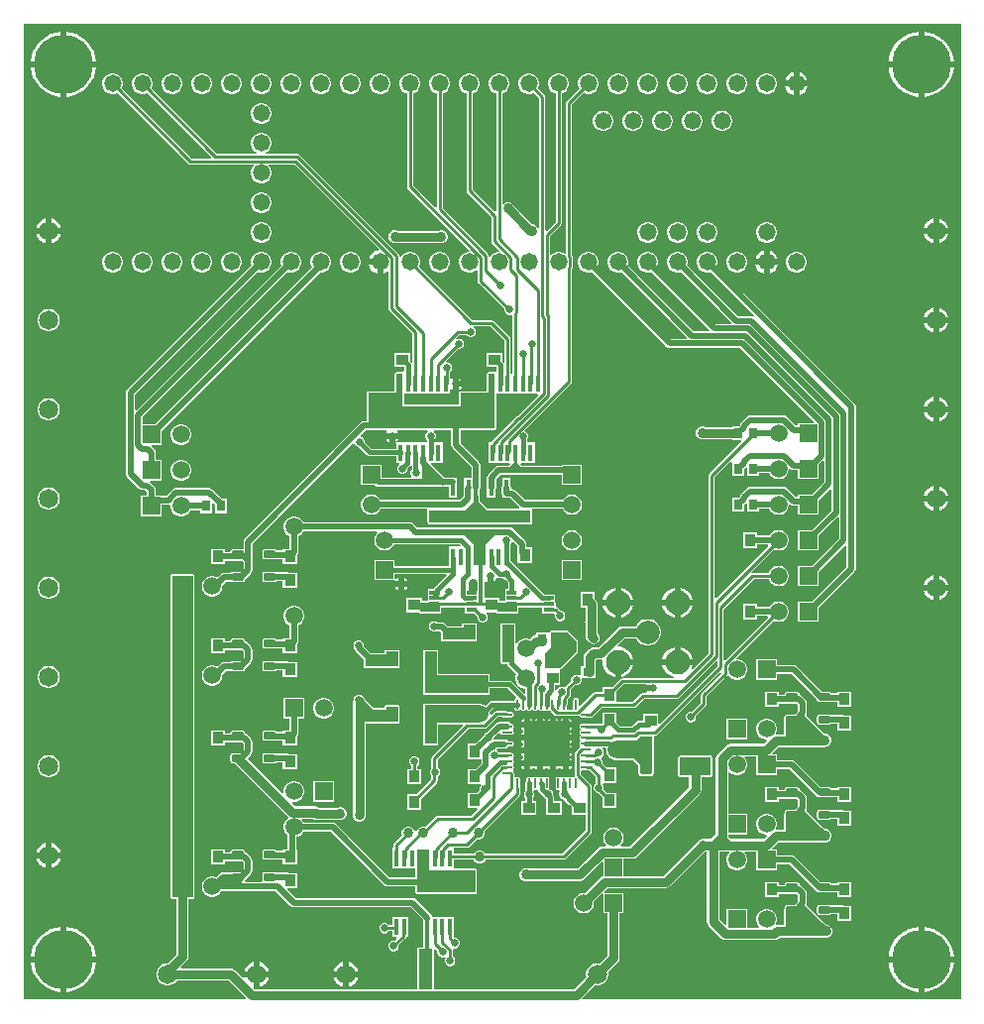
<source format=gbr>
%TF.GenerationSoftware,Altium Limited,Altium Designer,21.7.1 (17)*%
G04 Layer_Physical_Order=1*
G04 Layer_Color=255*
%FSLAX26Y26*%
%MOIN*%
%TF.SameCoordinates,27FB9546-20EE-4E74-96E1-B46C9306E405*%
%TF.FilePolarity,Positive*%
%TF.FileFunction,Copper,L1,Top,Signal*%
%TF.Part,Single*%
G01*
G75*
%TA.AperFunction,SMDPad,CuDef*%
%ADD10R,0.037402X0.031496*%
%ADD11R,0.041339X0.037402*%
%ADD12R,0.035827X0.048032*%
%ADD13R,0.037402X0.041339*%
%ADD14R,0.017716X0.058071*%
%ADD15R,0.033465X0.011811*%
%ADD16R,0.031496X0.037402*%
G04:AMPARAMS|DCode=17|XSize=23.622mil|YSize=39.37mil|CornerRadius=2.008mil|HoleSize=0mil|Usage=FLASHONLY|Rotation=90.000|XOffset=0mil|YOffset=0mil|HoleType=Round|Shape=RoundedRectangle|*
%AMROUNDEDRECTD17*
21,1,0.023622,0.035354,0,0,90.0*
21,1,0.019606,0.039370,0,0,90.0*
1,1,0.004016,0.017677,0.009803*
1,1,0.004016,0.017677,-0.009803*
1,1,0.004016,-0.017677,-0.009803*
1,1,0.004016,-0.017677,0.009803*
%
%ADD17ROUNDEDRECTD17*%
%ADD18R,0.025591X0.019685*%
%ADD19R,0.157480X0.157480*%
%ADD20O,0.035433X0.007874*%
%ADD21O,0.007874X0.035433*%
%TA.AperFunction,Conductor*%
%ADD22C,0.010000*%
%ADD23C,0.030000*%
%ADD24C,0.015000*%
%ADD25C,0.020000*%
%TA.AperFunction,ComponentPad*%
%ADD26C,0.058000*%
%ADD27C,0.059055*%
%ADD28R,0.059055X0.059055*%
%ADD29R,0.059055X0.059055*%
%TA.AperFunction,ViaPad*%
%ADD30C,0.200000*%
%ADD31C,0.059055*%
%TA.AperFunction,ComponentPad*%
%ADD32C,0.082677*%
%ADD33C,0.078740*%
%TA.AperFunction,ViaPad*%
%ADD34C,0.065000*%
%ADD35C,0.025000*%
%ADD36C,0.034000*%
G36*
X2695000Y895000D02*
X2580000D01*
Y965000D01*
X2625000D01*
X2695000Y895000D01*
D02*
G37*
G36*
X2327500Y770000D02*
X2222500D01*
Y830000D01*
X2327500D01*
Y770000D01*
D02*
G37*
G36*
X3169707Y15293D02*
X1896203D01*
X1894132Y20293D01*
X1937126Y63287D01*
X1940063Y62500D01*
X1949937D01*
X1959475Y65056D01*
X1968025Y69993D01*
X1975007Y76975D01*
X1979944Y85525D01*
X1982500Y95063D01*
Y104937D01*
X1981713Y107874D01*
X2014419Y140581D01*
X2018840Y147196D01*
X2020392Y155000D01*
Y305473D01*
X2034527D01*
Y374527D01*
X1970437D01*
X1968366Y379527D01*
X1978919Y390081D01*
X2175472D01*
X2183276Y391633D01*
X2189892Y396053D01*
X2307974Y514136D01*
X2314608D01*
Y277661D01*
X2316160Y269857D01*
X2320581Y263241D01*
X2362769Y221053D01*
X2369385Y216633D01*
X2377188Y215081D01*
X2540789D01*
X2548593Y216633D01*
X2555208Y221053D01*
X2558763Y224608D01*
X2706741D01*
X2710624Y223000D01*
X2719376D01*
X2727462Y226349D01*
X2733651Y232538D01*
X2737000Y240624D01*
Y249376D01*
X2733651Y257462D01*
X2727462Y263651D01*
X2719376Y267000D01*
X2714629D01*
X2649540Y332089D01*
X2649681Y332299D01*
X2650845Y338152D01*
Y371848D01*
X2649681Y377701D01*
X2646366Y382662D01*
X2633214Y395814D01*
X2628252Y399130D01*
X2625688Y399640D01*
Y402205D01*
X2625144Y404939D01*
X2623596Y407257D01*
X2621278Y408806D01*
X2618543Y409350D01*
X2583189D01*
X2580455Y408806D01*
X2578137Y407257D01*
X2576588Y404939D01*
X2576044Y402205D01*
Y400294D01*
X2557244D01*
Y410669D01*
X2509843D01*
Y359331D01*
X2557244D01*
Y369706D01*
X2616064D01*
X2620257Y365513D01*
Y344487D01*
X2612885Y337115D01*
X2611169Y334547D01*
X2583189D01*
X2580455Y334003D01*
X2578137Y332454D01*
X2576588Y330136D01*
X2576044Y327402D01*
Y323515D01*
X2574588Y320000D01*
Y265392D01*
X2550317D01*
X2550317Y265392D01*
X2548611Y265053D01*
X2545699Y269117D01*
X2547175Y271673D01*
X2549528Y280454D01*
Y289546D01*
X2547175Y298327D01*
X2542629Y306200D01*
X2536200Y312629D01*
X2528327Y317175D01*
X2519546Y319527D01*
X2510454D01*
X2501673Y317175D01*
X2493800Y312629D01*
X2487371Y306200D01*
X2482825Y298327D01*
X2480472Y289546D01*
Y280454D01*
X2482825Y271673D01*
X2487371Y263800D01*
X2490307Y260864D01*
X2488235Y255864D01*
X2449528D01*
Y319527D01*
X2380472D01*
Y267559D01*
X2375853Y265646D01*
X2355392Y286107D01*
Y514136D01*
X2388235D01*
X2390307Y509136D01*
X2387371Y506200D01*
X2382825Y498327D01*
X2380472Y489546D01*
Y480454D01*
X2382825Y471673D01*
X2387371Y463800D01*
X2393800Y457371D01*
X2401673Y452825D01*
X2410454Y450473D01*
X2419546D01*
X2428327Y452825D01*
X2436200Y457371D01*
X2442629Y463800D01*
X2447175Y471673D01*
X2449528Y480454D01*
Y489546D01*
X2447175Y498327D01*
X2442629Y506200D01*
X2439693Y509136D01*
X2441765Y514136D01*
X2480472D01*
Y450473D01*
X2549528D01*
Y469706D01*
X2593665D01*
X2684186Y379186D01*
X2686215Y377830D01*
X2686404Y377546D01*
X2688722Y375997D01*
X2689057Y375931D01*
X2689147Y375870D01*
X2695000Y374706D01*
X2698756Y375453D01*
X2710157D01*
X2710945Y375297D01*
X2752756D01*
Y359331D01*
X2800157D01*
Y410669D01*
X2752756D01*
Y405885D01*
X2732780D01*
X2731863Y407257D01*
X2729545Y408806D01*
X2726811Y409350D01*
X2697279D01*
X2610814Y495814D01*
X2605853Y499130D01*
X2600000Y500294D01*
X2549528D01*
Y519528D01*
X2535480D01*
X2533409Y524528D01*
X2553489Y544608D01*
X2705856D01*
X2707329Y543998D01*
X2716082D01*
X2724168Y547347D01*
X2730356Y553536D01*
X2733706Y561622D01*
Y570374D01*
X2730356Y578460D01*
X2724168Y584649D01*
X2716082Y587998D01*
X2711334D01*
X2648620Y650712D01*
X2649681Y652299D01*
X2650845Y658152D01*
Y691848D01*
X2649681Y697701D01*
X2646366Y702662D01*
X2633214Y715814D01*
X2628252Y719130D01*
X2625688Y719640D01*
Y722205D01*
X2625144Y724939D01*
X2623596Y727257D01*
X2621278Y728806D01*
X2618543Y729350D01*
X2583189D01*
X2580455Y728806D01*
X2578137Y727257D01*
X2576588Y724939D01*
X2576044Y722205D01*
Y720294D01*
X2557244D01*
Y730669D01*
X2509843D01*
Y679331D01*
X2557244D01*
Y689706D01*
X2616064D01*
X2620257Y685513D01*
Y664487D01*
X2612885Y657115D01*
X2611169Y654547D01*
X2583189D01*
X2580455Y654003D01*
X2578137Y652454D01*
X2576588Y650136D01*
X2576044Y647402D01*
Y643515D01*
X2574588Y640000D01*
Y585392D01*
X2549322D01*
X2546435Y590392D01*
X2547175Y591673D01*
X2549528Y600454D01*
Y609546D01*
X2547175Y618327D01*
X2542629Y626200D01*
X2536200Y632629D01*
X2528327Y637174D01*
X2519546Y639528D01*
X2510454D01*
X2501673Y637174D01*
X2493800Y632629D01*
X2487371Y626200D01*
X2482825Y618327D01*
X2480472Y609546D01*
Y600454D01*
X2482825Y591673D01*
X2487371Y583800D01*
X2493800Y577371D01*
X2501673Y572826D01*
X2510454Y570472D01*
X2514606D01*
X2516677Y565472D01*
X2506124Y554919D01*
X2392734D01*
X2384844Y562810D01*
X2385134Y564270D01*
Y570472D01*
X2449528D01*
Y639528D01*
X2385134D01*
Y778966D01*
X2390134Y781037D01*
X2393800Y777371D01*
X2401673Y772826D01*
X2410454Y770472D01*
X2419546D01*
X2428327Y772826D01*
X2436200Y777371D01*
X2442629Y783800D01*
X2447175Y791673D01*
X2449528Y800454D01*
Y809546D01*
X2447175Y818327D01*
X2442629Y826200D01*
X2439693Y829136D01*
X2441765Y834136D01*
X2480472D01*
Y770472D01*
X2549528D01*
Y789706D01*
X2593665D01*
X2684186Y699186D01*
X2686215Y697830D01*
X2686404Y697546D01*
X2688722Y695997D01*
X2689057Y695931D01*
X2689147Y695870D01*
X2695000Y694706D01*
X2698756Y695453D01*
X2710157D01*
X2710945Y695297D01*
X2752756D01*
Y679331D01*
X2800157D01*
Y730669D01*
X2752756D01*
Y725885D01*
X2732780D01*
X2731863Y727257D01*
X2729545Y728806D01*
X2726811Y729350D01*
X2697279D01*
X2610814Y815814D01*
X2605853Y819130D01*
X2600000Y820294D01*
X2549528D01*
Y839528D01*
X2535480D01*
X2533409Y844528D01*
X2553489Y864608D01*
X2710000D01*
X2713398Y865284D01*
X2714783D01*
X2716062Y865814D01*
X2717804Y866160D01*
X2719280Y867147D01*
X2722869Y868633D01*
X2729057Y874822D01*
X2732407Y882908D01*
Y891660D01*
X2729057Y899746D01*
X2722869Y905935D01*
X2714783Y909284D01*
X2710035D01*
X2648615Y970704D01*
X2649681Y972299D01*
X2650845Y978152D01*
Y1011848D01*
X2649681Y1017701D01*
X2646366Y1022662D01*
X2633214Y1035814D01*
X2628252Y1039130D01*
X2625688Y1039640D01*
Y1042205D01*
X2625144Y1044939D01*
X2623596Y1047257D01*
X2621278Y1048806D01*
X2618543Y1049350D01*
X2583189D01*
X2580455Y1048806D01*
X2578137Y1047257D01*
X2576588Y1044939D01*
X2576044Y1042205D01*
Y1040294D01*
X2557244D01*
Y1050669D01*
X2509843D01*
Y999331D01*
X2557244D01*
Y1009706D01*
X2616064D01*
X2620257Y1005513D01*
Y984487D01*
X2612885Y977115D01*
X2611169Y974547D01*
X2583189D01*
X2580455Y974003D01*
X2578137Y972454D01*
X2576588Y970136D01*
X2576341Y968896D01*
X2576173Y968827D01*
X2574588Y965000D01*
Y905392D01*
X2549322D01*
X2546435Y910392D01*
X2547175Y911673D01*
X2549528Y920454D01*
Y929546D01*
X2547175Y938327D01*
X2542629Y946200D01*
X2536200Y952629D01*
X2528327Y957174D01*
X2519546Y959528D01*
X2510454D01*
X2501673Y957174D01*
X2493800Y952629D01*
X2487371Y946200D01*
X2482825Y938327D01*
X2480472Y929546D01*
Y920454D01*
X2482825Y911673D01*
X2487371Y903800D01*
X2493800Y897371D01*
X2501673Y892826D01*
X2510454Y890472D01*
X2514606D01*
X2516677Y885472D01*
X2506124Y874919D01*
X2394485D01*
X2386681Y873367D01*
X2380066Y868947D01*
X2350323Y839204D01*
X2345903Y832589D01*
X2344351Y824785D01*
Y572717D01*
X2326553Y554919D01*
X2302375D01*
X2300000Y555392D01*
X2292196Y553840D01*
X2285581Y549419D01*
X2285108Y548947D01*
X2285108Y548947D01*
X2167026Y430864D01*
X2034527D01*
Y489136D01*
X2064528D01*
X2072331Y490688D01*
X2078947Y495108D01*
X2289419Y705581D01*
X2293840Y712196D01*
X2295392Y720000D01*
Y764588D01*
X2327500D01*
X2331327Y766173D01*
X2332912Y770000D01*
Y830000D01*
X2331327Y833827D01*
X2330669Y834099D01*
Y835158D01*
X2328114D01*
X2327500Y835412D01*
X2222500D01*
X2218673Y833827D01*
X2217088Y830000D01*
Y824016D01*
X2216457D01*
Y765984D01*
X2219129D01*
X2222500Y764588D01*
X2254608D01*
Y728447D01*
X2056081Y529919D01*
X2025820D01*
X2023749Y534919D01*
X2027629Y538800D01*
X2032175Y546673D01*
X2034527Y555454D01*
Y564546D01*
X2032175Y573327D01*
X2027629Y581200D01*
X2021200Y587629D01*
X2013327Y592174D01*
X2004546Y594528D01*
X1995454D01*
X1986673Y592174D01*
X1978800Y587629D01*
X1972371Y581200D01*
X1967825Y573327D01*
X1965473Y564546D01*
Y555454D01*
X1967825Y546673D01*
X1972371Y538800D01*
X1976251Y534919D01*
X1974180Y529919D01*
X1962188D01*
X1954384Y528367D01*
X1947769Y523947D01*
X1947769Y523947D01*
X1879214Y455392D01*
X1713259D01*
X1709376Y457000D01*
X1700624D01*
X1692538Y453651D01*
X1686349Y447462D01*
X1683000Y439376D01*
Y430624D01*
X1686349Y422538D01*
X1692538Y416349D01*
X1700624Y413000D01*
X1709376D01*
X1713259Y414608D01*
X1887661D01*
X1895464Y416160D01*
X1902080Y420581D01*
X1960853Y479354D01*
X1965473Y477441D01*
Y429870D01*
X1962669Y429312D01*
X1956053Y424892D01*
X1905447Y374286D01*
X1904546Y374527D01*
X1895454D01*
X1886673Y372175D01*
X1878800Y367629D01*
X1872371Y361200D01*
X1867825Y353327D01*
X1865473Y344546D01*
Y335454D01*
X1867825Y326673D01*
X1872371Y318800D01*
X1878800Y312371D01*
X1886673Y307825D01*
X1895454Y305473D01*
X1904546D01*
X1913327Y307825D01*
X1921200Y312371D01*
X1927629Y318800D01*
X1932175Y326673D01*
X1934527Y335454D01*
Y344546D01*
X1934286Y345447D01*
X1960473Y371634D01*
X1965473Y369563D01*
Y305473D01*
X1979608D01*
Y163447D01*
X1952874Y136713D01*
X1949937Y137500D01*
X1940063D01*
X1930525Y134944D01*
X1921975Y130007D01*
X1914993Y123025D01*
X1910056Y114475D01*
X1907500Y104937D01*
Y95063D01*
X1908287Y92126D01*
X1866553Y50392D01*
X1395412D01*
Y183098D01*
X1400293Y185288D01*
X1407500Y178081D01*
Y171519D01*
X1410164Y165087D01*
X1415087Y160164D01*
X1421519Y157500D01*
X1428481D01*
X1432236Y159055D01*
X1435016Y155122D01*
X1435136Y154845D01*
X1432500Y148481D01*
Y141519D01*
X1435164Y135087D01*
X1440087Y130164D01*
X1446519Y127500D01*
X1453481D01*
X1459913Y130164D01*
X1464836Y135087D01*
X1467500Y141519D01*
Y148481D01*
X1464836Y154913D01*
X1460196Y159553D01*
Y181820D01*
X1459985Y182881D01*
X1460165Y183423D01*
X1463787Y187500D01*
X1468481D01*
X1474913Y190164D01*
X1479836Y195087D01*
X1482500Y201519D01*
Y208481D01*
X1479836Y214913D01*
X1474913Y219836D01*
X1468481Y222500D01*
X1467267D01*
X1463425Y225295D01*
Y293366D01*
X1389374D01*
X1388657Y296968D01*
X1385342Y301929D01*
X1335403Y351868D01*
X1330442Y355183D01*
X1324589Y356347D01*
X931155D01*
X902791Y384711D01*
X904704Y389331D01*
X935158D01*
Y440669D01*
X908264D01*
X906679Y441728D01*
X900827Y442892D01*
X866207D01*
X864545Y444003D01*
X861811Y444547D01*
X826457D01*
X823722Y444003D01*
X821404Y442454D01*
X819855Y440136D01*
X819312Y437402D01*
Y417795D01*
X819809Y415294D01*
X819828Y415015D01*
X817027Y410294D01*
X762973D01*
X760172Y415015D01*
X760191Y415294D01*
X760407Y416379D01*
X781366Y437338D01*
X784681Y442299D01*
X785845Y448152D01*
Y481848D01*
X784681Y487701D01*
X781366Y492662D01*
X768214Y505814D01*
X763252Y509130D01*
X760688Y509640D01*
Y512205D01*
X760144Y514939D01*
X758596Y517257D01*
X756278Y518806D01*
X753543Y519350D01*
X718189D01*
X715455Y518806D01*
X713137Y517257D01*
X711588Y514939D01*
X711044Y512205D01*
Y510294D01*
X692244D01*
Y520669D01*
X644842D01*
Y469331D01*
X692244D01*
Y479706D01*
X751064D01*
X755257Y475513D01*
Y454487D01*
X745317Y444547D01*
X718189D01*
X715455Y444003D01*
X713793Y442892D01*
X687598D01*
X681746Y441728D01*
X676784Y438413D01*
X664734Y426362D01*
X663327Y427175D01*
X654546Y429527D01*
X645454D01*
X636673Y427175D01*
X628800Y422629D01*
X622371Y416200D01*
X617826Y408327D01*
X615472Y399546D01*
Y390454D01*
X617826Y381673D01*
X622371Y373800D01*
X628800Y367371D01*
X636673Y362825D01*
X645454Y360473D01*
X654546D01*
X663327Y362825D01*
X671200Y367371D01*
X677629Y373800D01*
X681039Y379706D01*
X864538D01*
X914006Y330239D01*
X918967Y326924D01*
X924820Y325759D01*
X1318254D01*
X1358937Y285077D01*
Y225295D01*
X1359588D01*
Y190412D01*
X1345000D01*
X1341173Y188827D01*
X1339588Y185000D01*
Y50392D01*
X791700D01*
X788072Y54021D01*
X790000Y57361D01*
Y90000D01*
X757361D01*
X754021Y88072D01*
X727673Y114419D01*
X721057Y118840D01*
X713254Y120392D01*
X546292D01*
X544379Y125011D01*
X564419Y145052D01*
X568840Y151667D01*
X570392Y159471D01*
Y354588D01*
X585000D01*
X588827Y356173D01*
X590412Y360000D01*
Y1440000D01*
X588827Y1443827D01*
X585000Y1445412D01*
X515000D01*
X511173Y1443827D01*
X509588Y1440000D01*
Y360000D01*
X511173Y356173D01*
X515000Y354588D01*
X529608D01*
Y167917D01*
X499191Y137500D01*
X495063D01*
X485526Y134944D01*
X476974Y130007D01*
X469993Y123025D01*
X465056Y114475D01*
X462500Y104937D01*
Y95063D01*
X465056Y85525D01*
X469993Y76975D01*
X476974Y69993D01*
X485526Y65056D01*
X495063Y62500D01*
X504937D01*
X514475Y65056D01*
X523025Y69993D01*
X530008Y76975D01*
X531528Y79608D01*
X704807D01*
X764122Y20293D01*
X762051Y15293D01*
X15293D01*
Y3294707D01*
X3169707D01*
Y15293D01*
D02*
G37*
G36*
X2695000Y570000D02*
X2580000D01*
Y640000D01*
X2625000D01*
X2695000Y570000D01*
D02*
G37*
G36*
X2395000Y545000D02*
X2355000D01*
X2375000Y565000D01*
X2395000Y545000D01*
D02*
G37*
G36*
X750000Y390000D02*
X655000D01*
X690000Y425000D01*
X750000D01*
Y390000D01*
D02*
G37*
G36*
X585000Y360000D02*
X515000D01*
Y1440000D01*
X585000D01*
Y360000D01*
D02*
G37*
G36*
X2705000Y250000D02*
X2580000D01*
Y320000D01*
X2635000D01*
X2705000Y250000D01*
D02*
G37*
G36*
X1380000Y185000D02*
X1390000D01*
Y50000D01*
X1345000D01*
Y185000D01*
X1365000D01*
Y235000D01*
X1380000D01*
Y185000D01*
D02*
G37*
%LPC*%
G36*
X3045000Y3269787D02*
Y3170000D01*
X3144787D01*
X3142291Y3185758D01*
X3136941Y3202225D01*
X3129080Y3217653D01*
X3118903Y3231660D01*
X3106660Y3243903D01*
X3092653Y3254080D01*
X3077225Y3261941D01*
X3060758Y3267291D01*
X3045000Y3269787D01*
D02*
G37*
G36*
X3025000D02*
X3009242Y3267291D01*
X2992775Y3261941D01*
X2977347Y3254080D01*
X2963340Y3243903D01*
X2951097Y3231660D01*
X2940920Y3217653D01*
X2933059Y3202225D01*
X2927709Y3185758D01*
X2925213Y3170000D01*
X3025000D01*
Y3269787D01*
D02*
G37*
G36*
X160000D02*
Y3170000D01*
X259787D01*
X257291Y3185758D01*
X251941Y3202225D01*
X244080Y3217653D01*
X233903Y3231660D01*
X221660Y3243903D01*
X207653Y3254080D01*
X192225Y3261941D01*
X175758Y3267291D01*
X160000Y3269787D01*
D02*
G37*
G36*
X140000D02*
X124242Y3267291D01*
X107775Y3261941D01*
X92347Y3254080D01*
X78340Y3243903D01*
X66097Y3231660D01*
X55920Y3217653D01*
X48059Y3202225D01*
X42709Y3185758D01*
X40213Y3170000D01*
X140000D01*
Y3269787D01*
D02*
G37*
G36*
X2625000Y3132696D02*
Y3105000D01*
X2652696D01*
X2651342Y3110053D01*
X2646208Y3118947D01*
X2638947Y3126208D01*
X2630053Y3131342D01*
X2625000Y3132696D01*
D02*
G37*
G36*
X2605000D02*
X2599947Y3131342D01*
X2591053Y3126208D01*
X2583792Y3118947D01*
X2578658Y3110053D01*
X2577304Y3105000D01*
X2605000D01*
Y3132696D01*
D02*
G37*
G36*
X2519476Y3129000D02*
X2510524D01*
X2501876Y3126683D01*
X2494124Y3122207D01*
X2487793Y3115876D01*
X2483317Y3108124D01*
X2481000Y3099476D01*
Y3090524D01*
X2483317Y3081876D01*
X2487793Y3074124D01*
X2494124Y3067793D01*
X2501876Y3063317D01*
X2510524Y3061000D01*
X2519476D01*
X2528124Y3063317D01*
X2535876Y3067793D01*
X2542207Y3074124D01*
X2546683Y3081876D01*
X2549000Y3090524D01*
Y3099476D01*
X2546683Y3108124D01*
X2542207Y3115876D01*
X2535876Y3122207D01*
X2528124Y3126683D01*
X2519476Y3129000D01*
D02*
G37*
G36*
X2419476D02*
X2410524D01*
X2401876Y3126683D01*
X2394124Y3122207D01*
X2387793Y3115876D01*
X2383317Y3108124D01*
X2381000Y3099476D01*
Y3090524D01*
X2383317Y3081876D01*
X2387793Y3074124D01*
X2394124Y3067793D01*
X2401876Y3063317D01*
X2410524Y3061000D01*
X2419476D01*
X2428124Y3063317D01*
X2435876Y3067793D01*
X2442207Y3074124D01*
X2446683Y3081876D01*
X2449000Y3090524D01*
Y3099476D01*
X2446683Y3108124D01*
X2442207Y3115876D01*
X2435876Y3122207D01*
X2428124Y3126683D01*
X2419476Y3129000D01*
D02*
G37*
G36*
X2319476D02*
X2310524D01*
X2301876Y3126683D01*
X2294124Y3122207D01*
X2287793Y3115876D01*
X2283317Y3108124D01*
X2281000Y3099476D01*
Y3090524D01*
X2283317Y3081876D01*
X2287793Y3074124D01*
X2294124Y3067793D01*
X2301876Y3063317D01*
X2310524Y3061000D01*
X2319476D01*
X2328124Y3063317D01*
X2335876Y3067793D01*
X2342207Y3074124D01*
X2346683Y3081876D01*
X2349000Y3090524D01*
Y3099476D01*
X2346683Y3108124D01*
X2342207Y3115876D01*
X2335876Y3122207D01*
X2328124Y3126683D01*
X2319476Y3129000D01*
D02*
G37*
G36*
X2219476D02*
X2210524D01*
X2201876Y3126683D01*
X2194124Y3122207D01*
X2187793Y3115876D01*
X2183317Y3108124D01*
X2181000Y3099476D01*
Y3090524D01*
X2183317Y3081876D01*
X2187793Y3074124D01*
X2194124Y3067793D01*
X2201876Y3063317D01*
X2210524Y3061000D01*
X2219476D01*
X2228124Y3063317D01*
X2235876Y3067793D01*
X2242207Y3074124D01*
X2246683Y3081876D01*
X2249000Y3090524D01*
Y3099476D01*
X2246683Y3108124D01*
X2242207Y3115876D01*
X2235876Y3122207D01*
X2228124Y3126683D01*
X2219476Y3129000D01*
D02*
G37*
G36*
X2119476D02*
X2110524D01*
X2101876Y3126683D01*
X2094124Y3122207D01*
X2087793Y3115876D01*
X2083317Y3108124D01*
X2081000Y3099476D01*
Y3090524D01*
X2083317Y3081876D01*
X2087793Y3074124D01*
X2094124Y3067793D01*
X2101876Y3063317D01*
X2110524Y3061000D01*
X2119476D01*
X2128124Y3063317D01*
X2135876Y3067793D01*
X2142207Y3074124D01*
X2146683Y3081876D01*
X2149000Y3090524D01*
Y3099476D01*
X2146683Y3108124D01*
X2142207Y3115876D01*
X2135876Y3122207D01*
X2128124Y3126683D01*
X2119476Y3129000D01*
D02*
G37*
G36*
X2019476D02*
X2010524D01*
X2001877Y3126683D01*
X1994123Y3122207D01*
X1987793Y3115876D01*
X1983317Y3108124D01*
X1981000Y3099476D01*
Y3090524D01*
X1983317Y3081876D01*
X1987793Y3074124D01*
X1994123Y3067793D01*
X2001877Y3063317D01*
X2010524Y3061000D01*
X2019476D01*
X2028123Y3063317D01*
X2035877Y3067793D01*
X2042207Y3074124D01*
X2046683Y3081876D01*
X2049000Y3090524D01*
Y3099476D01*
X2046683Y3108124D01*
X2042207Y3115876D01*
X2035877Y3122207D01*
X2028123Y3126683D01*
X2019476Y3129000D01*
D02*
G37*
G36*
X1219476D02*
X1210524D01*
X1201877Y3126683D01*
X1194123Y3122207D01*
X1187793Y3115876D01*
X1183317Y3108124D01*
X1181000Y3099476D01*
Y3090524D01*
X1183317Y3081876D01*
X1187793Y3074124D01*
X1194123Y3067793D01*
X1201877Y3063317D01*
X1210524Y3061000D01*
X1219476D01*
X1228123Y3063317D01*
X1235877Y3067793D01*
X1242207Y3074124D01*
X1246683Y3081876D01*
X1249000Y3090524D01*
Y3099476D01*
X1246683Y3108124D01*
X1242207Y3115876D01*
X1235877Y3122207D01*
X1228123Y3126683D01*
X1219476Y3129000D01*
D02*
G37*
G36*
X1119476D02*
X1110524D01*
X1101877Y3126683D01*
X1094123Y3122207D01*
X1087793Y3115876D01*
X1083317Y3108124D01*
X1081000Y3099476D01*
Y3090524D01*
X1083317Y3081876D01*
X1087793Y3074124D01*
X1094123Y3067793D01*
X1101877Y3063317D01*
X1110524Y3061000D01*
X1119476D01*
X1128123Y3063317D01*
X1135877Y3067793D01*
X1142207Y3074124D01*
X1146683Y3081876D01*
X1149000Y3090524D01*
Y3099476D01*
X1146683Y3108124D01*
X1142207Y3115876D01*
X1135877Y3122207D01*
X1128123Y3126683D01*
X1119476Y3129000D01*
D02*
G37*
G36*
X1019476D02*
X1010524D01*
X1001876Y3126683D01*
X994124Y3122207D01*
X987793Y3115876D01*
X983317Y3108124D01*
X981000Y3099476D01*
Y3090524D01*
X983317Y3081876D01*
X987793Y3074124D01*
X994124Y3067793D01*
X1001876Y3063317D01*
X1010524Y3061000D01*
X1019476D01*
X1028123Y3063317D01*
X1035877Y3067793D01*
X1042207Y3074124D01*
X1046683Y3081876D01*
X1049000Y3090524D01*
Y3099476D01*
X1046683Y3108124D01*
X1042207Y3115876D01*
X1035877Y3122207D01*
X1028123Y3126683D01*
X1019476Y3129000D01*
D02*
G37*
G36*
X919476D02*
X910524D01*
X901876Y3126683D01*
X894124Y3122207D01*
X887793Y3115876D01*
X883317Y3108124D01*
X881000Y3099476D01*
Y3090524D01*
X883317Y3081876D01*
X887793Y3074124D01*
X894124Y3067793D01*
X901876Y3063317D01*
X910524Y3061000D01*
X919476D01*
X928124Y3063317D01*
X935876Y3067793D01*
X942207Y3074124D01*
X946683Y3081876D01*
X949000Y3090524D01*
Y3099476D01*
X946683Y3108124D01*
X942207Y3115876D01*
X935876Y3122207D01*
X928124Y3126683D01*
X919476Y3129000D01*
D02*
G37*
G36*
X819476D02*
X810524D01*
X801876Y3126683D01*
X794124Y3122207D01*
X787793Y3115876D01*
X783317Y3108124D01*
X781000Y3099476D01*
Y3090524D01*
X783317Y3081876D01*
X787793Y3074124D01*
X794124Y3067793D01*
X801876Y3063317D01*
X810524Y3061000D01*
X819476D01*
X828124Y3063317D01*
X835876Y3067793D01*
X842207Y3074124D01*
X846683Y3081876D01*
X849000Y3090524D01*
Y3099476D01*
X846683Y3108124D01*
X842207Y3115876D01*
X835876Y3122207D01*
X828124Y3126683D01*
X819476Y3129000D01*
D02*
G37*
G36*
X719476D02*
X710524D01*
X701876Y3126683D01*
X694124Y3122207D01*
X687793Y3115876D01*
X683317Y3108124D01*
X681000Y3099476D01*
Y3090524D01*
X683317Y3081876D01*
X687793Y3074124D01*
X694124Y3067793D01*
X701876Y3063317D01*
X710524Y3061000D01*
X719476D01*
X728124Y3063317D01*
X735876Y3067793D01*
X742207Y3074124D01*
X746683Y3081876D01*
X749000Y3090524D01*
Y3099476D01*
X746683Y3108124D01*
X742207Y3115876D01*
X735876Y3122207D01*
X728124Y3126683D01*
X719476Y3129000D01*
D02*
G37*
G36*
X619476D02*
X610524D01*
X601876Y3126683D01*
X594124Y3122207D01*
X587793Y3115876D01*
X583317Y3108124D01*
X581000Y3099476D01*
Y3090524D01*
X583317Y3081876D01*
X587793Y3074124D01*
X594124Y3067793D01*
X601876Y3063317D01*
X610524Y3061000D01*
X619476D01*
X628124Y3063317D01*
X635876Y3067793D01*
X642207Y3074124D01*
X646683Y3081876D01*
X649000Y3090524D01*
Y3099476D01*
X646683Y3108124D01*
X642207Y3115876D01*
X635876Y3122207D01*
X628124Y3126683D01*
X619476Y3129000D01*
D02*
G37*
G36*
X519476D02*
X510524D01*
X501877Y3126683D01*
X494123Y3122207D01*
X487793Y3115876D01*
X483317Y3108124D01*
X481000Y3099476D01*
Y3090524D01*
X483317Y3081876D01*
X487793Y3074124D01*
X494123Y3067793D01*
X501877Y3063317D01*
X510524Y3061000D01*
X519476D01*
X528124Y3063317D01*
X535876Y3067793D01*
X542207Y3074124D01*
X546683Y3081876D01*
X549000Y3090524D01*
Y3099476D01*
X546683Y3108124D01*
X542207Y3115876D01*
X535876Y3122207D01*
X528124Y3126683D01*
X519476Y3129000D01*
D02*
G37*
G36*
X2652696Y3085000D02*
X2625000D01*
Y3057304D01*
X2630053Y3058658D01*
X2638947Y3063792D01*
X2646208Y3071053D01*
X2651342Y3079947D01*
X2652696Y3085000D01*
D02*
G37*
G36*
X2605000D02*
X2577304D01*
X2578658Y3079947D01*
X2583792Y3071053D01*
X2591053Y3063792D01*
X2599947Y3058658D01*
X2605000Y3057304D01*
Y3085000D01*
D02*
G37*
G36*
X3144787Y3150000D02*
X3045000D01*
Y3050213D01*
X3060758Y3052709D01*
X3077225Y3058059D01*
X3092653Y3065920D01*
X3106660Y3076097D01*
X3118903Y3088340D01*
X3129080Y3102347D01*
X3136941Y3117775D01*
X3142291Y3134242D01*
X3144787Y3150000D01*
D02*
G37*
G36*
X3025000D02*
X2925213D01*
X2927709Y3134242D01*
X2933059Y3117775D01*
X2940920Y3102347D01*
X2951097Y3088340D01*
X2963340Y3076097D01*
X2977347Y3065920D01*
X2992775Y3058059D01*
X3009242Y3052709D01*
X3025000Y3050213D01*
Y3150000D01*
D02*
G37*
G36*
X259787D02*
X160000D01*
Y3050213D01*
X175758Y3052709D01*
X192225Y3058059D01*
X207653Y3065920D01*
X221660Y3076097D01*
X233903Y3088340D01*
X244080Y3102347D01*
X251941Y3117775D01*
X257291Y3134242D01*
X259787Y3150000D01*
D02*
G37*
G36*
X140000D02*
X40213D01*
X42709Y3134242D01*
X48059Y3117775D01*
X55920Y3102347D01*
X66097Y3088340D01*
X78340Y3076097D01*
X92347Y3065920D01*
X107775Y3058059D01*
X124242Y3052709D01*
X140000Y3050213D01*
Y3150000D01*
D02*
G37*
G36*
X819476Y3029000D02*
X810524D01*
X801876Y3026683D01*
X794124Y3022207D01*
X787793Y3015876D01*
X783317Y3008124D01*
X781000Y2999476D01*
Y2990524D01*
X783317Y2981876D01*
X787793Y2974124D01*
X794124Y2967793D01*
X801876Y2963317D01*
X810524Y2961000D01*
X819476D01*
X828124Y2963317D01*
X835876Y2967793D01*
X842207Y2974124D01*
X846683Y2981876D01*
X849000Y2990524D01*
Y2999476D01*
X846683Y3008124D01*
X842207Y3015876D01*
X835876Y3022207D01*
X828124Y3026683D01*
X819476Y3029000D01*
D02*
G37*
G36*
X2369476Y3004000D02*
X2360524D01*
X2351876Y3001683D01*
X2344124Y2997207D01*
X2337793Y2990876D01*
X2333317Y2983124D01*
X2331000Y2974476D01*
Y2965524D01*
X2333317Y2956876D01*
X2337793Y2949124D01*
X2344124Y2942793D01*
X2351876Y2938317D01*
X2360524Y2936000D01*
X2369476D01*
X2378124Y2938317D01*
X2385876Y2942793D01*
X2392207Y2949124D01*
X2396683Y2956876D01*
X2399000Y2965524D01*
Y2974476D01*
X2396683Y2983124D01*
X2392207Y2990876D01*
X2385876Y2997207D01*
X2378124Y3001683D01*
X2369476Y3004000D01*
D02*
G37*
G36*
X2269476D02*
X2260524D01*
X2251876Y3001683D01*
X2244124Y2997207D01*
X2237793Y2990876D01*
X2233317Y2983124D01*
X2231000Y2974476D01*
Y2965524D01*
X2233317Y2956876D01*
X2237793Y2949124D01*
X2244124Y2942793D01*
X2251876Y2938317D01*
X2260524Y2936000D01*
X2269476D01*
X2278124Y2938317D01*
X2285876Y2942793D01*
X2292207Y2949124D01*
X2296683Y2956876D01*
X2299000Y2965524D01*
Y2974476D01*
X2296683Y2983124D01*
X2292207Y2990876D01*
X2285876Y2997207D01*
X2278124Y3001683D01*
X2269476Y3004000D01*
D02*
G37*
G36*
X2169476D02*
X2160524D01*
X2151876Y3001683D01*
X2144124Y2997207D01*
X2137793Y2990876D01*
X2133317Y2983124D01*
X2131000Y2974476D01*
Y2965524D01*
X2133317Y2956876D01*
X2137793Y2949124D01*
X2144124Y2942793D01*
X2151876Y2938317D01*
X2160524Y2936000D01*
X2169476D01*
X2178124Y2938317D01*
X2185876Y2942793D01*
X2192207Y2949124D01*
X2196683Y2956876D01*
X2199000Y2965524D01*
Y2974476D01*
X2196683Y2983124D01*
X2192207Y2990876D01*
X2185876Y2997207D01*
X2178124Y3001683D01*
X2169476Y3004000D01*
D02*
G37*
G36*
X2069476D02*
X2060524D01*
X2051876Y3001683D01*
X2044123Y2997207D01*
X2037793Y2990876D01*
X2033317Y2983124D01*
X2031000Y2974476D01*
Y2965524D01*
X2033317Y2956876D01*
X2037793Y2949124D01*
X2044123Y2942793D01*
X2051876Y2938317D01*
X2060524Y2936000D01*
X2069476D01*
X2078124Y2938317D01*
X2085876Y2942793D01*
X2092207Y2949124D01*
X2096683Y2956876D01*
X2099000Y2965524D01*
Y2974476D01*
X2096683Y2983124D01*
X2092207Y2990876D01*
X2085876Y2997207D01*
X2078124Y3001683D01*
X2069476Y3004000D01*
D02*
G37*
G36*
X1969476D02*
X1960524D01*
X1951877Y3001683D01*
X1944123Y2997207D01*
X1937793Y2990876D01*
X1933317Y2983124D01*
X1931000Y2974476D01*
Y2965524D01*
X1933317Y2956876D01*
X1937793Y2949124D01*
X1944123Y2942793D01*
X1951877Y2938317D01*
X1960524Y2936000D01*
X1969476D01*
X1978123Y2938317D01*
X1985877Y2942793D01*
X1992207Y2949124D01*
X1996683Y2956876D01*
X1999000Y2965524D01*
Y2974476D01*
X1996683Y2983124D01*
X1992207Y2990876D01*
X1985877Y2997207D01*
X1978123Y3001683D01*
X1969476Y3004000D01*
D02*
G37*
G36*
X819476Y2729000D02*
X810524D01*
X801876Y2726683D01*
X794124Y2722207D01*
X787793Y2715876D01*
X783317Y2708124D01*
X781000Y2699476D01*
Y2690524D01*
X783317Y2681876D01*
X787793Y2674124D01*
X794124Y2667793D01*
X801876Y2663317D01*
X810524Y2661000D01*
X819476D01*
X828124Y2663317D01*
X835876Y2667793D01*
X842207Y2674124D01*
X846683Y2681876D01*
X849000Y2690524D01*
Y2699476D01*
X846683Y2708124D01*
X842207Y2715876D01*
X835876Y2722207D01*
X828124Y2726683D01*
X819476Y2729000D01*
D02*
G37*
G36*
X3095000Y2641320D02*
Y2610000D01*
X3126320D01*
X3124604Y2616404D01*
X3119008Y2626096D01*
X3111096Y2634008D01*
X3101404Y2639604D01*
X3095000Y2641320D01*
D02*
G37*
G36*
X3075000D02*
X3068596Y2639604D01*
X3058904Y2634008D01*
X3050992Y2626096D01*
X3045396Y2616404D01*
X3043680Y2610000D01*
X3075000D01*
Y2641320D01*
D02*
G37*
G36*
X110000D02*
Y2610000D01*
X141320D01*
X139604Y2616404D01*
X134008Y2626096D01*
X126096Y2634008D01*
X116404Y2639604D01*
X110000Y2641320D01*
D02*
G37*
G36*
X90000D02*
X83596Y2639604D01*
X73904Y2634008D01*
X65992Y2626096D01*
X60396Y2616404D01*
X58680Y2610000D01*
X90000D01*
Y2641320D01*
D02*
G37*
G36*
X1424376Y2602000D02*
X1415624D01*
X1411741Y2600392D01*
X1273259D01*
X1269376Y2602000D01*
X1260624D01*
X1252538Y2598651D01*
X1246349Y2592462D01*
X1243000Y2584376D01*
Y2575624D01*
X1246349Y2567538D01*
X1252538Y2561349D01*
X1260624Y2558000D01*
X1269376D01*
X1273259Y2559608D01*
X1411741D01*
X1415624Y2558000D01*
X1424376D01*
X1432462Y2561349D01*
X1438651Y2567538D01*
X1442000Y2575624D01*
Y2584376D01*
X1438651Y2592462D01*
X1432462Y2598651D01*
X1424376Y2602000D01*
D02*
G37*
G36*
X2519476Y2629000D02*
X2510524D01*
X2501876Y2626683D01*
X2494124Y2622207D01*
X2487793Y2615876D01*
X2483317Y2608124D01*
X2481000Y2599476D01*
Y2590524D01*
X2483317Y2581876D01*
X2487793Y2574124D01*
X2494124Y2567793D01*
X2501876Y2563317D01*
X2510524Y2561000D01*
X2519476D01*
X2528124Y2563317D01*
X2535876Y2567793D01*
X2542207Y2574124D01*
X2546683Y2581876D01*
X2549000Y2590524D01*
Y2599476D01*
X2546683Y2608124D01*
X2542207Y2615876D01*
X2535876Y2622207D01*
X2528124Y2626683D01*
X2519476Y2629000D01*
D02*
G37*
G36*
X2319476D02*
X2310524D01*
X2301876Y2626683D01*
X2294124Y2622207D01*
X2287793Y2615876D01*
X2283317Y2608124D01*
X2281000Y2599476D01*
Y2590524D01*
X2283317Y2581876D01*
X2287793Y2574124D01*
X2294124Y2567793D01*
X2301876Y2563317D01*
X2310524Y2561000D01*
X2319476D01*
X2328124Y2563317D01*
X2335876Y2567793D01*
X2342207Y2574124D01*
X2346683Y2581876D01*
X2349000Y2590524D01*
Y2599476D01*
X2346683Y2608124D01*
X2342207Y2615876D01*
X2335876Y2622207D01*
X2328124Y2626683D01*
X2319476Y2629000D01*
D02*
G37*
G36*
X2219476D02*
X2210524D01*
X2201876Y2626683D01*
X2194124Y2622207D01*
X2187793Y2615876D01*
X2183317Y2608124D01*
X2181000Y2599476D01*
Y2590524D01*
X2183317Y2581876D01*
X2187793Y2574124D01*
X2194124Y2567793D01*
X2201876Y2563317D01*
X2210524Y2561000D01*
X2219476D01*
X2228124Y2563317D01*
X2235876Y2567793D01*
X2242207Y2574124D01*
X2246683Y2581876D01*
X2249000Y2590524D01*
Y2599476D01*
X2246683Y2608124D01*
X2242207Y2615876D01*
X2235876Y2622207D01*
X2228124Y2626683D01*
X2219476Y2629000D01*
D02*
G37*
G36*
X2119476D02*
X2110524D01*
X2101876Y2626683D01*
X2094124Y2622207D01*
X2087793Y2615876D01*
X2083317Y2608124D01*
X2081000Y2599476D01*
Y2590524D01*
X2083317Y2581876D01*
X2087793Y2574124D01*
X2094124Y2567793D01*
X2101876Y2563317D01*
X2110524Y2561000D01*
X2119476D01*
X2128124Y2563317D01*
X2135876Y2567793D01*
X2142207Y2574124D01*
X2146683Y2581876D01*
X2149000Y2590524D01*
Y2599476D01*
X2146683Y2608124D01*
X2142207Y2615876D01*
X2135876Y2622207D01*
X2128124Y2626683D01*
X2119476Y2629000D01*
D02*
G37*
G36*
X819476D02*
X810524D01*
X801876Y2626683D01*
X794124Y2622207D01*
X787793Y2615876D01*
X783317Y2608124D01*
X781000Y2599476D01*
Y2590524D01*
X783317Y2581876D01*
X787793Y2574124D01*
X794124Y2567793D01*
X801876Y2563317D01*
X810524Y2561000D01*
X819476D01*
X828124Y2563317D01*
X835876Y2567793D01*
X842207Y2574124D01*
X846683Y2581876D01*
X849000Y2590524D01*
Y2599476D01*
X846683Y2608124D01*
X842207Y2615876D01*
X835876Y2622207D01*
X828124Y2626683D01*
X819476Y2629000D01*
D02*
G37*
G36*
X3126320Y2590000D02*
X3095000D01*
Y2558680D01*
X3101404Y2560396D01*
X3111096Y2565992D01*
X3119008Y2573904D01*
X3124604Y2583596D01*
X3126320Y2590000D01*
D02*
G37*
G36*
X3075000D02*
X3043680D01*
X3045396Y2583596D01*
X3050992Y2573904D01*
X3058904Y2565992D01*
X3068596Y2560396D01*
X3075000Y2558680D01*
Y2590000D01*
D02*
G37*
G36*
X141320D02*
X110000D01*
Y2558680D01*
X116404Y2560396D01*
X126096Y2565992D01*
X134008Y2573904D01*
X139604Y2583596D01*
X141320Y2590000D01*
D02*
G37*
G36*
X90000D02*
X58680D01*
X60396Y2583596D01*
X65992Y2573904D01*
X73904Y2565992D01*
X83596Y2560396D01*
X90000Y2558680D01*
Y2590000D01*
D02*
G37*
G36*
X1919476Y3129000D02*
X1910524D01*
X1901877Y3126683D01*
X1894123Y3122207D01*
X1887793Y3115876D01*
X1883317Y3108124D01*
X1881000Y3099476D01*
Y3090524D01*
X1883317Y3081876D01*
X1884832Y3079252D01*
X1842790Y3037210D01*
X1840580Y3033902D01*
X1839804Y3030000D01*
Y2524677D01*
X1834804Y2522826D01*
X1828123Y2526683D01*
X1819476Y2529000D01*
X1810524D01*
X1801877Y2526683D01*
X1794123Y2522207D01*
X1791196Y2519279D01*
X1786196Y2521350D01*
Y2582127D01*
X1822210Y2618141D01*
X1824420Y2621449D01*
X1825196Y2625351D01*
Y3062533D01*
X1828123Y3063317D01*
X1835877Y3067793D01*
X1842207Y3074124D01*
X1846683Y3081876D01*
X1849000Y3090524D01*
Y3099476D01*
X1846683Y3108124D01*
X1842207Y3115876D01*
X1835877Y3122207D01*
X1828123Y3126683D01*
X1819476Y3129000D01*
X1810524D01*
X1801877Y3126683D01*
X1794123Y3122207D01*
X1787793Y3115876D01*
X1783317Y3108124D01*
X1781000Y3099476D01*
Y3090524D01*
X1783317Y3081876D01*
X1787793Y3074124D01*
X1794123Y3067793D01*
X1801877Y3063317D01*
X1804804Y3062533D01*
Y2629574D01*
X1775815Y2600585D01*
X1771196Y2602499D01*
Y3049000D01*
X1770420Y3052902D01*
X1768210Y3056210D01*
X1745168Y3079252D01*
X1746683Y3081876D01*
X1749000Y3090524D01*
Y3099476D01*
X1746683Y3108124D01*
X1742207Y3115876D01*
X1735877Y3122207D01*
X1728123Y3126683D01*
X1719476Y3129000D01*
X1710524D01*
X1701877Y3126683D01*
X1694123Y3122207D01*
X1687793Y3115876D01*
X1683317Y3108124D01*
X1681000Y3099476D01*
Y3090524D01*
X1683317Y3081876D01*
X1687793Y3074124D01*
X1694123Y3067793D01*
X1701877Y3063317D01*
X1710524Y3061000D01*
X1719476D01*
X1728123Y3063317D01*
X1730748Y3064832D01*
X1750804Y3044777D01*
Y2608258D01*
X1745804Y2607263D01*
X1743651Y2612462D01*
X1737462Y2618651D01*
X1729376Y2622000D01*
X1726838D01*
X1665259Y2683579D01*
X1663651Y2687462D01*
X1657462Y2693651D01*
X1649376Y2697000D01*
X1640624D01*
X1632538Y2693651D01*
X1630196Y2691309D01*
X1625196Y2693380D01*
Y3062533D01*
X1628123Y3063317D01*
X1635877Y3067793D01*
X1642207Y3074124D01*
X1646683Y3081876D01*
X1649000Y3090524D01*
Y3099476D01*
X1646683Y3108124D01*
X1642207Y3115876D01*
X1635877Y3122207D01*
X1628123Y3126683D01*
X1619476Y3129000D01*
X1610524D01*
X1601877Y3126683D01*
X1594123Y3122207D01*
X1587793Y3115876D01*
X1583317Y3108124D01*
X1581000Y3099476D01*
Y3090524D01*
X1583317Y3081876D01*
X1587793Y3074124D01*
X1594123Y3067793D01*
X1601877Y3063317D01*
X1604804Y3062533D01*
Y2666148D01*
X1600185Y2664235D01*
X1525196Y2739223D01*
Y3062533D01*
X1528123Y3063317D01*
X1535877Y3067793D01*
X1542207Y3074124D01*
X1546683Y3081876D01*
X1549000Y3090524D01*
Y3099476D01*
X1546683Y3108124D01*
X1542207Y3115876D01*
X1535877Y3122207D01*
X1528123Y3126683D01*
X1519476Y3129000D01*
X1510524D01*
X1501877Y3126683D01*
X1494123Y3122207D01*
X1487793Y3115876D01*
X1483317Y3108124D01*
X1481000Y3099476D01*
Y3090524D01*
X1483317Y3081876D01*
X1487793Y3074124D01*
X1494123Y3067793D01*
X1501877Y3063317D01*
X1504804Y3062533D01*
Y2735000D01*
X1505580Y2731098D01*
X1507790Y2727790D01*
X1589804Y2645777D01*
Y2565154D01*
X1590580Y2561253D01*
X1592790Y2557945D01*
X1616735Y2534000D01*
X1614664Y2529000D01*
X1610524D01*
X1601877Y2526683D01*
X1594123Y2522207D01*
X1587793Y2515876D01*
X1584196Y2509646D01*
X1579196Y2510986D01*
Y2517367D01*
X1578420Y2521269D01*
X1576210Y2524577D01*
X1425196Y2675591D01*
Y3062533D01*
X1428123Y3063317D01*
X1435877Y3067793D01*
X1442207Y3074124D01*
X1446683Y3081876D01*
X1449000Y3090524D01*
Y3099476D01*
X1446683Y3108124D01*
X1442207Y3115876D01*
X1435877Y3122207D01*
X1428123Y3126683D01*
X1419476Y3129000D01*
X1410524D01*
X1401877Y3126683D01*
X1394123Y3122207D01*
X1387793Y3115876D01*
X1383317Y3108124D01*
X1381000Y3099476D01*
Y3090524D01*
X1383317Y3081876D01*
X1387793Y3074124D01*
X1394123Y3067793D01*
X1401877Y3063317D01*
X1404804Y3062533D01*
Y2681302D01*
X1400185Y2679389D01*
X1325196Y2754378D01*
Y3062533D01*
X1328123Y3063317D01*
X1335877Y3067793D01*
X1342207Y3074124D01*
X1346683Y3081876D01*
X1349000Y3090524D01*
Y3099476D01*
X1346683Y3108124D01*
X1342207Y3115876D01*
X1335877Y3122207D01*
X1328123Y3126683D01*
X1319476Y3129000D01*
X1310524D01*
X1301877Y3126683D01*
X1294123Y3122207D01*
X1287793Y3115876D01*
X1283317Y3108124D01*
X1281000Y3099476D01*
Y3090524D01*
X1283317Y3081876D01*
X1287793Y3074124D01*
X1294123Y3067793D01*
X1301877Y3063317D01*
X1304804Y3062533D01*
Y2750154D01*
X1305580Y2746253D01*
X1307790Y2742945D01*
X1516735Y2534000D01*
X1514664Y2529000D01*
X1510524D01*
X1501877Y2526683D01*
X1494123Y2522207D01*
X1487793Y2515876D01*
X1483317Y2508124D01*
X1481000Y2499476D01*
Y2490524D01*
X1483317Y2481876D01*
X1487793Y2474124D01*
X1494123Y2467793D01*
X1501877Y2463317D01*
X1510524Y2461000D01*
X1519476D01*
X1528123Y2463317D01*
X1535877Y2467793D01*
X1538804Y2470721D01*
X1543804Y2468650D01*
Y2431000D01*
X1544580Y2427098D01*
X1546790Y2423790D01*
X1632500Y2338081D01*
Y2331519D01*
X1635164Y2325087D01*
X1640087Y2320164D01*
X1646519Y2317500D01*
X1653481D01*
X1655647Y2318397D01*
X1659804Y2315619D01*
Y2119705D01*
X1654605D01*
Y2235591D01*
X1653829Y2239492D01*
X1651619Y2242800D01*
X1597210Y2297210D01*
X1593902Y2299420D01*
X1590000Y2300196D01*
X1524223D01*
X1345168Y2479252D01*
X1346683Y2481876D01*
X1349000Y2490524D01*
Y2499476D01*
X1346683Y2508124D01*
X1342207Y2515876D01*
X1335877Y2522207D01*
X1328123Y2526683D01*
X1319476Y2529000D01*
X1310524D01*
X1301877Y2526683D01*
X1294123Y2522207D01*
X1287793Y2515876D01*
X1285196Y2511378D01*
X1280196Y2512718D01*
Y2516367D01*
X1279420Y2520269D01*
X1277210Y2523577D01*
X944577Y2856210D01*
X941269Y2858420D01*
X937367Y2859196D01*
X830986D01*
X829646Y2864196D01*
X835876Y2867793D01*
X842207Y2874124D01*
X846683Y2881876D01*
X849000Y2890524D01*
Y2899476D01*
X846683Y2908124D01*
X842207Y2915876D01*
X835876Y2922207D01*
X828124Y2926683D01*
X819476Y2929000D01*
X810524D01*
X801876Y2926683D01*
X794124Y2922207D01*
X787793Y2915876D01*
X783317Y2908124D01*
X781000Y2899476D01*
Y2890524D01*
X783317Y2881876D01*
X787793Y2874124D01*
X794124Y2867793D01*
X800354Y2864196D01*
X799014Y2859196D01*
X665223D01*
X445168Y3079252D01*
X446683Y3081876D01*
X449000Y3090524D01*
Y3099476D01*
X446683Y3108124D01*
X442207Y3115876D01*
X435877Y3122207D01*
X428123Y3126683D01*
X419476Y3129000D01*
X410524D01*
X401877Y3126683D01*
X394123Y3122207D01*
X387793Y3115876D01*
X383317Y3108124D01*
X381000Y3099476D01*
Y3090524D01*
X383317Y3081876D01*
X387793Y3074124D01*
X394123Y3067793D01*
X401877Y3063317D01*
X410524Y3061000D01*
X419476D01*
X428123Y3063317D01*
X430748Y3064832D01*
X646765Y2848815D01*
X644852Y2844196D01*
X580223D01*
X345168Y3079252D01*
X346683Y3081876D01*
X349000Y3090524D01*
Y3099476D01*
X346683Y3108124D01*
X342207Y3115876D01*
X335877Y3122207D01*
X328123Y3126683D01*
X319476Y3129000D01*
X310524D01*
X301877Y3126683D01*
X294123Y3122207D01*
X287793Y3115876D01*
X283317Y3108124D01*
X281000Y3099476D01*
Y3090524D01*
X283317Y3081876D01*
X287793Y3074124D01*
X294123Y3067793D01*
X301877Y3063317D01*
X310524Y3061000D01*
X319476D01*
X328123Y3063317D01*
X330748Y3064832D01*
X568790Y2826790D01*
X572098Y2824580D01*
X576000Y2823804D01*
X788650D01*
X790721Y2818804D01*
X787793Y2815876D01*
X783317Y2808124D01*
X781000Y2799476D01*
Y2790524D01*
X783317Y2781876D01*
X787793Y2774124D01*
X794124Y2767793D01*
X801876Y2763317D01*
X810524Y2761000D01*
X819476D01*
X828124Y2763317D01*
X835876Y2767793D01*
X842207Y2774124D01*
X846683Y2781876D01*
X849000Y2790524D01*
Y2799476D01*
X846683Y2808124D01*
X842207Y2815876D01*
X839279Y2818804D01*
X841350Y2823804D01*
X926931D01*
X1212116Y2538619D01*
X1210202Y2534000D01*
X1209866D01*
X1199947Y2531342D01*
X1191053Y2526208D01*
X1183792Y2518947D01*
X1178658Y2510053D01*
X1177304Y2505000D01*
X1215000D01*
Y2495000D01*
X1225000D01*
Y2457304D01*
X1230053Y2458658D01*
X1238947Y2463792D01*
X1239185Y2464030D01*
X1243804Y2462117D01*
Y2339787D01*
X1244580Y2335885D01*
X1246790Y2332577D01*
X1324214Y2255154D01*
Y2158066D01*
X1319214Y2156549D01*
X1317831Y2158618D01*
X1315669Y2160780D01*
Y2190157D01*
X1264331D01*
Y2142756D01*
X1296074D01*
Y2128113D01*
X1291074Y2124967D01*
X1290000Y2125412D01*
X1270000D01*
X1266173Y2123827D01*
X1264588Y2120000D01*
Y2060412D01*
X1175000D01*
X1171173Y2058827D01*
X1169588Y2055000D01*
Y2010000D01*
Y1960136D01*
X1160952D01*
X1155099Y1958972D01*
X1150137Y1955657D01*
X759737Y1565256D01*
X756422Y1560295D01*
X755257Y1554442D01*
Y1530757D01*
X753543Y1529350D01*
X718189D01*
X715455Y1528806D01*
X713137Y1527257D01*
X711588Y1524939D01*
X711044Y1522205D01*
Y1520294D01*
X692244D01*
Y1530669D01*
X644842D01*
Y1479331D01*
X692244D01*
Y1489706D01*
X751064D01*
X755257Y1485513D01*
Y1464487D01*
X745317Y1454547D01*
X718189D01*
X715455Y1454003D01*
X713137Y1452454D01*
X712220Y1451081D01*
X691356D01*
X685503Y1449917D01*
X680541Y1446602D01*
X668264Y1434324D01*
X663327Y1437175D01*
X654546Y1439527D01*
X645454D01*
X636673Y1437175D01*
X628800Y1432629D01*
X622371Y1426200D01*
X617826Y1418327D01*
X615472Y1409546D01*
Y1400454D01*
X617826Y1391673D01*
X622371Y1383800D01*
X628800Y1377371D01*
X636673Y1372825D01*
X645454Y1370473D01*
X654546D01*
X663327Y1372825D01*
X671200Y1377371D01*
X677629Y1383800D01*
X682174Y1391673D01*
X684528Y1400454D01*
Y1407330D01*
X697691Y1420494D01*
X726041D01*
X730000Y1419706D01*
X747399D01*
X752145Y1420650D01*
X753543D01*
X756278Y1421194D01*
X758596Y1422743D01*
X760144Y1425061D01*
X760407Y1426379D01*
X781366Y1447338D01*
X784681Y1452299D01*
X785845Y1458152D01*
Y1491848D01*
Y1548107D01*
X1122881Y1885143D01*
X1128621Y1883812D01*
X1130164Y1880087D01*
X1135087Y1875164D01*
X1141519Y1872500D01*
X1144476D01*
X1170988Y1845988D01*
X1175123Y1843225D01*
X1180000Y1842255D01*
X1269370D01*
Y1820295D01*
X1280202D01*
X1281197Y1815295D01*
X1280087Y1814836D01*
X1275164Y1809913D01*
X1272500Y1803481D01*
Y1796519D01*
X1275164Y1790087D01*
X1280087Y1785164D01*
X1286519Y1782500D01*
X1293481D01*
X1299913Y1785164D01*
X1304836Y1790087D01*
X1307500Y1796519D01*
Y1802182D01*
X1316473Y1811155D01*
X1316960Y1811884D01*
X1321960Y1810367D01*
Y1796708D01*
X1320164Y1794913D01*
X1317500Y1788481D01*
Y1781519D01*
X1320164Y1775087D01*
X1320253Y1774999D01*
X1318182Y1769999D01*
X1219527D01*
Y1814527D01*
X1150473D01*
Y1745473D01*
X1197899D01*
X1199481Y1743890D01*
X1204443Y1740575D01*
X1210295Y1739411D01*
X1423575D01*
X1425722Y1738984D01*
X1427870Y1739411D01*
X1446575D01*
Y1701634D01*
X1474291D01*
Y1753227D01*
X1474585Y1754705D01*
X1474291Y1756183D01*
Y1769705D01*
X1460769D01*
X1459291Y1769999D01*
X1431630D01*
X1385953Y1815676D01*
X1387867Y1820295D01*
X1425039D01*
Y1888366D01*
X1398040D01*
Y1898292D01*
X1399836Y1900087D01*
X1402500Y1906519D01*
Y1913481D01*
X1399836Y1919913D01*
X1395161Y1924588D01*
X1395248Y1925836D01*
X1396505Y1929588D01*
X1454706D01*
Y1880873D01*
X1455870Y1875021D01*
X1459186Y1870059D01*
X1521911Y1807334D01*
Y1769705D01*
X1497756D01*
Y1742495D01*
X1496343Y1740380D01*
X1495179Y1734528D01*
Y1707346D01*
X1483126Y1695294D01*
X1216039D01*
X1212629Y1701200D01*
X1206200Y1707629D01*
X1198327Y1712175D01*
X1189546Y1714527D01*
X1180454D01*
X1171673Y1712175D01*
X1163800Y1707629D01*
X1157371Y1701200D01*
X1152825Y1693327D01*
X1150473Y1684546D01*
Y1675454D01*
X1152825Y1666673D01*
X1157371Y1658800D01*
X1163800Y1652371D01*
X1171673Y1647825D01*
X1180454Y1645473D01*
X1189546D01*
X1198327Y1647825D01*
X1206200Y1652371D01*
X1212629Y1658800D01*
X1216039Y1664706D01*
X1372401D01*
X1374588Y1660000D01*
Y1620000D01*
X1374842Y1619386D01*
Y1614331D01*
X1422244D01*
Y1614588D01*
X1677756D01*
Y1614331D01*
X1725158D01*
Y1619386D01*
X1725412Y1620000D01*
Y1660000D01*
X1727599Y1664706D01*
X1828961D01*
X1832371Y1658800D01*
X1838800Y1652371D01*
X1846673Y1647825D01*
X1855454Y1645473D01*
X1864546D01*
X1873327Y1647825D01*
X1881200Y1652371D01*
X1887629Y1658800D01*
X1892175Y1666673D01*
X1894527Y1675454D01*
Y1684546D01*
X1892175Y1693327D01*
X1887629Y1701200D01*
X1881200Y1707629D01*
X1873327Y1712175D01*
X1864546Y1714527D01*
X1855454D01*
X1846673Y1712175D01*
X1838800Y1707629D01*
X1832371Y1701200D01*
X1828961Y1695294D01*
X1701571D01*
X1669417Y1727448D01*
X1664455Y1730764D01*
X1658602Y1731928D01*
X1654861D01*
Y1735669D01*
X1653697Y1741522D01*
X1653425Y1741928D01*
Y1769705D01*
X1625709D01*
Y1741928D01*
X1625437Y1741522D01*
X1624273Y1735669D01*
Y1717775D01*
X1625437Y1711923D01*
X1625709Y1711516D01*
Y1701634D01*
X1639231D01*
X1640709Y1701340D01*
X1652267D01*
X1682938Y1670669D01*
X1680867Y1665669D01*
X1677756D01*
Y1665412D01*
X1577242D01*
X1550412Y1692242D01*
Y1701634D01*
X1551063D01*
Y1729410D01*
X1551334Y1729817D01*
X1552499Y1735669D01*
Y1813669D01*
X1551334Y1819521D01*
X1548019Y1824483D01*
X1485294Y1887208D01*
Y1929549D01*
X1504331D01*
X1504529Y1929588D01*
X1600000D01*
X1603827Y1931173D01*
X1605412Y1935000D01*
Y1935908D01*
X1605531Y1936194D01*
Y2051634D01*
X1743820D01*
X1745734Y2047014D01*
X1675873Y1977154D01*
X1673806Y1975773D01*
X1589877Y1891844D01*
X1587667Y1888536D01*
X1587633Y1888366D01*
X1579370D01*
Y1820295D01*
X1651109D01*
X1653022Y1815676D01*
X1647345Y1809999D01*
X1613905D01*
X1608052Y1808834D01*
X1603090Y1805519D01*
X1578713Y1781142D01*
X1575398Y1776180D01*
X1574234Y1770327D01*
Y1741409D01*
X1573092Y1735669D01*
X1574256Y1729817D01*
X1574528Y1729410D01*
Y1701634D01*
X1602244D01*
Y1728843D01*
X1603657Y1730958D01*
X1604821Y1736811D01*
Y1763993D01*
X1620240Y1779411D01*
X1825473D01*
Y1745473D01*
X1894527D01*
Y1814527D01*
X1825473D01*
Y1809999D01*
X1692655D01*
X1686978Y1815676D01*
X1688891Y1820295D01*
X1735039D01*
Y1888366D01*
X1708636D01*
Y1896503D01*
X1711028Y1898895D01*
X1713692Y1905327D01*
Y1912289D01*
X1711028Y1918721D01*
X1706105Y1923643D01*
X1702282Y1925227D01*
X1700911Y1930927D01*
X1857210Y2087226D01*
X1859420Y2090534D01*
X1860196Y2094435D01*
Y2470622D01*
X1861210Y2471636D01*
X1863420Y2474944D01*
X1864196Y2478846D01*
Y2511154D01*
X1863420Y2515056D01*
X1861210Y2518364D01*
X1860196Y2519378D01*
Y3025777D01*
X1899252Y3064832D01*
X1901877Y3063317D01*
X1910524Y3061000D01*
X1919476D01*
X1928123Y3063317D01*
X1935877Y3067793D01*
X1942207Y3074124D01*
X1946683Y3081876D01*
X1949000Y3090524D01*
Y3099476D01*
X1946683Y3108124D01*
X1942207Y3115876D01*
X1935877Y3122207D01*
X1928123Y3126683D01*
X1919476Y3129000D01*
D02*
G37*
G36*
X2525000Y2532696D02*
Y2505000D01*
X2552696D01*
X2551342Y2510053D01*
X2546208Y2518947D01*
X2538947Y2526208D01*
X2530053Y2531342D01*
X2525000Y2532696D01*
D02*
G37*
G36*
X2505000D02*
X2499947Y2531342D01*
X2491053Y2526208D01*
X2483792Y2518947D01*
X2478658Y2510053D01*
X2477304Y2505000D01*
X2505000D01*
Y2532696D01*
D02*
G37*
G36*
X2619476Y2529000D02*
X2610524D01*
X2601876Y2526683D01*
X2594124Y2522207D01*
X2587793Y2515876D01*
X2583317Y2508124D01*
X2581000Y2499476D01*
Y2490524D01*
X2583317Y2481876D01*
X2587793Y2474124D01*
X2594124Y2467793D01*
X2601876Y2463317D01*
X2610524Y2461000D01*
X2619476D01*
X2628124Y2463317D01*
X2635876Y2467793D01*
X2642207Y2474124D01*
X2646683Y2481876D01*
X2649000Y2490524D01*
Y2499476D01*
X2646683Y2508124D01*
X2642207Y2515876D01*
X2635876Y2522207D01*
X2628124Y2526683D01*
X2619476Y2529000D01*
D02*
G37*
G36*
X2419476D02*
X2410524D01*
X2401876Y2526683D01*
X2394124Y2522207D01*
X2387793Y2515876D01*
X2383317Y2508124D01*
X2381000Y2499476D01*
Y2490524D01*
X2383317Y2481876D01*
X2387793Y2474124D01*
X2394124Y2467793D01*
X2401876Y2463317D01*
X2410524Y2461000D01*
X2419476D01*
X2428124Y2463317D01*
X2435876Y2467793D01*
X2442207Y2474124D01*
X2446683Y2481876D01*
X2449000Y2490524D01*
Y2499476D01*
X2446683Y2508124D01*
X2442207Y2515876D01*
X2435876Y2522207D01*
X2428124Y2526683D01*
X2419476Y2529000D01*
D02*
G37*
G36*
X1419476D02*
X1410524D01*
X1401877Y2526683D01*
X1394123Y2522207D01*
X1387793Y2515876D01*
X1383317Y2508124D01*
X1381000Y2499476D01*
Y2490524D01*
X1383317Y2481876D01*
X1387793Y2474124D01*
X1394123Y2467793D01*
X1401877Y2463317D01*
X1410524Y2461000D01*
X1419476D01*
X1428123Y2463317D01*
X1435877Y2467793D01*
X1442207Y2474124D01*
X1446683Y2481876D01*
X1449000Y2490524D01*
Y2499476D01*
X1446683Y2508124D01*
X1442207Y2515876D01*
X1435877Y2522207D01*
X1428123Y2526683D01*
X1419476Y2529000D01*
D02*
G37*
G36*
X1119476D02*
X1110524D01*
X1101877Y2526683D01*
X1094123Y2522207D01*
X1087793Y2515876D01*
X1083317Y2508124D01*
X1081000Y2499476D01*
Y2490524D01*
X1083317Y2481876D01*
X1087793Y2474124D01*
X1094123Y2467793D01*
X1101877Y2463317D01*
X1110524Y2461000D01*
X1119476D01*
X1128123Y2463317D01*
X1135877Y2467793D01*
X1142207Y2474124D01*
X1146683Y2481876D01*
X1149000Y2490524D01*
Y2499476D01*
X1146683Y2508124D01*
X1142207Y2515876D01*
X1135877Y2522207D01*
X1128123Y2526683D01*
X1119476Y2529000D01*
D02*
G37*
G36*
X1019476D02*
X1010524D01*
X1001876Y2526683D01*
X994124Y2522207D01*
X987793Y2515876D01*
X983317Y2508124D01*
X981000Y2499476D01*
Y2490524D01*
X983317Y2481876D01*
X985854Y2477483D01*
X457899Y1949527D01*
X415766D01*
Y1974138D01*
X904297Y2462668D01*
X910524Y2461000D01*
X919476D01*
X928124Y2463317D01*
X935876Y2467793D01*
X942207Y2474124D01*
X946683Y2481876D01*
X949000Y2490524D01*
Y2499476D01*
X946683Y2508124D01*
X942207Y2515876D01*
X935876Y2522207D01*
X928124Y2526683D01*
X919476Y2529000D01*
X910524D01*
X901876Y2526683D01*
X894124Y2522207D01*
X887793Y2515876D01*
X883317Y2508124D01*
X881000Y2499476D01*
Y2490524D01*
X882668Y2484297D01*
X395386Y1997014D01*
X390766Y1998928D01*
Y2049137D01*
X804297Y2462668D01*
X810524Y2461000D01*
X819476D01*
X828124Y2463317D01*
X835876Y2467793D01*
X842207Y2474124D01*
X846683Y2481876D01*
X849000Y2490524D01*
Y2499476D01*
X846683Y2508124D01*
X842207Y2515876D01*
X835876Y2522207D01*
X828124Y2526683D01*
X819476Y2529000D01*
X810524D01*
X801876Y2526683D01*
X794124Y2522207D01*
X787793Y2515876D01*
X783317Y2508124D01*
X781000Y2499476D01*
Y2490524D01*
X782668Y2484297D01*
X364658Y2066287D01*
X361343Y2061325D01*
X360178Y2055472D01*
Y1784259D01*
X361343Y1778407D01*
X364658Y1773445D01*
X404288Y1733815D01*
X409249Y1730500D01*
X415102Y1729336D01*
X424036D01*
X429706Y1723665D01*
Y1709527D01*
X410473D01*
Y1640473D01*
X479527D01*
Y1679234D01*
X501556D01*
X505683Y1680055D01*
X509750Y1677367D01*
X510473Y1676431D01*
Y1670454D01*
X512826Y1661673D01*
X517371Y1653800D01*
X523800Y1647371D01*
X531673Y1642825D01*
X540454Y1640473D01*
X549546D01*
X558327Y1642825D01*
X566200Y1647371D01*
X572629Y1653800D01*
X576039Y1659706D01*
X608662D01*
Y1651299D01*
X650158D01*
Y1681752D01*
X654777Y1683666D01*
X659843Y1678600D01*
Y1651299D01*
X701339D01*
Y1698701D01*
X683000D01*
X651358Y1730342D01*
X646397Y1733657D01*
X640544Y1734822D01*
X526556D01*
X520703Y1733657D01*
X515742Y1730342D01*
X495221Y1709822D01*
X464528D01*
X460294Y1713242D01*
Y1730000D01*
X459130Y1735853D01*
X455814Y1740814D01*
X441185Y1755444D01*
X441142Y1755473D01*
X442659Y1760473D01*
X479527D01*
Y1829527D01*
X460294D01*
Y1854528D01*
X459130Y1860380D01*
X455814Y1865342D01*
X445684Y1875473D01*
X447755Y1880473D01*
X479527D01*
Y1927899D01*
X1012629Y2461000D01*
X1019476D01*
X1028123Y2463317D01*
X1035877Y2467793D01*
X1042207Y2474124D01*
X1046683Y2481876D01*
X1049000Y2490524D01*
Y2499476D01*
X1046683Y2508124D01*
X1042207Y2515876D01*
X1035877Y2522207D01*
X1028123Y2526683D01*
X1019476Y2529000D01*
D02*
G37*
G36*
X719476D02*
X710524D01*
X701876Y2526683D01*
X694124Y2522207D01*
X687793Y2515876D01*
X683317Y2508124D01*
X681000Y2499476D01*
Y2490524D01*
X683317Y2481876D01*
X687793Y2474124D01*
X694124Y2467793D01*
X701876Y2463317D01*
X710524Y2461000D01*
X719476D01*
X728124Y2463317D01*
X735876Y2467793D01*
X742207Y2474124D01*
X746683Y2481876D01*
X749000Y2490524D01*
Y2499476D01*
X746683Y2508124D01*
X742207Y2515876D01*
X735876Y2522207D01*
X728124Y2526683D01*
X719476Y2529000D01*
D02*
G37*
G36*
X619476D02*
X610524D01*
X601876Y2526683D01*
X594124Y2522207D01*
X587793Y2515876D01*
X583317Y2508124D01*
X581000Y2499476D01*
Y2490524D01*
X583317Y2481876D01*
X587793Y2474124D01*
X594124Y2467793D01*
X601876Y2463317D01*
X610524Y2461000D01*
X619476D01*
X628124Y2463317D01*
X635876Y2467793D01*
X642207Y2474124D01*
X646683Y2481876D01*
X649000Y2490524D01*
Y2499476D01*
X646683Y2508124D01*
X642207Y2515876D01*
X635876Y2522207D01*
X628124Y2526683D01*
X619476Y2529000D01*
D02*
G37*
G36*
X519476D02*
X510524D01*
X501877Y2526683D01*
X494123Y2522207D01*
X487793Y2515876D01*
X483317Y2508124D01*
X481000Y2499476D01*
Y2490524D01*
X483317Y2481876D01*
X487793Y2474124D01*
X494123Y2467793D01*
X501877Y2463317D01*
X510524Y2461000D01*
X519476D01*
X528124Y2463317D01*
X535876Y2467793D01*
X542207Y2474124D01*
X546683Y2481876D01*
X549000Y2490524D01*
Y2499476D01*
X546683Y2508124D01*
X542207Y2515876D01*
X535876Y2522207D01*
X528124Y2526683D01*
X519476Y2529000D01*
D02*
G37*
G36*
X419476D02*
X410524D01*
X401877Y2526683D01*
X394123Y2522207D01*
X387793Y2515876D01*
X383317Y2508124D01*
X381000Y2499476D01*
Y2490524D01*
X383317Y2481876D01*
X387793Y2474124D01*
X394123Y2467793D01*
X401877Y2463317D01*
X410524Y2461000D01*
X419476D01*
X428123Y2463317D01*
X435877Y2467793D01*
X442207Y2474124D01*
X446683Y2481876D01*
X449000Y2490524D01*
Y2499476D01*
X446683Y2508124D01*
X442207Y2515876D01*
X435877Y2522207D01*
X428123Y2526683D01*
X419476Y2529000D01*
D02*
G37*
G36*
X319476D02*
X310524D01*
X301877Y2526683D01*
X294123Y2522207D01*
X287793Y2515876D01*
X283317Y2508124D01*
X281000Y2499476D01*
Y2490524D01*
X283317Y2481876D01*
X287793Y2474124D01*
X294123Y2467793D01*
X301877Y2463317D01*
X310524Y2461000D01*
X319476D01*
X328123Y2463317D01*
X335877Y2467793D01*
X342207Y2474124D01*
X346683Y2481876D01*
X349000Y2490524D01*
Y2499476D01*
X346683Y2508124D01*
X342207Y2515876D01*
X335877Y2522207D01*
X328123Y2526683D01*
X319476Y2529000D01*
D02*
G37*
G36*
X2552696Y2485000D02*
X2525000D01*
Y2457304D01*
X2530053Y2458658D01*
X2538947Y2463792D01*
X2546208Y2471053D01*
X2551342Y2479947D01*
X2552696Y2485000D01*
D02*
G37*
G36*
X2505000D02*
X2477304D01*
X2478658Y2479947D01*
X2483792Y2471053D01*
X2491053Y2463792D01*
X2499947Y2458658D01*
X2505000Y2457304D01*
Y2485000D01*
D02*
G37*
G36*
X1205000D02*
X1177304D01*
X1178658Y2479947D01*
X1183792Y2471053D01*
X1191053Y2463792D01*
X1199947Y2458658D01*
X1205000Y2457304D01*
Y2485000D01*
D02*
G37*
G36*
X2319476Y2529000D02*
X2310524D01*
X2301876Y2526683D01*
X2294124Y2522207D01*
X2287793Y2515876D01*
X2283317Y2508124D01*
X2281000Y2499476D01*
Y2490524D01*
X2283317Y2481876D01*
X2287793Y2474124D01*
X2294124Y2467793D01*
X2301876Y2463317D01*
X2310524Y2461000D01*
X2319476D01*
X2325703Y2462668D01*
X2473589Y2314782D01*
X2470452Y2310865D01*
X2464599Y2312029D01*
X2419600D01*
X2247332Y2484297D01*
X2249000Y2490524D01*
Y2499476D01*
X2246683Y2508124D01*
X2242207Y2515876D01*
X2235876Y2522207D01*
X2228124Y2526683D01*
X2219476Y2529000D01*
X2210524D01*
X2201876Y2526683D01*
X2194124Y2522207D01*
X2187793Y2515876D01*
X2183317Y2508124D01*
X2181000Y2499476D01*
Y2490524D01*
X2183317Y2481876D01*
X2187793Y2474124D01*
X2194124Y2467793D01*
X2201876Y2463317D01*
X2210524Y2461000D01*
X2219476D01*
X2225703Y2462668D01*
X2396723Y2291648D01*
X2394809Y2287029D01*
X2344600D01*
X2147332Y2484297D01*
X2149000Y2490524D01*
Y2499476D01*
X2146683Y2508124D01*
X2142207Y2515876D01*
X2135876Y2522207D01*
X2128124Y2526683D01*
X2119476Y2529000D01*
X2110524D01*
X2101876Y2526683D01*
X2094124Y2522207D01*
X2087793Y2515876D01*
X2083317Y2508124D01*
X2081000Y2499476D01*
Y2490524D01*
X2083317Y2481876D01*
X2087793Y2474124D01*
X2094124Y2467793D01*
X2101876Y2463317D01*
X2110524Y2461000D01*
X2119476D01*
X2125703Y2462668D01*
X2321723Y2266648D01*
X2319809Y2262029D01*
X2269600D01*
X2047332Y2484297D01*
X2049000Y2490524D01*
Y2499476D01*
X2046683Y2508124D01*
X2042207Y2515876D01*
X2035877Y2522207D01*
X2028123Y2526683D01*
X2019476Y2529000D01*
X2010524D01*
X2001877Y2526683D01*
X1994123Y2522207D01*
X1987793Y2515876D01*
X1983317Y2508124D01*
X1981000Y2499476D01*
Y2490524D01*
X1983317Y2481876D01*
X1987793Y2474124D01*
X1994123Y2467793D01*
X2001877Y2463317D01*
X2010524Y2461000D01*
X2019476D01*
X2025703Y2462668D01*
X2246723Y2241648D01*
X2244809Y2237029D01*
X2194600D01*
X1947332Y2484297D01*
X1949000Y2490524D01*
Y2499476D01*
X1946683Y2508124D01*
X1942207Y2515876D01*
X1935877Y2522207D01*
X1928123Y2526683D01*
X1919476Y2529000D01*
X1910524D01*
X1901877Y2526683D01*
X1894123Y2522207D01*
X1887793Y2515876D01*
X1883317Y2508124D01*
X1881000Y2499476D01*
Y2490524D01*
X1883317Y2481876D01*
X1887793Y2474124D01*
X1894123Y2467793D01*
X1901877Y2463317D01*
X1910524Y2461000D01*
X1919476D01*
X1925703Y2462668D01*
X2177451Y2210921D01*
X2182412Y2207605D01*
X2188265Y2206441D01*
X2427199D01*
X2674493Y1959147D01*
X2672579Y1954527D01*
X2620472D01*
Y1946077D01*
X2613523D01*
X2584258Y1975342D01*
X2579297Y1978657D01*
X2573444Y1979822D01*
X2459456D01*
X2453603Y1978657D01*
X2448642Y1975342D01*
X2429028Y1955728D01*
X2425713Y1950767D01*
X2425005Y1947208D01*
X2421498Y1943701D01*
X2398661D01*
Y1940392D01*
X2308259D01*
X2304376Y1942000D01*
X2295624D01*
X2287538Y1938651D01*
X2281349Y1932462D01*
X2278000Y1924376D01*
Y1915624D01*
X2281349Y1907538D01*
X2287538Y1901349D01*
X2295624Y1898000D01*
X2304376D01*
X2308259Y1899608D01*
X2398661D01*
Y1896299D01*
X2428890D01*
X2430804Y1891680D01*
X2322790Y1783666D01*
X2320580Y1780359D01*
X2319804Y1776457D01*
Y1179223D01*
X2265675Y1125094D01*
X2261674Y1128164D01*
X2262840Y1130184D01*
X2265470Y1140000D01*
X2164530D01*
X2167160Y1130184D01*
X2173919Y1118477D01*
X2183477Y1108919D01*
X2195184Y1102160D01*
X2202514Y1100196D01*
X2201856Y1095196D01*
X2029488D01*
X2025586Y1094420D01*
X2022279Y1092210D01*
X1995738Y1065669D01*
X1962756D01*
Y1050196D01*
X1939041D01*
X1935139Y1049420D01*
X1931831Y1047210D01*
X1887157Y1002535D01*
X1882537Y1004449D01*
Y1021654D01*
X1881844Y1025140D01*
X1879868Y1028097D01*
X1876912Y1030072D01*
X1873425Y1030766D01*
X1869938Y1030072D01*
X1866982Y1028097D01*
X1865007Y1025140D01*
X1864313Y1021654D01*
Y994095D01*
X1859959Y990353D01*
X1847521D01*
X1843167Y994095D01*
Y1002984D01*
X1844538Y1005035D01*
X1845314Y1008937D01*
Y1024075D01*
X1854710Y1033471D01*
X1856920Y1036778D01*
X1857696Y1040680D01*
Y1058277D01*
X1871919Y1072500D01*
X1878481D01*
X1884913Y1075164D01*
X1889836Y1080087D01*
X1892500Y1086519D01*
Y1091877D01*
X1892500Y1093481D01*
X1893410Y1094842D01*
X1895919Y1094842D01*
X1938701D01*
Y1114369D01*
X1939093Y1116339D01*
Y1156278D01*
X1941832Y1159018D01*
X1957664D01*
X1959771Y1159437D01*
X1963661Y1155113D01*
Y1143241D01*
X1967160Y1130184D01*
X1973919Y1118477D01*
X1983477Y1108919D01*
X1995184Y1102160D01*
X2005000Y1099530D01*
Y1150000D01*
X2015000D01*
Y1160000D01*
X2065470D01*
X2062840Y1169816D01*
X2056081Y1181523D01*
X2046523Y1191081D01*
X2034816Y1197840D01*
X2021759Y1201339D01*
X2014964D01*
X2013051Y1205958D01*
X2036701Y1229608D01*
X2075539D01*
X2079495Y1222756D01*
X2087756Y1214495D01*
X2097874Y1208654D01*
X2109159Y1205630D01*
X2120841D01*
X2132126Y1208654D01*
X2142244Y1214495D01*
X2150505Y1222756D01*
X2156346Y1232874D01*
X2159370Y1244159D01*
Y1255841D01*
X2156346Y1267126D01*
X2150505Y1277244D01*
X2142244Y1285505D01*
X2132126Y1291346D01*
X2120841Y1294370D01*
X2109159D01*
X2097874Y1291346D01*
X2087756Y1285505D01*
X2079495Y1277244D01*
X2075539Y1270392D01*
X2028254D01*
X2020451Y1268840D01*
X2013835Y1264419D01*
X1949217Y1199801D01*
X1933386D01*
X1925582Y1198249D01*
X1919600Y1194252D01*
X1915591D01*
Y1190453D01*
X1904282Y1179144D01*
X1899861Y1172528D01*
X1898309Y1164724D01*
Y1136339D01*
X1891299D01*
Y1105521D01*
X1886299Y1103449D01*
X1884913Y1104836D01*
X1878481Y1107500D01*
X1871519D01*
X1865087Y1104836D01*
X1860164Y1099913D01*
X1857500Y1093481D01*
Y1086919D01*
X1840290Y1069710D01*
X1839017Y1067803D01*
X1836848Y1066235D01*
X1832841Y1065694D01*
X1828481Y1067500D01*
X1821519D01*
X1815087Y1064836D01*
X1810164Y1059913D01*
X1808356Y1055548D01*
X1803356Y1056542D01*
Y1072756D01*
X1820669D01*
Y1119865D01*
X1820669Y1120158D01*
X1821022Y1125011D01*
X1823827Y1126173D01*
X1823827Y1126173D01*
X1878827Y1181173D01*
X1880412Y1185000D01*
X1880412Y1185000D01*
Y1220000D01*
X1878827Y1223827D01*
X1848827Y1253827D01*
X1845000Y1255412D01*
X1845000Y1255412D01*
X1790000D01*
X1786173Y1253827D01*
X1784604Y1250038D01*
X1782886Y1249522D01*
X1779969Y1248701D01*
X1779588Y1248701D01*
X1738661D01*
Y1241591D01*
X1731358Y1240139D01*
X1724742Y1235718D01*
X1716648Y1227624D01*
X1709546Y1229527D01*
X1700454D01*
X1691673Y1227175D01*
X1683800Y1222629D01*
X1677371Y1216200D01*
X1675412Y1212807D01*
X1670412Y1214147D01*
Y1275000D01*
X1668827Y1278827D01*
X1665000Y1280412D01*
X1625000D01*
X1621629Y1279016D01*
X1621457D01*
Y1278944D01*
X1621173Y1278827D01*
X1619588Y1275000D01*
Y1150000D01*
X1621173Y1146173D01*
X1621457Y1146056D01*
Y1145984D01*
X1621629D01*
X1625000Y1144588D01*
X1642337D01*
X1643225Y1140123D01*
X1645988Y1135988D01*
X1673127Y1108849D01*
X1672825Y1108327D01*
X1670473Y1099546D01*
Y1090454D01*
X1672825Y1081673D01*
X1677371Y1073800D01*
X1683800Y1067371D01*
X1691673Y1062825D01*
X1700454Y1060473D01*
X1703200D01*
Y1046357D01*
X1698581Y1044443D01*
X1659012Y1084012D01*
X1654877Y1086775D01*
X1650000Y1087745D01*
X1584527D01*
Y1109527D01*
X1552135D01*
X1550000Y1110412D01*
X1410412D01*
Y1185000D01*
X1408827Y1188827D01*
X1405000Y1190412D01*
X1365000D01*
X1361629Y1189016D01*
X1361457D01*
Y1188944D01*
X1361173Y1188827D01*
X1359588Y1185000D01*
Y1045000D01*
X1361173Y1041173D01*
X1365000Y1039588D01*
X1550000D01*
X1552135Y1040473D01*
X1584527D01*
Y1062255D01*
X1644721D01*
X1672342Y1034634D01*
X1671137Y1028768D01*
X1670132Y1028097D01*
X1668156Y1025140D01*
X1667463Y1021654D01*
Y1020619D01*
X1590704D01*
X1585827Y1019649D01*
X1581692Y1016886D01*
X1568813Y1004007D01*
X1563327Y1007174D01*
X1554546Y1009528D01*
X1552135D01*
X1550000Y1010412D01*
X1365000D01*
X1361173Y1008827D01*
X1359588Y1005000D01*
Y875000D01*
X1361173Y871173D01*
X1361457Y871056D01*
Y870984D01*
X1361629D01*
X1365000Y869588D01*
X1405000D01*
X1408827Y871173D01*
X1410412Y875000D01*
Y939588D01*
X1491580D01*
X1493494Y934969D01*
X1390719Y832194D01*
X1388509Y828886D01*
X1387733Y824985D01*
Y792482D01*
X1385164Y789913D01*
X1382500Y783481D01*
Y776519D01*
X1385164Y770087D01*
X1387733Y767518D01*
Y755577D01*
X1337825Y705669D01*
X1304842D01*
Y654331D01*
X1352244D01*
Y691250D01*
X1405139Y744145D01*
X1407349Y747452D01*
X1408125Y751354D01*
Y764424D01*
X1409913Y765164D01*
X1414836Y770087D01*
X1417500Y776519D01*
Y783481D01*
X1414836Y789913D01*
X1409913Y794836D01*
X1408125Y795576D01*
Y820761D01*
X1512168Y924804D01*
X1565900D01*
X1569802Y925580D01*
X1573110Y927790D01*
X1610124Y964804D01*
X1625878D01*
X1628347Y964313D01*
X1655906D01*
X1659392Y965007D01*
X1662349Y966982D01*
X1664324Y969938D01*
X1665018Y973425D01*
X1664324Y976912D01*
X1662349Y979868D01*
X1659392Y981844D01*
X1655906Y982537D01*
X1646719D01*
X1643902Y984420D01*
X1640000Y985196D01*
X1605900D01*
X1601999Y984420D01*
X1598691Y982210D01*
X1589527Y973046D01*
X1584527Y975117D01*
Y979546D01*
X1583655Y982801D01*
X1595983Y995129D01*
X1667463D01*
Y994095D01*
X1668156Y990607D01*
X1670132Y987651D01*
X1673088Y985676D01*
X1676575Y984982D01*
X1680062Y985676D01*
X1683018Y987651D01*
X1683559Y988460D01*
X1689276D01*
X1689817Y987651D01*
X1692773Y985676D01*
X1696260Y984982D01*
X1699747Y985676D01*
X1702703Y987651D01*
X1703244Y988460D01*
X1708961D01*
X1709502Y987651D01*
X1712458Y985676D01*
X1715945Y984982D01*
X1719432Y985676D01*
X1722388Y987651D01*
X1722929Y988460D01*
X1728646D01*
X1729187Y987651D01*
X1732143Y985676D01*
X1735630Y984982D01*
X1739117Y985676D01*
X1742073Y987651D01*
X1742614Y988460D01*
X1748331D01*
X1748872Y987651D01*
X1751828Y985676D01*
X1755315Y984982D01*
X1758802Y985676D01*
X1761758Y987651D01*
X1762299Y988460D01*
X1768016D01*
X1768557Y987651D01*
X1771513Y985676D01*
X1775000Y984982D01*
X1778487Y985676D01*
X1781443Y987651D01*
X1781907Y988345D01*
X1782100Y988460D01*
X1787701D01*
X1788242Y987651D01*
X1790029Y986457D01*
X1790752Y985734D01*
X1791013Y984420D01*
X1793224Y981112D01*
X1801388Y972948D01*
X1804696Y970738D01*
X1808597Y969962D01*
X1879198D01*
X1883100Y970738D01*
X1883347Y970903D01*
X1885676Y969938D01*
X1887651Y966982D01*
X1890608Y965007D01*
X1894094Y964313D01*
X1903512D01*
X1903972Y964005D01*
X1907874Y963229D01*
X1923425D01*
X1927327Y964005D01*
X1930635Y966216D01*
X1959223Y994804D01*
X2067945D01*
X2071846Y995580D01*
X2075154Y997790D01*
X2104412Y1027048D01*
X2213457D01*
X2217359Y1027824D01*
X2220667Y1030034D01*
X2345185Y1154552D01*
X2349804Y1152639D01*
Y1137168D01*
X2155289Y942652D01*
X2150669Y944566D01*
Y975158D01*
X2099331D01*
Y953001D01*
X2085847D01*
X2080970Y952031D01*
X2076835Y949268D01*
X2062143Y934576D01*
X2022937D01*
X2010158Y947355D01*
Y980669D01*
X1962756D01*
Y944251D01*
X1907874D01*
X1903972Y943475D01*
X1903512Y943167D01*
X1894094D01*
X1890608Y942474D01*
X1887651Y940498D01*
X1885676Y937542D01*
X1884982Y934055D01*
X1885676Y930568D01*
X1887651Y927612D01*
X1888460Y927071D01*
Y921354D01*
X1887651Y920813D01*
X1885676Y917857D01*
X1884982Y914370D01*
X1885676Y910883D01*
X1887651Y907927D01*
X1888460Y907386D01*
Y901669D01*
X1887651Y901128D01*
X1885676Y898172D01*
X1884982Y894685D01*
X1885676Y891198D01*
X1887651Y888242D01*
X1888460Y887701D01*
Y881984D01*
X1887651Y881443D01*
X1885676Y878487D01*
X1884982Y875000D01*
X1885676Y871513D01*
X1887572Y868676D01*
X1887649Y868505D01*
X1887348Y862746D01*
X1886546Y862210D01*
X1872948Y848612D01*
X1870738Y845304D01*
X1869961Y841402D01*
Y768883D01*
X1870738Y764981D01*
X1870513Y764438D01*
X1869938Y764324D01*
X1866982Y762349D01*
X1866441Y761540D01*
X1860724D01*
X1860183Y762349D01*
X1857227Y764324D01*
X1853740Y765018D01*
X1850253Y764324D01*
X1847297Y762349D01*
X1846756Y761540D01*
X1841039D01*
X1840498Y762349D01*
X1837542Y764324D01*
X1834055Y765018D01*
X1830568Y764324D01*
X1827612Y762349D01*
X1827071Y761540D01*
X1821354D01*
X1820813Y762349D01*
X1817857Y764324D01*
X1814370Y765018D01*
X1810883Y764324D01*
X1807927Y762349D01*
X1805952Y759393D01*
X1805258Y755905D01*
Y728346D01*
X1805952Y724860D01*
X1807927Y721903D01*
X1810883Y719928D01*
X1814370Y719234D01*
X1816783Y719714D01*
X1817503Y719323D01*
X1820164Y714913D01*
X1817500Y708481D01*
Y701519D01*
X1820164Y695087D01*
X1825087Y690164D01*
X1831519Y687500D01*
X1834476D01*
X1850737Y671239D01*
X1854871Y668476D01*
X1855125Y668426D01*
X1859331Y664220D01*
Y634842D01*
X1905473D01*
Y582837D01*
X1827832Y505196D01*
X1569589D01*
X1568651Y507462D01*
X1562462Y513651D01*
X1554376Y517000D01*
X1545624D01*
X1537538Y513651D01*
X1531349Y507462D01*
X1530411Y505196D01*
X1463425D01*
Y524705D01*
X1468384Y524804D01*
X1505000D01*
X1508902Y525580D01*
X1512210Y527790D01*
X1538358Y553939D01*
X1540624Y553000D01*
X1549376D01*
X1557462Y556349D01*
X1563651Y562538D01*
X1567000Y570624D01*
Y579376D01*
X1566061Y581642D01*
X1682210Y697790D01*
X1684420Y701098D01*
X1685196Y705000D01*
Y725000D01*
X1685109Y725439D01*
X1685687Y728346D01*
Y755905D01*
X1684993Y759393D01*
X1683018Y762349D01*
X1680062Y764324D01*
X1676575Y765018D01*
X1673088Y764324D01*
X1670132Y762349D01*
X1665196Y763962D01*
Y775000D01*
X1664950Y776236D01*
X1665018Y776575D01*
X1664324Y780062D01*
X1662349Y783018D01*
X1661540Y783559D01*
Y789276D01*
X1662349Y789817D01*
X1664324Y792773D01*
X1665018Y796260D01*
X1664324Y799747D01*
X1662349Y802703D01*
X1661540Y803244D01*
Y808961D01*
X1662349Y809502D01*
X1664324Y812458D01*
X1665018Y815945D01*
X1664324Y819432D01*
X1662349Y822388D01*
X1661540Y822929D01*
Y828646D01*
X1662349Y829187D01*
X1664324Y832143D01*
X1665018Y835630D01*
X1664324Y839117D01*
X1662349Y842073D01*
X1659392Y844048D01*
X1655906Y844742D01*
X1646488D01*
X1646028Y845050D01*
X1642126Y845826D01*
X1641737Y845748D01*
X1613883D01*
X1609321Y850311D01*
X1608070Y855550D01*
X1610784Y858958D01*
X1634409D01*
X1640262Y860122D01*
X1645224Y863438D01*
X1646861Y865888D01*
X1655906D01*
X1659392Y866582D01*
X1662349Y868557D01*
X1664324Y871513D01*
X1665018Y875000D01*
X1664324Y878487D01*
X1662349Y881443D01*
X1659392Y883418D01*
X1655906Y884112D01*
X1645861D01*
X1645224Y885066D01*
X1640262Y888382D01*
X1634409Y889546D01*
X1600616D01*
X1597878Y892452D01*
X1597488Y894285D01*
X1614707Y911503D01*
X1616906Y911242D01*
X1620421Y910146D01*
X1621903Y907927D01*
X1624860Y905952D01*
X1628347Y905258D01*
X1655906D01*
X1659392Y905952D01*
X1662349Y907927D01*
X1664324Y910883D01*
X1665018Y914370D01*
X1664324Y917857D01*
X1662349Y920813D01*
X1661540Y921354D01*
Y927071D01*
X1662349Y927612D01*
X1664324Y930568D01*
X1665018Y934055D01*
X1664324Y937542D01*
X1662349Y940498D01*
X1659392Y942474D01*
X1655906Y943167D01*
X1654078D01*
X1652940Y944870D01*
X1647979Y948185D01*
X1642126Y949349D01*
X1638366Y948601D01*
X1614882D01*
X1609029Y947437D01*
X1604068Y944121D01*
X1574363Y914417D01*
X1569707Y912488D01*
X1564784Y907565D01*
X1562855Y902909D01*
X1535615Y875669D01*
X1509842D01*
Y824331D01*
X1555475D01*
Y810529D01*
X1535615Y790669D01*
X1509842D01*
Y739331D01*
X1552705D01*
X1554776Y734331D01*
X1552394Y731949D01*
X1549730Y725517D01*
Y721179D01*
X1539220Y710669D01*
X1509842D01*
Y659331D01*
X1540434D01*
X1542348Y654711D01*
X1521380Y633744D01*
X1408548D01*
X1404646Y632967D01*
X1401338Y630757D01*
X1366642Y596061D01*
X1364376Y597000D01*
X1355624D01*
X1347538Y593651D01*
X1341349Y587462D01*
X1338000Y579376D01*
Y577508D01*
X1337000Y576840D01*
X1332003Y579375D01*
X1331956Y579483D01*
X1328651Y587462D01*
X1322462Y593651D01*
X1314376Y597000D01*
X1305624D01*
X1297538Y593651D01*
X1291349Y587462D01*
X1288000Y579376D01*
Y570624D01*
X1288939Y568358D01*
X1263224Y542643D01*
X1261013Y539335D01*
X1260237Y535433D01*
Y524705D01*
X1256575D01*
Y456634D01*
X1334588D01*
Y425294D01*
X1246619D01*
X1066099Y605814D01*
X1061137Y609130D01*
X1055284Y610294D01*
X956039D01*
X952629Y616200D01*
X949693Y619136D01*
X951764Y624136D01*
X989683D01*
X994136Y621160D01*
X1001939Y619608D01*
X1071741D01*
X1075624Y618000D01*
X1084376D01*
X1092462Y621349D01*
X1098651Y627538D01*
X1102000Y635624D01*
Y644376D01*
X1098651Y652462D01*
X1092462Y658651D01*
X1084376Y662000D01*
X1075624D01*
X1071741Y660392D01*
X1009668D01*
X1005215Y663367D01*
X997412Y664919D01*
X928880D01*
X917789Y676010D01*
X920377Y680493D01*
X920454Y680472D01*
X929546D01*
X938327Y682826D01*
X946200Y687371D01*
X952629Y693800D01*
X957174Y701673D01*
X959528Y710454D01*
Y719546D01*
X957174Y728327D01*
X952629Y736200D01*
X946200Y742629D01*
X938327Y747174D01*
X929546Y749528D01*
X920454D01*
X911673Y747174D01*
X903800Y742629D01*
X897371Y736200D01*
X892826Y728327D01*
X890472Y719546D01*
Y710454D01*
X890493Y710377D01*
X886010Y707789D01*
X768914Y824886D01*
X781366Y837338D01*
X784681Y842299D01*
X785845Y848152D01*
Y881848D01*
X784681Y887701D01*
X781366Y892662D01*
X768214Y905814D01*
X763252Y909130D01*
X760688Y909640D01*
Y912205D01*
X760144Y914939D01*
X758596Y917257D01*
X756278Y918806D01*
X753543Y919350D01*
X718189D01*
X715455Y918806D01*
X713137Y917257D01*
X711588Y914939D01*
X711044Y912205D01*
Y910294D01*
X692244D01*
Y920669D01*
X644842D01*
Y869331D01*
X692244D01*
Y879706D01*
X751064D01*
X755257Y875513D01*
Y854487D01*
X745317Y844547D01*
X741831D01*
X740551Y844801D01*
X739272Y844547D01*
X718189D01*
X715455Y844003D01*
X713137Y842454D01*
X711588Y840136D01*
X711044Y837402D01*
Y817795D01*
X711588Y815061D01*
X713137Y812743D01*
X715455Y811194D01*
X718189Y810650D01*
X725691D01*
X726132Y809990D01*
X906014Y630108D01*
X907056Y629412D01*
X906893Y624415D01*
X903800Y622629D01*
X897371Y616200D01*
X892826Y608327D01*
X890472Y599546D01*
Y590454D01*
X892826Y581673D01*
X897371Y573800D01*
X902934Y568236D01*
Y520669D01*
X887756D01*
Y515885D01*
X867780D01*
X866863Y517257D01*
X864545Y518806D01*
X861811Y519350D01*
X826457D01*
X823722Y518806D01*
X821404Y517257D01*
X819855Y514939D01*
X819312Y512205D01*
Y492599D01*
X819855Y489864D01*
X821404Y487546D01*
X823722Y485997D01*
X826457Y485453D01*
X845158D01*
X845945Y485297D01*
X887756D01*
Y469331D01*
X935158D01*
Y520669D01*
X933522D01*
Y561538D01*
X938327Y562826D01*
X946200Y567371D01*
X952629Y573800D01*
X956039Y579706D01*
X1048949D01*
X1229470Y399186D01*
X1234431Y395870D01*
X1240284Y394706D01*
X1334588D01*
Y375000D01*
X1336173Y371173D01*
X1340000Y369588D01*
X1535000D01*
X1538827Y371173D01*
X1540347Y374842D01*
X1540669D01*
Y422244D01*
X1540412D01*
Y450000D01*
X1538827Y453827D01*
X1535000Y455412D01*
X1467919D01*
X1463425Y456634D01*
Y484804D01*
X1530411D01*
X1531349Y482538D01*
X1537538Y476349D01*
X1545624Y473000D01*
X1554376D01*
X1562462Y476349D01*
X1568651Y482538D01*
X1569589Y484804D01*
X1832055D01*
X1835957Y485580D01*
X1839265Y487790D01*
X1922879Y571404D01*
X1925089Y574712D01*
X1925865Y578614D01*
Y733371D01*
X1925089Y737273D01*
X1922879Y740581D01*
X1890353Y773106D01*
Y782794D01*
X1894095Y787148D01*
X1903752D01*
X1906098Y785580D01*
X1910000Y784804D01*
X1918715D01*
X1939895Y763624D01*
Y742480D01*
X1935305Y737890D01*
X1932641Y731458D01*
Y724496D01*
X1935305Y718064D01*
X1940228Y713141D01*
X1946660Y710477D01*
X1948529D01*
X1962756Y696250D01*
Y659331D01*
X2010158D01*
Y710669D01*
X1977175D01*
X1966384Y721461D01*
X1967641Y724496D01*
Y731458D01*
X1964977Y737890D01*
X1963536Y739331D01*
X1965607Y744331D01*
X2010158D01*
Y795669D01*
X1977175D01*
X1962641Y810203D01*
Y816458D01*
X1959977Y822890D01*
X1958641Y824225D01*
X1959814Y830123D01*
X1959913Y830164D01*
X1964836Y835087D01*
X1967500Y841519D01*
Y848481D01*
X1964836Y854913D01*
X1962494Y857255D01*
X1964565Y862255D01*
X1973393D01*
X1975473Y859545D01*
Y850454D01*
X1977825Y841673D01*
X1982371Y833800D01*
X1988800Y827371D01*
X1996673Y822826D01*
X2005454Y820472D01*
X2007865D01*
X2010000Y819588D01*
X2067758D01*
X2084588Y802758D01*
Y775000D01*
X2086173Y771173D01*
X2087716Y770534D01*
Y765984D01*
X2133543D01*
Y771056D01*
X2133827Y771173D01*
X2135412Y775000D01*
Y900000D01*
X2140032Y901717D01*
X2142607Y902230D01*
X2145915Y904440D01*
X2357651Y1116176D01*
X2362990Y1114444D01*
X2363269Y1112688D01*
X2297021Y1046441D01*
X2294811Y1043133D01*
X2294035Y1039231D01*
Y1013454D01*
X2263081Y982500D01*
X2256519D01*
X2250087Y979836D01*
X2245164Y974913D01*
X2242500Y968481D01*
Y961519D01*
X2245164Y955087D01*
X2250087Y950164D01*
X2256519Y947500D01*
X2263481D01*
X2269913Y950164D01*
X2274836Y955087D01*
X2277500Y961519D01*
Y968081D01*
X2311441Y1002021D01*
X2313651Y1005329D01*
X2314427Y1009231D01*
Y1035008D01*
X2382191Y1102772D01*
X2384081Y1103147D01*
X2388380Y1102791D01*
X2393800Y1097371D01*
X2401673Y1092825D01*
X2410454Y1090473D01*
X2419546D01*
X2428327Y1092825D01*
X2436200Y1097371D01*
X2442629Y1103800D01*
X2447175Y1111673D01*
X2449528Y1120454D01*
Y1129546D01*
X2447175Y1138327D01*
X2442629Y1146200D01*
X2436200Y1152629D01*
X2428327Y1157175D01*
X2419546Y1159527D01*
X2415117D01*
X2413046Y1164527D01*
X2538295Y1289776D01*
X2541673Y1287825D01*
X2550454Y1285473D01*
X2559546D01*
X2568327Y1287825D01*
X2576200Y1292371D01*
X2582629Y1298800D01*
X2587175Y1306673D01*
X2589528Y1315454D01*
Y1324546D01*
X2587175Y1333327D01*
X2582629Y1341200D01*
X2576200Y1347629D01*
X2568327Y1352175D01*
X2559546Y1354527D01*
X2550454D01*
X2541673Y1352175D01*
X2533800Y1347629D01*
X2527371Y1341200D01*
X2523961Y1335294D01*
X2482244D01*
Y1345669D01*
X2434843D01*
Y1294331D01*
X2482244D01*
Y1304706D01*
X2517315D01*
X2519387Y1299706D01*
X2374815Y1155135D01*
X2370196Y1157048D01*
Y1327832D01*
X2472168Y1429804D01*
X2521986D01*
X2522825Y1426673D01*
X2527371Y1418800D01*
X2533800Y1412371D01*
X2541673Y1407825D01*
X2550454Y1405473D01*
X2559546D01*
X2568327Y1407825D01*
X2576200Y1412371D01*
X2582629Y1418800D01*
X2587175Y1426673D01*
X2589528Y1435454D01*
Y1444546D01*
X2587175Y1453327D01*
X2582629Y1461200D01*
X2576200Y1467629D01*
X2568327Y1472175D01*
X2559546Y1474527D01*
X2550454D01*
X2541673Y1472175D01*
X2533800Y1467629D01*
X2527371Y1461200D01*
X2522825Y1453327D01*
X2521986Y1450196D01*
X2467945D01*
X2466374Y1449883D01*
X2463911Y1454492D01*
X2538865Y1529446D01*
X2541673Y1527825D01*
X2550454Y1525473D01*
X2559546D01*
X2568327Y1527825D01*
X2576200Y1532371D01*
X2582629Y1538800D01*
X2587175Y1546673D01*
X2589528Y1555454D01*
Y1564546D01*
X2587175Y1573327D01*
X2582629Y1581200D01*
X2576200Y1587629D01*
X2568327Y1592175D01*
X2559546Y1594527D01*
X2550454D01*
X2541673Y1592175D01*
X2533800Y1587629D01*
X2527371Y1581200D01*
X2523961Y1575294D01*
X2482244D01*
Y1585669D01*
X2434843D01*
Y1534331D01*
X2482244D01*
Y1544706D01*
X2518216D01*
X2520287Y1539706D01*
X2344815Y1364235D01*
X2340196Y1366148D01*
Y1772234D01*
X2391714Y1823752D01*
X2393713Y1823752D01*
X2398661Y1818806D01*
Y1776299D01*
X2440157D01*
Y1799103D01*
X2445223Y1804168D01*
X2449843Y1802255D01*
Y1776299D01*
X2491338D01*
Y1784706D01*
X2523961D01*
X2527371Y1778800D01*
X2533800Y1772371D01*
X2541673Y1767825D01*
X2550454Y1765473D01*
X2559546D01*
X2568327Y1767825D01*
X2576200Y1772371D01*
X2582629Y1778800D01*
X2587175Y1786673D01*
X2589528Y1795454D01*
Y1799744D01*
X2594528Y1801815D01*
X2596374Y1799969D01*
X2601335Y1796654D01*
X2607188Y1795489D01*
X2620472D01*
Y1765473D01*
X2689528D01*
Y1812899D01*
X2704614Y1827986D01*
X2709234Y1826072D01*
Y1755862D01*
X2667899Y1714527D01*
X2620472D01*
Y1706077D01*
X2613523D01*
X2584258Y1735342D01*
X2579297Y1738657D01*
X2573444Y1739822D01*
X2459456D01*
X2453603Y1738657D01*
X2448642Y1735342D01*
X2429028Y1715728D01*
X2425713Y1710767D01*
X2425005Y1707208D01*
X2421498Y1703701D01*
X2398661D01*
Y1656299D01*
X2440157D01*
Y1679103D01*
X2445223Y1684168D01*
X2449843Y1682255D01*
Y1656299D01*
X2491338D01*
Y1664706D01*
X2523961D01*
X2527371Y1658800D01*
X2533800Y1652371D01*
X2541673Y1647825D01*
X2550454Y1645473D01*
X2559546D01*
X2568327Y1647825D01*
X2576200Y1652371D01*
X2582629Y1658800D01*
X2587175Y1666673D01*
X2589528Y1675454D01*
Y1679744D01*
X2594528Y1681815D01*
X2596374Y1679969D01*
X2601335Y1676654D01*
X2607188Y1675489D01*
X2620472D01*
Y1645473D01*
X2689528D01*
Y1692899D01*
X2729614Y1732986D01*
X2734234Y1731072D01*
Y1660863D01*
X2667899Y1594527D01*
X2620472D01*
Y1525473D01*
X2689528D01*
Y1572899D01*
X2754614Y1637985D01*
X2759234Y1636072D01*
Y1565863D01*
X2667899Y1474527D01*
X2620472D01*
Y1405473D01*
X2689528D01*
Y1452899D01*
X2779614Y1542985D01*
X2784234Y1541072D01*
Y1470862D01*
X2667899Y1354527D01*
X2620472D01*
Y1285473D01*
X2689528D01*
Y1332899D01*
X2810342Y1453713D01*
X2813657Y1458675D01*
X2814822Y1464528D01*
Y2010472D01*
X2813657Y2016325D01*
X2810342Y2021287D01*
X2347332Y2484297D01*
X2349000Y2490524D01*
Y2499476D01*
X2346683Y2508124D01*
X2342207Y2515876D01*
X2335876Y2522207D01*
X2328124Y2526683D01*
X2319476Y2529000D01*
D02*
G37*
G36*
X3095000Y2341320D02*
Y2310000D01*
X3126320D01*
X3124604Y2316404D01*
X3119008Y2326096D01*
X3111096Y2334008D01*
X3101404Y2339604D01*
X3095000Y2341320D01*
D02*
G37*
G36*
X3075000D02*
X3068596Y2339604D01*
X3058904Y2334008D01*
X3050992Y2326096D01*
X3045396Y2316404D01*
X3043680Y2310000D01*
X3075000D01*
Y2341320D01*
D02*
G37*
G36*
X104937Y2337500D02*
X95063D01*
X85525Y2334944D01*
X76975Y2330008D01*
X69993Y2323026D01*
X65056Y2314474D01*
X62500Y2304937D01*
Y2295063D01*
X65056Y2285526D01*
X69993Y2276974D01*
X76975Y2269992D01*
X85525Y2265056D01*
X95063Y2262500D01*
X104937D01*
X114475Y2265056D01*
X123025Y2269992D01*
X130007Y2276974D01*
X134944Y2285526D01*
X137500Y2295063D01*
Y2304937D01*
X134944Y2314474D01*
X130007Y2323026D01*
X123025Y2330008D01*
X114475Y2334944D01*
X104937Y2337500D01*
D02*
G37*
G36*
X3126320Y2290000D02*
X3095000D01*
Y2258680D01*
X3101404Y2260396D01*
X3111096Y2265992D01*
X3119008Y2273904D01*
X3124604Y2283596D01*
X3126320Y2290000D01*
D02*
G37*
G36*
X3075000D02*
X3043680D01*
X3045396Y2283596D01*
X3050992Y2273904D01*
X3058904Y2265992D01*
X3068596Y2260396D01*
X3075000Y2258680D01*
Y2290000D01*
D02*
G37*
G36*
X3095000Y2041320D02*
Y2010000D01*
X3126320D01*
X3124604Y2016404D01*
X3119008Y2026096D01*
X3111096Y2034008D01*
X3101404Y2039604D01*
X3095000Y2041320D01*
D02*
G37*
G36*
X3075000D02*
X3068596Y2039604D01*
X3058904Y2034008D01*
X3050992Y2026096D01*
X3045396Y2016404D01*
X3043680Y2010000D01*
X3075000D01*
Y2041320D01*
D02*
G37*
G36*
X104937Y2037500D02*
X95063D01*
X85525Y2034944D01*
X76975Y2030007D01*
X69993Y2023025D01*
X65056Y2014475D01*
X62500Y2004937D01*
Y1995063D01*
X65056Y1985525D01*
X69993Y1976975D01*
X76975Y1969993D01*
X85525Y1965056D01*
X95063Y1962500D01*
X104937D01*
X114475Y1965056D01*
X123025Y1969993D01*
X130007Y1976975D01*
X134944Y1985525D01*
X137500Y1995063D01*
Y2004937D01*
X134944Y2014475D01*
X130007Y2023025D01*
X123025Y2030007D01*
X114475Y2034944D01*
X104937Y2037500D01*
D02*
G37*
G36*
X3126320Y1990000D02*
X3095000D01*
Y1958680D01*
X3101404Y1960396D01*
X3111096Y1965992D01*
X3119008Y1973904D01*
X3124604Y1983596D01*
X3126320Y1990000D01*
D02*
G37*
G36*
X3075000D02*
X3043680D01*
X3045396Y1983596D01*
X3050992Y1973904D01*
X3058904Y1965992D01*
X3068596Y1960396D01*
X3075000Y1958680D01*
Y1990000D01*
D02*
G37*
G36*
X549546Y1949527D02*
X540454D01*
X531673Y1947175D01*
X523800Y1942629D01*
X517371Y1936200D01*
X512826Y1928327D01*
X510473Y1919546D01*
Y1910454D01*
X512826Y1901673D01*
X517371Y1893800D01*
X523800Y1887371D01*
X531673Y1882825D01*
X540454Y1880473D01*
X549546D01*
X558327Y1882825D01*
X566200Y1887371D01*
X572629Y1893800D01*
X577174Y1901673D01*
X579528Y1910454D01*
Y1919546D01*
X577174Y1928327D01*
X572629Y1936200D01*
X566200Y1942629D01*
X558327Y1947175D01*
X549546Y1949527D01*
D02*
G37*
G36*
Y1829527D02*
X540454D01*
X531673Y1827175D01*
X523800Y1822629D01*
X517371Y1816200D01*
X512826Y1808327D01*
X510473Y1799546D01*
Y1790454D01*
X512826Y1781673D01*
X517371Y1773800D01*
X523800Y1767371D01*
X531673Y1762825D01*
X540454Y1760473D01*
X549546D01*
X558327Y1762825D01*
X566200Y1767371D01*
X572629Y1773800D01*
X577174Y1781673D01*
X579528Y1790454D01*
Y1799546D01*
X577174Y1808327D01*
X572629Y1816200D01*
X566200Y1822629D01*
X558327Y1827175D01*
X549546Y1829527D01*
D02*
G37*
G36*
X3095000Y1741320D02*
Y1710000D01*
X3126320D01*
X3124604Y1716404D01*
X3119008Y1726096D01*
X3111096Y1734008D01*
X3101404Y1739604D01*
X3095000Y1741320D01*
D02*
G37*
G36*
X3075000D02*
X3068596Y1739604D01*
X3058904Y1734008D01*
X3050992Y1726096D01*
X3045396Y1716404D01*
X3043680Y1710000D01*
X3075000D01*
Y1741320D01*
D02*
G37*
G36*
X104937Y1737500D02*
X95063D01*
X85525Y1734944D01*
X76975Y1730007D01*
X69993Y1723025D01*
X65056Y1714475D01*
X62500Y1704937D01*
Y1695063D01*
X65056Y1685525D01*
X69993Y1676975D01*
X76975Y1669993D01*
X85525Y1665056D01*
X95063Y1662500D01*
X104937D01*
X114475Y1665056D01*
X123025Y1669993D01*
X130007Y1676975D01*
X134944Y1685525D01*
X137500Y1695063D01*
Y1704937D01*
X134944Y1714475D01*
X130007Y1723025D01*
X123025Y1730007D01*
X114475Y1734944D01*
X104937Y1737500D01*
D02*
G37*
G36*
X3126320Y1690000D02*
X3095000D01*
Y1658680D01*
X3101404Y1660396D01*
X3111096Y1665992D01*
X3119008Y1673904D01*
X3124604Y1683596D01*
X3126320Y1690000D01*
D02*
G37*
G36*
X3075000D02*
X3043680D01*
X3045396Y1683596D01*
X3050992Y1673904D01*
X3058904Y1665992D01*
X3068596Y1660396D01*
X3075000Y1658680D01*
Y1690000D01*
D02*
G37*
G36*
X1864546Y1594527D02*
X1855454D01*
X1846673Y1592175D01*
X1838800Y1587629D01*
X1832371Y1581200D01*
X1827825Y1573327D01*
X1825473Y1564546D01*
Y1555454D01*
X1827825Y1546673D01*
X1832371Y1538800D01*
X1838800Y1532371D01*
X1846673Y1527825D01*
X1855454Y1525473D01*
X1864546D01*
X1873327Y1527825D01*
X1881200Y1532371D01*
X1887629Y1538800D01*
X1892175Y1546673D01*
X1894527Y1555454D01*
Y1564546D01*
X1892175Y1573327D01*
X1887629Y1581200D01*
X1881200Y1587629D01*
X1873327Y1592175D01*
X1864546Y1594527D01*
D02*
G37*
G36*
X929546Y1639527D02*
X920454D01*
X911673Y1637175D01*
X903800Y1632629D01*
X897371Y1626200D01*
X892826Y1618327D01*
X890472Y1609546D01*
Y1600454D01*
X892826Y1591673D01*
X897371Y1583800D01*
X903800Y1577371D01*
X909706Y1573961D01*
Y1530669D01*
X887756D01*
Y1525884D01*
X867780D01*
X866863Y1527257D01*
X864545Y1528806D01*
X861811Y1529350D01*
X826457D01*
X823722Y1528806D01*
X821404Y1527257D01*
X819855Y1524939D01*
X819312Y1522205D01*
Y1502599D01*
X819855Y1499864D01*
X821404Y1497546D01*
X823722Y1495997D01*
X826457Y1495453D01*
X845158D01*
X845945Y1495297D01*
X887756D01*
Y1479331D01*
X935158D01*
Y1509041D01*
X935814Y1509697D01*
X939130Y1514659D01*
X940294Y1520512D01*
Y1573961D01*
X946200Y1577371D01*
X952629Y1583800D01*
X956039Y1589706D01*
X1203806D01*
X1205877Y1584706D01*
X1202371Y1581200D01*
X1197825Y1573327D01*
X1195473Y1564546D01*
Y1555454D01*
X1197825Y1546673D01*
X1202371Y1538800D01*
X1208800Y1532371D01*
X1216673Y1527825D01*
X1225454Y1525473D01*
X1234546D01*
X1243327Y1527825D01*
X1251200Y1532371D01*
X1257629Y1538800D01*
X1262175Y1546673D01*
X1262331Y1547255D01*
X1480647D01*
X1484916Y1542986D01*
X1483003Y1538366D01*
X1446575D01*
Y1472745D01*
X1264527D01*
Y1494527D01*
X1195473D01*
Y1425473D01*
X1261830D01*
X1264132Y1422372D01*
X1276169D01*
Y1432583D01*
X1273424Y1431446D01*
X1269527Y1427550D01*
X1264527Y1429621D01*
Y1447255D01*
X1436163D01*
X1438076Y1442636D01*
X1398212Y1402772D01*
X1395450Y1398637D01*
X1395062Y1396690D01*
X1393115Y1396302D01*
X1391814Y1395433D01*
X1376260D01*
Y1355412D01*
X1355669D01*
Y1365158D01*
X1304331D01*
Y1317756D01*
X1345517D01*
X1346173Y1316173D01*
X1350000Y1314588D01*
X1376260D01*
Y1314567D01*
X1419724D01*
Y1318340D01*
X1420412Y1320000D01*
Y1334588D01*
X1500276D01*
Y1314567D01*
X1529321D01*
X1542500Y1301388D01*
Y1296519D01*
X1545164Y1290087D01*
X1550087Y1285164D01*
X1556519Y1282500D01*
X1563481D01*
X1569913Y1285164D01*
X1574836Y1290087D01*
X1577500Y1296519D01*
Y1303481D01*
X1574836Y1309913D01*
X1571993Y1312756D01*
X1574064Y1317756D01*
X1605517D01*
X1606173Y1316173D01*
X1610000Y1314588D01*
X1636260D01*
Y1314567D01*
X1679724D01*
Y1318340D01*
X1680412Y1320000D01*
Y1334588D01*
X1760276D01*
Y1314567D01*
X1800148D01*
X1803351Y1310535D01*
X1802500Y1308481D01*
Y1301519D01*
X1805164Y1295087D01*
X1810087Y1290164D01*
X1816519Y1287500D01*
X1823481D01*
X1829913Y1290164D01*
X1834836Y1295087D01*
X1837500Y1301519D01*
Y1308481D01*
X1834836Y1314913D01*
X1829913Y1319836D01*
X1823481Y1322500D01*
X1821598D01*
X1820950Y1323469D01*
X1812210Y1332210D01*
X1808902Y1334420D01*
X1808542Y1334491D01*
X1805410Y1339980D01*
X1805412Y1340000D01*
Y1350000D01*
X1803827Y1353827D01*
X1803740Y1353863D01*
Y1375748D01*
X1788822D01*
X1785606Y1377897D01*
X1780728Y1378867D01*
X1765377D01*
X1653425Y1490819D01*
Y1538366D01*
X1652528D01*
Y1547780D01*
X1654836Y1550087D01*
X1656379Y1553812D01*
X1662119Y1555143D01*
X1677462Y1539800D01*
Y1517244D01*
X1677756Y1515767D01*
Y1484331D01*
X1725158D01*
Y1535669D01*
X1708050D01*
Y1546135D01*
X1706886Y1551988D01*
X1703570Y1556949D01*
X1662205Y1598314D01*
X1657244Y1601630D01*
X1651391Y1602794D01*
X1339708D01*
X1326688Y1615814D01*
X1321726Y1619130D01*
X1315873Y1620294D01*
X956039D01*
X952629Y1626200D01*
X946200Y1632629D01*
X938327Y1637175D01*
X929546Y1639527D01*
D02*
G37*
G36*
X1894527Y1494527D02*
X1825473D01*
Y1425473D01*
X1894527D01*
Y1494527D01*
D02*
G37*
G36*
X1296169Y1432583D02*
Y1422372D01*
X1306381D01*
X1305244Y1425117D01*
X1298914Y1431446D01*
X1296169Y1432583D01*
D02*
G37*
G36*
X3095000Y1441320D02*
Y1410000D01*
X3126320D01*
X3124604Y1416404D01*
X3119008Y1426096D01*
X3111096Y1434008D01*
X3101404Y1439604D01*
X3095000Y1441320D01*
D02*
G37*
G36*
X3075000D02*
X3068596Y1439604D01*
X3058904Y1434008D01*
X3050992Y1426096D01*
X3045396Y1416404D01*
X3043680Y1410000D01*
X3075000D01*
Y1441320D01*
D02*
G37*
G36*
X861811Y1454547D02*
X826457D01*
X823722Y1454003D01*
X821404Y1452454D01*
X819855Y1450136D01*
X819312Y1447402D01*
Y1427795D01*
X819855Y1425061D01*
X821404Y1422743D01*
X823722Y1421194D01*
X826457Y1420650D01*
X861811D01*
X864545Y1421194D01*
X866207Y1422305D01*
X887756D01*
Y1399331D01*
X935158D01*
Y1450669D01*
X908264D01*
X906679Y1451728D01*
X900827Y1452892D01*
X866207D01*
X864545Y1454003D01*
X861811Y1454547D01*
D02*
G37*
G36*
X1306381Y1402372D02*
X1296169D01*
Y1392160D01*
X1298914Y1393297D01*
X1305244Y1399627D01*
X1306381Y1402372D01*
D02*
G37*
G36*
X1276169D02*
X1265957D01*
X1267095Y1399627D01*
X1273424Y1393297D01*
X1276169Y1392160D01*
Y1402372D01*
D02*
G37*
G36*
X104937Y1437500D02*
X95063D01*
X85525Y1434944D01*
X76975Y1430007D01*
X69993Y1423025D01*
X65056Y1414475D01*
X62500Y1404937D01*
Y1395063D01*
X65056Y1385525D01*
X69993Y1376975D01*
X76975Y1369993D01*
X85525Y1365056D01*
X95063Y1362500D01*
X104937D01*
X114475Y1365056D01*
X123025Y1369993D01*
X130007Y1376975D01*
X134944Y1385525D01*
X137500Y1395063D01*
Y1404937D01*
X134944Y1414475D01*
X130007Y1423025D01*
X123025Y1430007D01*
X114475Y1434944D01*
X104937Y1437500D01*
D02*
G37*
G36*
X2225000Y1400470D02*
Y1360000D01*
X2265470D01*
X2262840Y1369816D01*
X2256081Y1381523D01*
X2246523Y1391081D01*
X2234816Y1397840D01*
X2225000Y1400470D01*
D02*
G37*
G36*
X2205000D02*
X2195184Y1397840D01*
X2183477Y1391081D01*
X2173919Y1381523D01*
X2167160Y1369816D01*
X2164530Y1360000D01*
X2205000D01*
Y1400470D01*
D02*
G37*
G36*
X2025000D02*
Y1360000D01*
X2065470D01*
X2062840Y1369816D01*
X2056081Y1381523D01*
X2046523Y1391081D01*
X2034816Y1397840D01*
X2025000Y1400470D01*
D02*
G37*
G36*
X2005000D02*
X1995184Y1397840D01*
X1983477Y1391081D01*
X1973919Y1381523D01*
X1967160Y1369816D01*
X1964530Y1360000D01*
X2005000D01*
Y1400470D01*
D02*
G37*
G36*
X3126320Y1390000D02*
X3095000D01*
Y1358680D01*
X3101404Y1360396D01*
X3111096Y1365992D01*
X3119008Y1373904D01*
X3124604Y1383596D01*
X3126320Y1390000D01*
D02*
G37*
G36*
X3075000D02*
X3043680D01*
X3045396Y1383596D01*
X3050992Y1373904D01*
X3058904Y1365992D01*
X3068596Y1360396D01*
X3075000Y1358680D01*
Y1390000D01*
D02*
G37*
G36*
X2265470Y1340000D02*
X2225000D01*
Y1299530D01*
X2234816Y1302160D01*
X2246523Y1308919D01*
X2256081Y1318477D01*
X2262840Y1330184D01*
X2265470Y1340000D01*
D02*
G37*
G36*
X2205000D02*
X2164530D01*
X2167160Y1330184D01*
X2173919Y1318477D01*
X2183477Y1308919D01*
X2195184Y1302160D01*
X2205000Y1299530D01*
Y1340000D01*
D02*
G37*
G36*
X2065470D02*
X2025000D01*
Y1299530D01*
X2034816Y1302160D01*
X2046523Y1308919D01*
X2056081Y1318477D01*
X2062840Y1330184D01*
X2065470Y1340000D01*
D02*
G37*
G36*
X2005000D02*
X1964530D01*
X1967160Y1330184D01*
X1973919Y1318477D01*
X1983477Y1308919D01*
X1995184Y1302160D01*
X2005000Y1299530D01*
Y1340000D01*
D02*
G37*
G36*
X929546Y1339527D02*
X920454D01*
X911673Y1337175D01*
X903800Y1332629D01*
X897371Y1326200D01*
X892826Y1318327D01*
X890472Y1309546D01*
Y1300454D01*
X892826Y1291673D01*
X897371Y1283800D01*
X903800Y1277371D01*
X909706Y1273961D01*
Y1230669D01*
X887756D01*
Y1225884D01*
X867780D01*
X866863Y1227257D01*
X864545Y1228806D01*
X861811Y1229350D01*
X826457D01*
X823722Y1228806D01*
X821404Y1227257D01*
X819855Y1224939D01*
X819312Y1222205D01*
Y1202599D01*
X819855Y1199864D01*
X821404Y1197546D01*
X823722Y1195997D01*
X826457Y1195453D01*
X845158D01*
X845945Y1195297D01*
X887756D01*
Y1179331D01*
X935158D01*
Y1209041D01*
X935814Y1209697D01*
X939130Y1214659D01*
X940294Y1220512D01*
Y1273961D01*
X946200Y1277371D01*
X952629Y1283800D01*
X957174Y1291673D01*
X959528Y1300454D01*
Y1309546D01*
X957174Y1318327D01*
X952629Y1326200D01*
X946200Y1332629D01*
X938327Y1337175D01*
X929546Y1339527D01*
D02*
G37*
G36*
X1399582Y1287673D02*
X1392620D01*
X1386189Y1285009D01*
X1381266Y1280086D01*
X1378601Y1273654D01*
Y1266692D01*
X1381266Y1260260D01*
X1386189Y1255337D01*
X1392620Y1252673D01*
X1399582D01*
X1402599Y1253922D01*
X1416024D01*
X1419588Y1250358D01*
Y1225000D01*
X1421173Y1221173D01*
X1424331Y1219865D01*
Y1219842D01*
X1424386D01*
X1425000Y1219588D01*
X1535000D01*
X1538371Y1220984D01*
X1538543Y1220984D01*
X1538585Y1221073D01*
X1538827Y1221173D01*
X1540409Y1224994D01*
X1540412Y1225000D01*
X1540412Y1225210D01*
X1540412Y1275000D01*
X1538827Y1278827D01*
X1538543Y1278944D01*
Y1279016D01*
X1538371D01*
X1535000Y1280412D01*
X1495000D01*
X1491173Y1278827D01*
X1489588Y1275000D01*
Y1270412D01*
X1442792D01*
X1433173Y1280031D01*
X1428211Y1283346D01*
X1422358Y1284510D01*
X1406513D01*
X1406014Y1285009D01*
X1399582Y1287673D01*
D02*
G37*
G36*
X1937244Y1385669D02*
X1889842D01*
Y1334331D01*
X1905199D01*
Y1308701D01*
X1904842D01*
Y1286178D01*
X1904608Y1285000D01*
X1904842Y1283822D01*
Y1261299D01*
X1905947D01*
Y1237638D01*
X1907499Y1229834D01*
X1911919Y1223218D01*
X1915591Y1219547D01*
Y1215748D01*
X1919600D01*
X1925582Y1211751D01*
X1933386Y1210199D01*
X1941189Y1211751D01*
X1947171Y1215748D01*
X1951181D01*
Y1221224D01*
X1952225Y1222787D01*
X1953778Y1230591D01*
X1952225Y1238394D01*
X1951181Y1239957D01*
Y1245433D01*
X1947382D01*
X1946730Y1246084D01*
Y1283661D01*
X1946730Y1283661D01*
X1946339Y1285632D01*
Y1308701D01*
X1945982D01*
Y1345984D01*
X1944430Y1353788D01*
X1940010Y1360403D01*
X1937244Y1363169D01*
Y1385669D01*
D02*
G37*
G36*
X2225000Y1200470D02*
Y1160000D01*
X2265470D01*
X2262840Y1169816D01*
X2256081Y1181523D01*
X2246523Y1191081D01*
X2234816Y1197840D01*
X2225000Y1200470D01*
D02*
G37*
G36*
X2205000D02*
X2195184Y1197840D01*
X2183477Y1191081D01*
X2173919Y1181523D01*
X2167160Y1169816D01*
X2164530Y1160000D01*
X2205000D01*
Y1200470D01*
D02*
G37*
G36*
X692244Y1230669D02*
X644842D01*
Y1179331D01*
X692244D01*
Y1189706D01*
X751064D01*
X755257Y1185513D01*
Y1164487D01*
X745317Y1154547D01*
X718189D01*
X715455Y1154003D01*
X713137Y1152454D01*
X712220Y1151081D01*
X691356D01*
X685503Y1149917D01*
X680541Y1146602D01*
X668264Y1134324D01*
X663327Y1137175D01*
X654546Y1139527D01*
X645454D01*
X636673Y1137175D01*
X628800Y1132629D01*
X622371Y1126200D01*
X617826Y1118327D01*
X615472Y1109546D01*
Y1100454D01*
X617826Y1091673D01*
X622371Y1083800D01*
X628800Y1077371D01*
X636673Y1072825D01*
X645454Y1070473D01*
X654546D01*
X663327Y1072825D01*
X671200Y1077371D01*
X677629Y1083800D01*
X682174Y1091673D01*
X684528Y1100454D01*
Y1107330D01*
X697691Y1120494D01*
X731041D01*
X735000Y1119706D01*
X747399D01*
X752145Y1120650D01*
X753543D01*
X756278Y1121194D01*
X758596Y1122743D01*
X760144Y1125061D01*
X760407Y1126379D01*
X781366Y1147338D01*
X784681Y1152299D01*
X785845Y1158152D01*
Y1191848D01*
X784681Y1197701D01*
X781366Y1202662D01*
X768214Y1215814D01*
X763252Y1219130D01*
X760688Y1219640D01*
Y1222205D01*
X760144Y1224939D01*
X758596Y1227257D01*
X756278Y1228806D01*
X753543Y1229350D01*
X718189D01*
X715455Y1228806D01*
X713137Y1227257D01*
X711588Y1224939D01*
X711044Y1222205D01*
Y1220294D01*
X692244D01*
Y1230669D01*
D02*
G37*
G36*
X1145981Y1222500D02*
X1139019D01*
X1132587Y1219836D01*
X1127664Y1214913D01*
X1125000Y1208481D01*
Y1201519D01*
X1127664Y1195087D01*
X1129039Y1193712D01*
X1129327Y1192265D01*
X1132642Y1187304D01*
X1159588Y1160358D01*
Y1135000D01*
X1161173Y1131173D01*
X1164331Y1129865D01*
Y1129842D01*
X1164386D01*
X1165000Y1129588D01*
X1275000D01*
X1278371Y1130984D01*
X1278543Y1130984D01*
X1278585Y1131073D01*
X1278827Y1131173D01*
X1280409Y1134994D01*
X1280412Y1135000D01*
X1280412Y1135210D01*
X1280412Y1185000D01*
X1278827Y1188827D01*
X1278543Y1188944D01*
Y1189016D01*
X1278371D01*
X1275000Y1190412D01*
X1235000D01*
X1231173Y1188827D01*
X1229588Y1185000D01*
Y1180412D01*
X1182792D01*
X1160000Y1203204D01*
Y1208481D01*
X1157336Y1214913D01*
X1152413Y1219836D01*
X1145981Y1222500D01*
D02*
G37*
G36*
X2065470Y1140000D02*
X2025000D01*
Y1099530D01*
X2034816Y1102160D01*
X2046523Y1108919D01*
X2056081Y1118477D01*
X2062840Y1130184D01*
X2065470Y1140000D01*
D02*
G37*
G36*
X861811Y1154547D02*
X826457D01*
X823722Y1154003D01*
X821404Y1152454D01*
X819855Y1150136D01*
X819312Y1147402D01*
Y1127795D01*
X819855Y1125061D01*
X821404Y1122743D01*
X823722Y1121194D01*
X826457Y1120650D01*
X861811D01*
X864545Y1121194D01*
X866207Y1122305D01*
X887756D01*
Y1099331D01*
X935158D01*
Y1150669D01*
X908264D01*
X906679Y1151728D01*
X900827Y1152892D01*
X866207D01*
X864545Y1154003D01*
X861811Y1154547D01*
D02*
G37*
G36*
X104937Y1137500D02*
X95063D01*
X85525Y1134944D01*
X76975Y1130007D01*
X69993Y1123025D01*
X65056Y1114475D01*
X62500Y1104937D01*
Y1095063D01*
X65056Y1085525D01*
X69993Y1076975D01*
X76975Y1069993D01*
X85525Y1065056D01*
X95063Y1062500D01*
X104937D01*
X114475Y1065056D01*
X123025Y1069993D01*
X130007Y1076975D01*
X134944Y1085525D01*
X137500Y1095063D01*
Y1104937D01*
X134944Y1114475D01*
X130007Y1123025D01*
X123025Y1130007D01*
X114475Y1134944D01*
X104937Y1137500D01*
D02*
G37*
G36*
X2549528Y1159527D02*
X2480472D01*
Y1090473D01*
X2549528D01*
Y1109706D01*
X2598665D01*
X2684311Y1024060D01*
Y1022598D01*
X2684855Y1019864D01*
X2686404Y1017546D01*
X2688722Y1015997D01*
X2691457Y1015453D01*
X2696244D01*
X2700000Y1014706D01*
X2703756Y1015453D01*
X2710157D01*
X2710945Y1015297D01*
X2752756D01*
Y999331D01*
X2800157D01*
Y1050669D01*
X2752756D01*
Y1045884D01*
X2732780D01*
X2731863Y1047257D01*
X2729545Y1048806D01*
X2726811Y1049350D01*
X2702279D01*
X2615814Y1135814D01*
X2610853Y1139130D01*
X2605000Y1140294D01*
X2549528D01*
Y1159527D01*
D02*
G37*
G36*
X1029546Y1029527D02*
X1020454D01*
X1011673Y1027175D01*
X1003800Y1022629D01*
X997371Y1016200D01*
X992826Y1008327D01*
X990472Y999546D01*
Y990454D01*
X992826Y981673D01*
X997371Y973800D01*
X1003800Y967371D01*
X1011673Y962826D01*
X1020454Y960472D01*
X1029546D01*
X1038327Y962826D01*
X1046200Y967371D01*
X1052629Y973800D01*
X1057175Y981673D01*
X1059527Y990454D01*
Y999546D01*
X1057175Y1008327D01*
X1052629Y1016200D01*
X1046200Y1022629D01*
X1038327Y1027175D01*
X1029546Y1029527D01*
D02*
G37*
G36*
X1829961Y960172D02*
X1827215Y959035D01*
X1820886Y952706D01*
X1820807Y952515D01*
X1815807D01*
X1815728Y952706D01*
X1809399Y959035D01*
X1806654Y960172D01*
Y939961D01*
X1786654D01*
Y960172D01*
X1783908Y959035D01*
X1777579Y952706D01*
X1777500Y952515D01*
X1772500D01*
X1772421Y952706D01*
X1766092Y959035D01*
X1763347Y960172D01*
Y939961D01*
X1743347D01*
Y960172D01*
X1740601Y959035D01*
X1734272Y952706D01*
X1734193Y952515D01*
X1729193D01*
X1729114Y952706D01*
X1722785Y959035D01*
X1720039Y960172D01*
Y939961D01*
X1710039D01*
Y929961D01*
X1689828D01*
X1690965Y927215D01*
X1697294Y920886D01*
X1697485Y920807D01*
Y915807D01*
X1697294Y915728D01*
X1690965Y909399D01*
X1689828Y906654D01*
X1710039D01*
Y886654D01*
X1689828D01*
X1690965Y883908D01*
X1697294Y877579D01*
X1697485Y877500D01*
Y872500D01*
X1697294Y872421D01*
X1690965Y866092D01*
X1689828Y863346D01*
X1710039D01*
Y843346D01*
X1689828D01*
X1690965Y840601D01*
X1697294Y834272D01*
X1697485Y834193D01*
Y829193D01*
X1697294Y829114D01*
X1690965Y822785D01*
X1689828Y820039D01*
X1710039D01*
Y810039D01*
X1720039D01*
Y789828D01*
X1722785Y790965D01*
X1729114Y797294D01*
X1729193Y797485D01*
X1734193D01*
X1734272Y797294D01*
X1740601Y790965D01*
X1743347Y789828D01*
Y810039D01*
X1763347D01*
Y789828D01*
X1766092Y790965D01*
X1772421Y797294D01*
X1772500Y797485D01*
X1777500D01*
X1777579Y797294D01*
X1783908Y790965D01*
X1786654Y789828D01*
Y810039D01*
X1806654D01*
Y789828D01*
X1809399Y790965D01*
X1815728Y797294D01*
X1815807Y797485D01*
X1820807D01*
X1820886Y797294D01*
X1827215Y790965D01*
X1829961Y789828D01*
Y810039D01*
X1839961D01*
Y820039D01*
X1860172D01*
X1859035Y822785D01*
X1852706Y829114D01*
X1852515Y829193D01*
Y834193D01*
X1852706Y834272D01*
X1859035Y840601D01*
X1860172Y843346D01*
X1839961D01*
Y863346D01*
X1860172D01*
X1859035Y866092D01*
X1852706Y872421D01*
X1852515Y872500D01*
Y877500D01*
X1852706Y877579D01*
X1859035Y883908D01*
X1860172Y886654D01*
X1839961D01*
Y906654D01*
X1860172D01*
X1859035Y909399D01*
X1852706Y915728D01*
X1852515Y915807D01*
Y920807D01*
X1852706Y920886D01*
X1859035Y927215D01*
X1860172Y929961D01*
X1839961D01*
Y939961D01*
X1829961D01*
Y960172D01*
D02*
G37*
G36*
X1849961D02*
Y949961D01*
X1860172D01*
X1859035Y952706D01*
X1852706Y959035D01*
X1849961Y960172D01*
D02*
G37*
G36*
X1700039D02*
X1697294Y959035D01*
X1690965Y952706D01*
X1689828Y949961D01*
X1700039D01*
Y960172D01*
D02*
G37*
G36*
X1145000Y1040392D02*
X1143030Y1040000D01*
X1139019D01*
X1132587Y1037336D01*
X1127664Y1032413D01*
X1125000Y1025981D01*
Y1021970D01*
X1124608Y1020000D01*
Y643259D01*
X1123000Y639376D01*
Y630624D01*
X1126349Y622538D01*
X1132538Y616349D01*
X1140624Y613000D01*
X1149376D01*
X1157462Y616349D01*
X1163651Y622538D01*
X1167000Y630624D01*
Y639376D01*
X1165392Y643259D01*
Y944588D01*
X1275000D01*
X1278371Y945984D01*
X1278543Y945984D01*
X1278585Y946073D01*
X1278827Y946173D01*
X1280409Y949994D01*
X1280412Y950000D01*
X1280412Y950210D01*
X1280412Y1000000D01*
X1278827Y1003827D01*
X1278543Y1003944D01*
Y1004016D01*
X1278371D01*
X1275000Y1005412D01*
X1235000D01*
X1231173Y1003827D01*
X1229588Y1000000D01*
Y995412D01*
X1191217D01*
X1165085Y1021544D01*
X1163840Y1027804D01*
X1159419Y1034419D01*
X1152804Y1038840D01*
X1145000Y1040392D01*
D02*
G37*
G36*
X2726811Y974547D02*
X2691457D01*
X2688722Y974003D01*
X2686404Y972454D01*
X2684855Y970136D01*
X2684311Y967402D01*
Y947795D01*
X2684855Y945061D01*
X2686404Y942743D01*
X2688722Y941194D01*
X2691457Y940650D01*
X2726811D01*
X2729545Y941194D01*
X2731207Y942305D01*
X2752756D01*
Y919331D01*
X2800157D01*
Y970669D01*
X2773264D01*
X2771679Y971728D01*
X2765827Y972892D01*
X2731207D01*
X2729545Y974003D01*
X2726811Y974547D01*
D02*
G37*
G36*
X959528Y1029527D02*
X890472D01*
Y960472D01*
X909706D01*
Y920669D01*
X887756D01*
Y915885D01*
X867780D01*
X866863Y917257D01*
X864545Y918806D01*
X861811Y919350D01*
X826457D01*
X823722Y918806D01*
X821404Y917257D01*
X819855Y914939D01*
X819312Y912205D01*
Y892598D01*
X819855Y889864D01*
X821404Y887546D01*
X823722Y885997D01*
X826457Y885453D01*
X845158D01*
X845945Y885297D01*
X887756D01*
Y869331D01*
X935158D01*
Y899040D01*
X935814Y899697D01*
X939130Y904659D01*
X940294Y910512D01*
Y960472D01*
X959528D01*
Y1029527D01*
D02*
G37*
G36*
X2449528Y959528D02*
X2380472D01*
Y890472D01*
X2449528D01*
Y959528D01*
D02*
G37*
G36*
X1860172Y800039D02*
X1849961D01*
Y789828D01*
X1852706Y790965D01*
X1859035Y797294D01*
X1860172Y800039D01*
D02*
G37*
G36*
X1700039D02*
X1689828D01*
X1690965Y797294D01*
X1697294Y790965D01*
X1700039Y789828D01*
Y800039D01*
D02*
G37*
G36*
X861811Y844547D02*
X826457D01*
X823722Y844003D01*
X821404Y842454D01*
X819855Y840136D01*
X819312Y837402D01*
Y817795D01*
X819855Y815061D01*
X821404Y812743D01*
X823722Y811194D01*
X826457Y810650D01*
X861811D01*
X864545Y811194D01*
X866207Y812305D01*
X887756D01*
Y789331D01*
X935158D01*
Y840669D01*
X908264D01*
X906679Y841728D01*
X900827Y842892D01*
X866207D01*
X864545Y844003D01*
X861811Y844547D01*
D02*
G37*
G36*
X104937Y837500D02*
X95063D01*
X85525Y834944D01*
X76975Y830008D01*
X69993Y823025D01*
X65056Y814475D01*
X62500Y804937D01*
Y795063D01*
X65056Y785525D01*
X69993Y776975D01*
X76975Y769992D01*
X85525Y765056D01*
X95063Y762500D01*
X104937D01*
X114475Y765056D01*
X123025Y769992D01*
X130007Y776975D01*
X134944Y785525D01*
X137500Y795063D01*
Y804937D01*
X134944Y814475D01*
X130007Y823025D01*
X123025Y830008D01*
X114475Y834944D01*
X104937Y837500D01*
D02*
G37*
G36*
X1775000Y765018D02*
X1771513Y764324D01*
X1768557Y762349D01*
X1768016Y761540D01*
X1762299D01*
X1761758Y762349D01*
X1758802Y764324D01*
X1755315Y765018D01*
X1751828Y764324D01*
X1748872Y762349D01*
X1748331Y761540D01*
X1742614D01*
X1742073Y762349D01*
X1739117Y764324D01*
X1735630Y765018D01*
X1732143Y764324D01*
X1729187Y762349D01*
X1728646Y761540D01*
X1722929D01*
X1722388Y762349D01*
X1719432Y764324D01*
X1715945Y765018D01*
X1712458Y764324D01*
X1709502Y762349D01*
X1707526Y759393D01*
X1706833Y755905D01*
Y751038D01*
X1706460Y750665D01*
X1703698Y746531D01*
X1702727Y741654D01*
Y716196D01*
X1701162Y714630D01*
X1698498Y708198D01*
Y701236D01*
X1701162Y694804D01*
X1702727Y693239D01*
Y682244D01*
X1689331D01*
Y634842D01*
X1740669D01*
Y682244D01*
X1728217D01*
Y692188D01*
X1730833Y694804D01*
X1733498Y701236D01*
Y708198D01*
X1730833Y714630D01*
X1732720Y719469D01*
X1733217Y719714D01*
X1735630Y719234D01*
X1739117Y719928D01*
X1740972Y721167D01*
X1741161Y721182D01*
X1744870Y720109D01*
X1746283Y719203D01*
X1746788Y716661D01*
X1749551Y712526D01*
X1759180Y702897D01*
X1762981Y700357D01*
X1765164Y695087D01*
X1770087Y690164D01*
X1774086Y688508D01*
Y669744D01*
X1774331Y668513D01*
Y634842D01*
X1825669D01*
Y682244D01*
X1799576D01*
Y695463D01*
X1798605Y700341D01*
X1797500Y701995D01*
Y708481D01*
X1794836Y714913D01*
X1789913Y719836D01*
X1786907Y721081D01*
X1783666Y724591D01*
X1783909Y727323D01*
X1784112Y728346D01*
Y755905D01*
X1783418Y759393D01*
X1781443Y762349D01*
X1778487Y764324D01*
X1775000Y765018D01*
D02*
G37*
G36*
X1333481Y832500D02*
X1326519D01*
X1320087Y829836D01*
X1315164Y824913D01*
X1312500Y818481D01*
Y811519D01*
X1315164Y805087D01*
X1319804Y800447D01*
Y790669D01*
X1304842D01*
Y739331D01*
X1352244D01*
Y790669D01*
X1340196D01*
Y800447D01*
X1344836Y805087D01*
X1347500Y811519D01*
Y818481D01*
X1344836Y824913D01*
X1339913Y829836D01*
X1333481Y832500D01*
D02*
G37*
G36*
X1059527Y749528D02*
X990472D01*
Y680472D01*
X1059527D01*
Y749528D01*
D02*
G37*
G36*
X2726811Y654547D02*
X2691457D01*
X2688722Y654003D01*
X2686404Y652454D01*
X2684855Y650136D01*
X2684311Y647402D01*
Y627795D01*
X2684855Y625061D01*
X2686404Y622743D01*
X2688722Y621194D01*
X2691457Y620650D01*
X2726811D01*
X2729545Y621194D01*
X2731207Y622305D01*
X2752756D01*
Y599331D01*
X2800157D01*
Y650669D01*
X2773264D01*
X2771679Y651728D01*
X2765827Y652892D01*
X2731207D01*
X2729545Y654003D01*
X2726811Y654547D01*
D02*
G37*
G36*
X110000Y541320D02*
Y510000D01*
X141320D01*
X139604Y516404D01*
X134008Y526096D01*
X126096Y534008D01*
X116404Y539604D01*
X110000Y541320D01*
D02*
G37*
G36*
X90000D02*
X83596Y539604D01*
X73904Y534008D01*
X65992Y526096D01*
X60396Y516404D01*
X58680Y510000D01*
X90000D01*
Y541320D01*
D02*
G37*
G36*
X141320Y490000D02*
X110000D01*
Y458680D01*
X116404Y460396D01*
X126096Y465992D01*
X134008Y473904D01*
X139604Y483596D01*
X141320Y490000D01*
D02*
G37*
G36*
X90000D02*
X58680D01*
X60396Y483596D01*
X65992Y473904D01*
X73904Y465992D01*
X83596Y460396D01*
X90000Y458680D01*
Y490000D01*
D02*
G37*
G36*
X2726811Y334547D02*
X2691457D01*
X2688722Y334003D01*
X2686404Y332454D01*
X2684855Y330136D01*
X2684311Y327402D01*
Y307795D01*
X2684855Y305061D01*
X2686404Y302743D01*
X2688722Y301194D01*
X2691457Y300650D01*
X2726811D01*
X2729545Y301194D01*
X2731207Y302305D01*
X2752756D01*
Y279331D01*
X2800157D01*
Y330669D01*
X2773264D01*
X2771679Y331728D01*
X2765827Y332892D01*
X2731207D01*
X2729545Y334003D01*
X2726811Y334547D01*
D02*
G37*
G36*
X1309882Y293366D02*
X1256575D01*
Y265196D01*
X1244553D01*
X1239913Y269836D01*
X1233481Y272500D01*
X1226519D01*
X1220087Y269836D01*
X1215164Y264913D01*
X1212500Y258481D01*
Y251519D01*
X1215164Y245087D01*
X1220087Y240164D01*
X1226519Y237500D01*
X1233481D01*
X1239913Y240164D01*
X1244553Y244804D01*
X1256575D01*
Y225295D01*
X1269343D01*
X1271257Y220676D01*
X1263081Y212500D01*
X1256519D01*
X1250087Y209836D01*
X1245164Y204913D01*
X1242500Y198481D01*
Y191519D01*
X1245164Y185087D01*
X1250087Y180164D01*
X1256519Y177500D01*
X1263481D01*
X1269913Y180164D01*
X1274836Y185087D01*
X1277500Y191519D01*
Y198081D01*
X1299375Y219956D01*
X1301585Y223263D01*
X1301989Y225295D01*
X1309882D01*
Y293366D01*
D02*
G37*
G36*
X3045000Y259787D02*
Y160000D01*
X3144787D01*
X3142291Y175758D01*
X3136941Y192225D01*
X3129080Y207653D01*
X3118903Y221660D01*
X3106660Y233903D01*
X3092653Y244080D01*
X3077225Y251941D01*
X3060758Y257291D01*
X3045000Y259787D01*
D02*
G37*
G36*
X3025000D02*
X3009242Y257291D01*
X2992775Y251941D01*
X2977347Y244080D01*
X2963340Y233903D01*
X2951097Y221660D01*
X2940920Y207653D01*
X2933059Y192225D01*
X2927709Y175758D01*
X2925213Y160000D01*
X3025000D01*
Y259787D01*
D02*
G37*
G36*
X160000D02*
Y160000D01*
X259787D01*
X257291Y175758D01*
X251941Y192225D01*
X244080Y207653D01*
X233903Y221660D01*
X221660Y233903D01*
X207653Y244080D01*
X192225Y251941D01*
X175758Y257291D01*
X160000Y259787D01*
D02*
G37*
G36*
X140000D02*
X124242Y257291D01*
X107775Y251941D01*
X92347Y244080D01*
X78340Y233903D01*
X66097Y221660D01*
X55920Y207653D01*
X48059Y192225D01*
X42709Y175758D01*
X40213Y160000D01*
X140000D01*
Y259787D01*
D02*
G37*
G36*
X1110000Y141320D02*
Y110000D01*
X1141320D01*
X1139604Y116404D01*
X1134008Y126096D01*
X1126096Y134008D01*
X1116404Y139604D01*
X1110000Y141320D01*
D02*
G37*
G36*
X1090000D02*
X1083596Y139604D01*
X1073904Y134008D01*
X1065992Y126096D01*
X1060396Y116404D01*
X1058680Y110000D01*
X1090000D01*
Y141320D01*
D02*
G37*
G36*
X810000D02*
Y110000D01*
X841320D01*
X839604Y116404D01*
X834008Y126096D01*
X826096Y134008D01*
X816404Y139604D01*
X810000Y141320D01*
D02*
G37*
G36*
X790000D02*
X783596Y139604D01*
X773904Y134008D01*
X765992Y126096D01*
X760396Y116404D01*
X758680Y110000D01*
X790000D01*
Y141320D01*
D02*
G37*
G36*
X1141320Y90000D02*
X1110000D01*
Y58680D01*
X1116404Y60396D01*
X1126096Y65992D01*
X1134008Y73904D01*
X1139604Y83596D01*
X1141320Y90000D01*
D02*
G37*
G36*
X1090000D02*
X1058680D01*
X1060396Y83596D01*
X1065992Y73904D01*
X1073904Y65992D01*
X1083596Y60396D01*
X1090000Y58680D01*
Y90000D01*
D02*
G37*
G36*
X841320D02*
X810000D01*
Y58680D01*
X816404Y60396D01*
X826096Y65992D01*
X834008Y73904D01*
X839604Y83596D01*
X841320Y90000D01*
D02*
G37*
G36*
X3144787Y140000D02*
X3045000D01*
Y40213D01*
X3060758Y42709D01*
X3077225Y48059D01*
X3092653Y55920D01*
X3106660Y66097D01*
X3118903Y78340D01*
X3129080Y92347D01*
X3136941Y107775D01*
X3142291Y124242D01*
X3144787Y140000D01*
D02*
G37*
G36*
X3025000D02*
X2925213D01*
X2927709Y124242D01*
X2933059Y107775D01*
X2940920Y92347D01*
X2951097Y78340D01*
X2963340Y66097D01*
X2977347Y55920D01*
X2992775Y48059D01*
X3009242Y42709D01*
X3025000Y40213D01*
Y140000D01*
D02*
G37*
G36*
X259787D02*
X160000D01*
Y40213D01*
X175758Y42709D01*
X192225Y48059D01*
X207653Y55920D01*
X221660Y66097D01*
X233903Y78340D01*
X244080Y92347D01*
X251941Y107775D01*
X257291Y124242D01*
X259787Y140000D01*
D02*
G37*
G36*
X140000D02*
X40213D01*
X42709Y124242D01*
X48059Y107775D01*
X55920Y92347D01*
X66097Y78340D01*
X78340Y66097D01*
X92347Y55920D01*
X107775Y48059D01*
X124242Y42709D01*
X140000Y40213D01*
Y140000D01*
D02*
G37*
%LPD*%
G36*
X1634214Y2231367D02*
Y2158066D01*
X1629214Y2156549D01*
X1627831Y2158618D01*
X1625669Y2160780D01*
Y2190157D01*
X1574331D01*
Y2142756D01*
X1606074D01*
Y2129425D01*
X1605977Y2129241D01*
X1603481Y2127180D01*
X1601074Y2126211D01*
X1600119Y2126606D01*
X1599960Y2126541D01*
X1599798Y2126597D01*
X1579679Y2125403D01*
X1577950Y2124563D01*
X1576173Y2123827D01*
X1576107Y2123668D01*
X1575953Y2123593D01*
X1575324Y2121777D01*
X1574588Y2120000D01*
Y2060412D01*
X1485000D01*
X1481173Y2058827D01*
X1479588Y2055000D01*
Y2015412D01*
X1295412D01*
Y2051634D01*
X1450630D01*
Y2065479D01*
X1455630Y2067550D01*
X1457255Y2065925D01*
X1460000Y2064788D01*
Y2085000D01*
Y2105212D01*
X1457255Y2104075D01*
X1455630Y2102450D01*
X1450630Y2104521D01*
Y2119705D01*
X1448582D01*
Y2124613D01*
X1449913Y2125164D01*
X1454836Y2130087D01*
X1457500Y2136519D01*
Y2143481D01*
X1454836Y2149913D01*
X1449913Y2154836D01*
X1443481Y2157500D01*
X1438990D01*
X1436919Y2162500D01*
X1476919Y2202500D01*
X1483481D01*
X1489913Y2205164D01*
X1494836Y2210087D01*
X1497500Y2216519D01*
Y2223481D01*
X1494836Y2229913D01*
X1489913Y2234836D01*
X1483481Y2237500D01*
X1476519D01*
X1472202Y2235712D01*
X1469370Y2239951D01*
X1479223Y2249804D01*
X1505447D01*
X1510087Y2245164D01*
X1516519Y2242500D01*
X1523481D01*
X1529913Y2245164D01*
X1534836Y2250087D01*
X1537500Y2256519D01*
Y2263481D01*
X1534836Y2269913D01*
X1529945Y2274804D01*
X1529946Y2274990D01*
X1530984Y2279804D01*
X1585777D01*
X1634214Y2231367D01*
D02*
G37*
G36*
X1600119Y1936194D02*
X1600000Y1936193D01*
Y1935000D01*
X1175000D01*
Y2010000D01*
Y2055000D01*
X1270000D01*
Y2120000D01*
X1290000D01*
Y2010000D01*
X1485000D01*
Y2055000D01*
X1580000D01*
Y2120000D01*
X1600119Y2121194D01*
Y1936194D01*
D02*
G37*
G36*
X1374752Y1925836D02*
X1374839Y1924588D01*
X1370164Y1919913D01*
X1367500Y1913481D01*
Y1906519D01*
X1370164Y1900087D01*
X1372550Y1897701D01*
Y1888366D01*
X1272257D01*
X1270186Y1893366D01*
X1274075Y1897255D01*
X1275212Y1900000D01*
X1265000D01*
Y1889728D01*
X1269370Y1886186D01*
Y1867745D01*
X1185279D01*
X1162500Y1890524D01*
Y1893481D01*
X1159836Y1899913D01*
X1154913Y1904836D01*
X1151188Y1906379D01*
X1149857Y1912119D01*
X1167287Y1929549D01*
X1194331D01*
X1194529Y1929588D01*
X1235697D01*
X1237768Y1924588D01*
X1235925Y1922745D01*
X1234788Y1920000D01*
X1275212D01*
X1274075Y1922745D01*
X1272232Y1924588D01*
X1274303Y1929588D01*
X1373495D01*
X1374752Y1925836D01*
D02*
G37*
G36*
X1675000Y1820000D02*
X1700000Y1795000D01*
X1640000D01*
X1665000Y1820000D01*
Y1830000D01*
X1675000D01*
Y1820000D01*
D02*
G37*
G36*
X1415000Y1760000D02*
X1355000D01*
Y1820000D01*
X1415000Y1760000D01*
D02*
G37*
G36*
X1545000Y1690000D02*
X1575000Y1660000D01*
X1720000D01*
Y1620000D01*
X1380000D01*
Y1660000D01*
X1500000D01*
X1530000Y1690000D01*
Y1710000D01*
X1545000D01*
Y1690000D01*
D02*
G37*
%LPC*%
G36*
X1480000Y2105212D02*
Y2095000D01*
X1490212D01*
X1489075Y2097745D01*
X1482745Y2104075D01*
X1480000Y2105212D01*
D02*
G37*
G36*
X1490212Y2075000D02*
X1480000D01*
Y2064788D01*
X1482745Y2065925D01*
X1489075Y2072255D01*
X1490212Y2075000D01*
D02*
G37*
G36*
X1245000Y1900000D02*
X1234788D01*
X1235925Y1897255D01*
X1242255Y1890925D01*
X1245000Y1889788D01*
Y1900000D01*
D02*
G37*
%LPD*%
G36*
X1665000Y1150000D02*
X1625000D01*
Y1275000D01*
X1665000D01*
Y1150000D01*
D02*
G37*
G36*
X1875000Y1220000D02*
Y1185000D01*
X1820000Y1130000D01*
X1770000D01*
Y1180000D01*
X1790000Y1200000D01*
Y1250000D01*
X1845000D01*
X1875000Y1220000D01*
D02*
G37*
G36*
X1405000Y1110000D02*
Y1105000D01*
X1550000D01*
Y1045000D01*
X1365000D01*
Y1185000D01*
X1405000D01*
Y1110000D01*
D02*
G37*
G36*
X2110171Y1072500D02*
X2132388D01*
Y1052500D01*
X2112177D01*
X2112201Y1052440D01*
X2109096Y1047440D01*
X2100189D01*
X2096287Y1046664D01*
X2092979Y1044454D01*
X2063721Y1015196D01*
X2010158D01*
Y1051250D01*
X2033711Y1074804D01*
X2108631D01*
X2110171Y1072500D01*
D02*
G37*
G36*
X1550000Y945000D02*
X1405000D01*
Y875000D01*
X1365000D01*
Y1005000D01*
X1550000D01*
Y945000D01*
D02*
G37*
G36*
X2130000Y775000D02*
X2090000D01*
Y805000D01*
X2070000Y825000D01*
X2010000D01*
Y885000D01*
X2075000D01*
X2090000Y900000D01*
X2130000D01*
Y775000D01*
D02*
G37*
G36*
X1380000Y450000D02*
X1535000D01*
Y375000D01*
X1340000D01*
Y520000D01*
X1380000D01*
Y450000D01*
D02*
G37*
G36*
X1595000Y1419788D02*
X1597745Y1420925D01*
X1604075Y1427255D01*
X1605965Y1431818D01*
X1612119Y1433719D01*
X1612858Y1433225D01*
X1617736Y1432255D01*
X1627996D01*
X1630087Y1430164D01*
X1636519Y1427500D01*
X1636770D01*
X1645247Y1419023D01*
Y1395433D01*
X1636260D01*
Y1355412D01*
X1615669D01*
Y1365158D01*
X1565412D01*
Y1420697D01*
X1570412Y1422768D01*
X1572255Y1420925D01*
X1575000Y1419788D01*
Y1440000D01*
X1595000D01*
Y1419788D01*
D02*
G37*
G36*
X1800000Y1340000D02*
X1675000D01*
Y1325000D01*
Y1320000D01*
X1610000D01*
Y1350000D01*
X1800000D01*
Y1340000D01*
D02*
G37*
G36*
X1570000Y1545000D02*
Y1475000D01*
X1560000D01*
Y1350000D01*
X1570000D01*
Y1340000D01*
X1415000D01*
Y1325000D01*
Y1320000D01*
X1350000D01*
Y1350000D01*
X1545000D01*
Y1475000D01*
X1530000D01*
Y1545000D01*
X1495000Y1580000D01*
X1605000D01*
X1570000Y1545000D01*
D02*
G37*
G36*
X1535000Y1225000D02*
X1425000D01*
Y1265000D01*
X1495000D01*
Y1275000D01*
X1535000D01*
X1535000Y1225000D01*
D02*
G37*
G36*
X1275000Y1135000D02*
X1165000D01*
Y1175000D01*
X1235000D01*
Y1185000D01*
X1275000D01*
X1275000Y1135000D01*
D02*
G37*
G36*
X1177333Y990000D02*
X1235000D01*
Y1000000D01*
X1275000D01*
X1275000Y950000D01*
X1140000D01*
Y1025000D01*
X1177333Y990000D01*
D02*
G37*
D10*
X1915000Y1115591D02*
D03*
Y1064409D02*
D03*
D11*
X2305000Y811457D02*
D03*
Y868543D02*
D03*
X1290000Y2223543D02*
D03*
Y2166457D02*
D03*
X1205000Y1896457D02*
D03*
Y1953543D02*
D03*
Y2088543D02*
D03*
Y2031457D02*
D03*
X1600000Y2223543D02*
D03*
Y2166457D02*
D03*
X1515000Y1896457D02*
D03*
Y1953543D02*
D03*
Y2088543D02*
D03*
Y2031457D02*
D03*
X1590000Y1341457D02*
D03*
Y1398543D02*
D03*
X1330000Y1341457D02*
D03*
Y1398543D02*
D03*
X1515000Y341457D02*
D03*
Y398543D02*
D03*
X1190000Y968543D02*
D03*
Y911457D02*
D03*
Y1096457D02*
D03*
Y1153543D02*
D03*
X1450000Y1186457D02*
D03*
Y1243543D02*
D03*
X1795000Y1096457D02*
D03*
Y1153543D02*
D03*
X1885000Y601457D02*
D03*
Y658543D02*
D03*
X1800000Y601457D02*
D03*
Y658543D02*
D03*
X1715000Y601457D02*
D03*
Y658543D02*
D03*
X2125000Y1008543D02*
D03*
Y951457D02*
D03*
D12*
X2239370Y795000D02*
D03*
X2110630D02*
D03*
Y870000D02*
D03*
X2239370D02*
D03*
X1384370Y900000D02*
D03*
X1255630D02*
D03*
Y975000D02*
D03*
X1384370D02*
D03*
Y1160000D02*
D03*
X1255630D02*
D03*
Y1085000D02*
D03*
X1384370D02*
D03*
X1515630Y1175000D02*
D03*
X1644370D02*
D03*
Y1250000D02*
D03*
X1515630D02*
D03*
D13*
X2458543Y1320000D02*
D03*
X2401457D02*
D03*
X1398543Y1640000D02*
D03*
X1341457D02*
D03*
X1701457Y1510000D02*
D03*
X1758543D02*
D03*
X1701457Y1640000D02*
D03*
X1758543D02*
D03*
X1368543Y75000D02*
D03*
X1311457D02*
D03*
X1368543Y160000D02*
D03*
X1311457D02*
D03*
X1328543Y765000D02*
D03*
X1271457D02*
D03*
X968543Y815000D02*
D03*
X911457D02*
D03*
X968543Y895000D02*
D03*
X911457D02*
D03*
X611457D02*
D03*
X668543D02*
D03*
X2476457Y385000D02*
D03*
X2533543D02*
D03*
X2833543Y305000D02*
D03*
X2776457D02*
D03*
X2833543Y385000D02*
D03*
X2776457D02*
D03*
X2833543Y945000D02*
D03*
X2776457D02*
D03*
X2833543Y1025000D02*
D03*
X2776457D02*
D03*
X2476457D02*
D03*
X2533543D02*
D03*
X968543Y1125000D02*
D03*
X911457D02*
D03*
X968543Y1205000D02*
D03*
X911457D02*
D03*
X611457D02*
D03*
X668543D02*
D03*
X2476457Y705000D02*
D03*
X2533543D02*
D03*
X2833543D02*
D03*
X2776457D02*
D03*
X2833543Y625000D02*
D03*
X2776457D02*
D03*
X611457Y495000D02*
D03*
X668543D02*
D03*
X968543Y415000D02*
D03*
X911457D02*
D03*
X968543Y495000D02*
D03*
X911457D02*
D03*
X611457Y1505000D02*
D03*
X668543D02*
D03*
X968543Y1425000D02*
D03*
X911457D02*
D03*
X968543Y1505000D02*
D03*
X911457D02*
D03*
X1856457Y1360000D02*
D03*
X1913543D02*
D03*
X2043543Y1040000D02*
D03*
X1986457D02*
D03*
X1271457Y680000D02*
D03*
X1328543D02*
D03*
X2401457Y1560000D02*
D03*
X2458543D02*
D03*
X2043543Y770000D02*
D03*
X1986457D02*
D03*
Y685000D02*
D03*
X2043543D02*
D03*
X1476457D02*
D03*
X1533543D02*
D03*
X1476457Y765000D02*
D03*
X1533543D02*
D03*
X2043543Y955000D02*
D03*
X1986457D02*
D03*
X1476457Y850000D02*
D03*
X1533543D02*
D03*
D14*
X1283228Y2085669D02*
D03*
X1308819D02*
D03*
X1334409D02*
D03*
X1360000D02*
D03*
X1385591D02*
D03*
X1411181D02*
D03*
X1436772D02*
D03*
Y1854331D02*
D03*
X1411181D02*
D03*
X1385591D02*
D03*
X1360000D02*
D03*
X1334409D02*
D03*
X1308819D02*
D03*
X1283228D02*
D03*
X1593228Y2085669D02*
D03*
X1618819D02*
D03*
X1644409D02*
D03*
X1670000D02*
D03*
X1695591D02*
D03*
X1721181D02*
D03*
X1746772D02*
D03*
Y1854331D02*
D03*
X1721181D02*
D03*
X1695591D02*
D03*
X1670000D02*
D03*
X1644409D02*
D03*
X1618819D02*
D03*
X1593228D02*
D03*
X1460433Y1735669D02*
D03*
X1486024D02*
D03*
X1511614D02*
D03*
X1537205D02*
D03*
X1562795D02*
D03*
X1588386D02*
D03*
X1613976D02*
D03*
X1639567D02*
D03*
Y1504331D02*
D03*
X1613976D02*
D03*
X1588386D02*
D03*
X1562795D02*
D03*
X1537205D02*
D03*
X1511614D02*
D03*
X1486024D02*
D03*
X1460433D02*
D03*
X1449567Y259331D02*
D03*
X1423976D02*
D03*
X1398386D02*
D03*
X1372795D02*
D03*
X1347205D02*
D03*
X1321614D02*
D03*
X1296024D02*
D03*
X1270433D02*
D03*
Y490669D02*
D03*
X1296024D02*
D03*
X1321614D02*
D03*
X1347205D02*
D03*
X1372795D02*
D03*
X1398386D02*
D03*
X1423976D02*
D03*
X1449567D02*
D03*
D15*
X1782008Y1325472D02*
D03*
Y1345158D02*
D03*
Y1364842D02*
D03*
Y1384528D02*
D03*
X1657992D02*
D03*
Y1364842D02*
D03*
Y1345158D02*
D03*
Y1325472D02*
D03*
X1522008D02*
D03*
Y1345158D02*
D03*
Y1364842D02*
D03*
Y1384528D02*
D03*
X1397992D02*
D03*
Y1364842D02*
D03*
Y1345158D02*
D03*
Y1325472D02*
D03*
D16*
X680591Y1675000D02*
D03*
X629409D02*
D03*
X2470590Y1920000D02*
D03*
X2419409D02*
D03*
X2470590Y1800000D02*
D03*
X2419409D02*
D03*
X2470590Y1680000D02*
D03*
X2419409D02*
D03*
X1874409Y1285000D02*
D03*
X1925591D02*
D03*
X1810591Y1225000D02*
D03*
X1759409D02*
D03*
D17*
X735866Y902402D02*
D03*
Y865000D02*
D03*
Y827598D02*
D03*
X844134D02*
D03*
Y902402D02*
D03*
X2600866Y712402D02*
D03*
Y675000D02*
D03*
Y637598D02*
D03*
X2709134D02*
D03*
Y712402D02*
D03*
X2600866Y392402D02*
D03*
Y355000D02*
D03*
Y317599D02*
D03*
X2709134D02*
D03*
Y392402D02*
D03*
X2600866Y1032402D02*
D03*
Y995000D02*
D03*
Y957598D02*
D03*
X2709134D02*
D03*
Y1032402D02*
D03*
X735866Y1212402D02*
D03*
Y1175000D02*
D03*
Y1137599D02*
D03*
X844134D02*
D03*
Y1212402D02*
D03*
X735866Y502402D02*
D03*
Y465000D02*
D03*
Y427599D02*
D03*
X844134D02*
D03*
Y502402D02*
D03*
X735866Y1512402D02*
D03*
Y1475000D02*
D03*
Y1437599D02*
D03*
X844134D02*
D03*
Y1512402D02*
D03*
D18*
X1856614Y1205000D02*
D03*
X1933386Y1230591D02*
D03*
Y1179409D02*
D03*
D19*
X1775000Y875000D02*
D03*
D20*
X1642126Y776575D02*
D03*
Y796260D02*
D03*
Y815945D02*
D03*
Y835630D02*
D03*
Y855315D02*
D03*
Y875000D02*
D03*
Y894685D02*
D03*
Y914370D02*
D03*
Y934055D02*
D03*
Y953740D02*
D03*
Y973425D02*
D03*
X1907874D02*
D03*
Y953740D02*
D03*
Y934055D02*
D03*
Y914370D02*
D03*
Y894685D02*
D03*
Y875000D02*
D03*
Y855315D02*
D03*
Y835630D02*
D03*
Y815945D02*
D03*
Y796260D02*
D03*
Y776575D02*
D03*
D21*
X1676575Y1007874D02*
D03*
X1696260D02*
D03*
X1715945D02*
D03*
X1735630D02*
D03*
X1755315D02*
D03*
X1775000D02*
D03*
X1794685D02*
D03*
X1814370D02*
D03*
X1834055D02*
D03*
X1853740D02*
D03*
X1873425D02*
D03*
Y742126D02*
D03*
X1853740D02*
D03*
X1834055D02*
D03*
X1814370D02*
D03*
X1794685D02*
D03*
X1775000D02*
D03*
X1755315D02*
D03*
X1735630D02*
D03*
X1715945D02*
D03*
X1696260D02*
D03*
X1676575D02*
D03*
D22*
X2240000Y1085000D02*
X2330000Y1175000D01*
X2029488Y1085000D02*
X2240000D01*
X1986457Y1041968D02*
X2029488Y1085000D01*
X1879198Y980157D02*
X1939041Y1040000D01*
X1986457D01*
X1907874Y934055D02*
X1967480D01*
X1850000Y2474846D02*
X1854000Y2478846D01*
X1850000Y2515154D02*
X1854000Y2511154D01*
X1850000Y3030000D02*
X1915000Y3095000D01*
X1850000Y2094435D02*
Y2474846D01*
Y2515154D02*
Y3030000D01*
X1854000Y2478846D02*
Y2511154D01*
X1648268Y1892703D02*
X1850000Y2094435D01*
X1648268Y1858189D02*
Y1892703D01*
X1644409Y1854331D02*
X1648268Y1858189D01*
X1597087Y1884634D02*
X1681015Y1968563D01*
X1622677Y1888326D02*
X1780630Y2046278D01*
X1620000Y1850000D02*
X1622677Y1852677D01*
Y1888326D01*
X1765630Y2052492D02*
Y2307786D01*
X1597087Y1858189D02*
Y1884634D01*
X1681701Y1968563D02*
X1765630Y2052492D01*
X1780630Y2046278D02*
Y2313999D01*
X1681015Y1968563D02*
X1681701D01*
X2100189Y1037244D02*
X2213457D01*
X2345000Y1168787D01*
X1923425Y973425D02*
X1955000Y1005000D01*
X2067945D02*
X2100189Y1037244D01*
X1955000Y1005000D02*
X2067945D01*
X2260000Y965000D02*
X2304231Y1009231D01*
Y1039231D01*
X2330000Y1175000D02*
Y1776457D01*
X1615000Y2571367D02*
X1676000Y2510367D01*
X1600000Y2565154D02*
Y2650000D01*
X1743929Y2095515D02*
X1747500Y2099086D01*
X1600000Y2565154D02*
X1654000Y2511154D01*
X1515000Y2735000D02*
X1600000Y2650000D01*
X1615000Y2571367D02*
Y3095000D01*
X1670000Y2085669D02*
Y2323180D01*
X1747500Y2099086D02*
Y2304703D01*
X1676000Y2468000D02*
X1746000Y2398000D01*
X1676000Y2468000D02*
Y2510367D01*
X1654000Y2468787D02*
X1672500Y2450287D01*
X1746000Y2306203D02*
X1747500Y2304703D01*
X1654000Y2468787D02*
Y2511154D01*
X1746000Y2306203D02*
Y2398000D01*
X1672500Y2325680D02*
Y2450287D01*
X1670000Y2323180D02*
X1672500Y2325680D01*
X1515000Y2735000D02*
Y3095000D01*
X1776000Y2318630D02*
Y2586351D01*
X1761000Y2312416D02*
X1765630Y2307786D01*
X1776000Y2318630D02*
X1780630Y2313999D01*
X1761000Y2312416D02*
Y3049000D01*
X1569000Y2466000D02*
Y2517367D01*
Y2466000D02*
X1620000Y2415000D01*
X1554000Y2431000D02*
Y2511154D01*
Y2431000D02*
X1650000Y2335000D01*
X2330000Y1776457D02*
X2470000Y1916457D01*
X1776000Y2586351D02*
X1815000Y2625351D01*
X1723091Y2087579D02*
Y2218090D01*
X1725000Y2220000D01*
X1695295Y2085965D02*
Y2184705D01*
X1721181Y2085669D02*
X1723091Y2087579D01*
X1695000Y2185000D02*
X1695295Y2184705D01*
X1315000Y2750154D02*
X1554000Y2511154D01*
X1315000Y2750154D02*
Y3095000D01*
X1415000Y2671367D02*
X1569000Y2517367D01*
X1415000Y2671367D02*
Y3095000D01*
X931154Y2834000D02*
X1254000Y2511154D01*
Y2339787D02*
Y2511154D01*
X576000Y2834000D02*
X931154D01*
X661000Y2849000D02*
X937367D01*
X1270000Y2516367D01*
Y2345000D02*
Y2516367D01*
X1715000Y3095000D02*
X1761000Y3049000D01*
X1299882Y520973D02*
X1353909Y575000D01*
X1355000D01*
X1270433Y535433D02*
X1305000Y570000D01*
X1310000D01*
X1270433Y490669D02*
Y535433D01*
X1998430Y904331D02*
X2074670D01*
X2081989Y911649D01*
X2138705D01*
X1988785Y894685D02*
X1998430Y904331D01*
X2138705Y911649D02*
X2360000Y1132945D01*
X2304231Y1039231D02*
X2375472Y1110472D01*
X2360000Y1132945D02*
Y1332055D01*
X1907874Y894685D02*
X1988785D01*
X2375472Y1110472D02*
Y1141373D01*
X1550000Y495000D02*
X1832055D01*
X1915669Y578614D02*
Y733371D01*
X1832055Y495000D02*
X1915669Y578614D01*
X1453425Y495000D02*
X1550000D01*
X1599408Y835475D02*
X1599486Y835553D01*
X1642049D01*
X1642126Y835630D01*
X2470000Y1916457D02*
Y1920000D01*
X2375472Y1141373D02*
X2554100Y1320000D01*
X2555000D01*
X2345000Y1168787D02*
Y1350000D01*
X1950091Y723334D02*
Y767847D01*
X1880157Y768883D02*
Y841402D01*
Y768883D02*
X1915669Y733371D01*
X1880157Y841402D02*
X1893755Y855000D01*
X1895000D01*
X1449567Y490669D02*
Y491142D01*
X1453425Y495000D01*
X1505000Y535000D02*
X1545000Y575000D01*
X1397929Y751354D02*
Y824985D01*
X1658071Y1364921D02*
X1684921D01*
X1424921D02*
X1445000Y1385000D01*
X1684921Y1364921D02*
X1705000Y1385000D01*
X1398071Y1364921D02*
X1424921D01*
X1397992Y1364842D02*
X1398071Y1364921D01*
X1657992Y1364842D02*
X1658071Y1364921D01*
X1942480Y815945D02*
X1985000Y773425D01*
X1946583Y845000D02*
X1950000D01*
X1937213Y835630D02*
X1946583Y845000D01*
X1907874Y973425D02*
X1923425D01*
X1835118Y1028298D02*
X1847500Y1040680D01*
Y1062500D01*
X1875000Y1090000D01*
X1834055Y1007874D02*
X1835118Y1008937D01*
Y1028298D01*
X1814370Y1007874D02*
X1815433Y1008937D01*
Y1036374D01*
X1825000Y1045941D01*
Y1050000D01*
X2360000Y1332055D02*
X2467945Y1440000D01*
X2345000Y1350000D02*
X2555000Y1560000D01*
X2467945Y1440000D02*
X2555000D01*
X1907874Y835630D02*
X1937213D01*
X1907874Y815945D02*
X1942480D01*
X1436772Y2085669D02*
X1438386Y2087284D01*
Y2138386D01*
X1440000Y2140000D01*
X1411181Y2151181D02*
X1480000Y2220000D01*
X1475000Y2260000D02*
X1520000D01*
X1385591Y2170591D02*
X1475000Y2260000D01*
X1411181Y2085669D02*
Y2151181D01*
X1385591Y2085669D02*
Y2170591D01*
X1315000Y2495000D02*
X1520000Y2290000D01*
X1590000D01*
X1815000Y2625351D02*
Y3095000D01*
X1593228Y1854331D02*
X1597087Y1858189D01*
X1695295Y2085965D02*
X1695591Y2085669D01*
X1590000Y2290000D02*
X1644409Y2235591D01*
Y2085669D02*
Y2235591D01*
X1270000Y2345000D02*
X1360000Y2255000D01*
Y2090000D02*
Y2255000D01*
X1254000Y2339787D02*
X1334409Y2259377D01*
X415000Y3095000D02*
X661000Y2849000D01*
X1334409Y2085669D02*
Y2259377D01*
X315000Y3095000D02*
X576000Y2834000D01*
X1423976Y207843D02*
Y259331D01*
X1449567Y220433D02*
X1465000Y205000D01*
X1449567Y220433D02*
Y259331D01*
X1423976Y207843D02*
X1450000Y181820D01*
Y145000D02*
Y181820D01*
X1398386Y201614D02*
X1425000Y175000D01*
X1398386Y201614D02*
Y259331D01*
X1292165Y227165D02*
Y255472D01*
X1296024Y259331D01*
X1260000Y195000D02*
X1292165Y227165D01*
X1266575Y255000D02*
X1270433Y258858D01*
Y259331D01*
X1230000Y255000D02*
X1266575D01*
X1808597Y980157D02*
X1879198D01*
X1800433Y988322D02*
X1808597Y980157D01*
X1794685Y996220D02*
X1800433Y990472D01*
X1794685Y996220D02*
Y1007874D01*
X1800433Y988322D02*
Y990472D01*
X1820000Y1305000D02*
Y1309059D01*
X1805000Y1325000D02*
X1813740Y1316260D01*
Y1315319D02*
X1820000Y1309059D01*
X1785000Y1325000D02*
X1805000D01*
X1813740Y1315319D02*
Y1316260D01*
X1978425Y945000D02*
X1980000D01*
X1967480Y934055D02*
X1978425Y945000D01*
X1985000Y770000D02*
Y773425D01*
X1922938Y795000D02*
X1950091Y767847D01*
X1986457Y685000D02*
Y686968D01*
X1950091Y723334D02*
X1986457Y686968D01*
X1910000Y795000D02*
X1922938D01*
X1525603Y623548D02*
X1595000Y692944D01*
Y762938D02*
X1627062Y795000D01*
X1595000Y692944D02*
Y762938D01*
X1605900Y975000D02*
X1640000D01*
X1565900Y935000D02*
X1605900Y975000D01*
X1397929Y824985D02*
X1507945Y935000D01*
X1565900D01*
X1328543Y681968D02*
X1397929Y751354D01*
X1328543Y680000D02*
Y681968D01*
X1755315Y1051256D02*
X1760000Y1055941D01*
X1755315Y1007874D02*
Y1051256D01*
X1760000Y1055941D02*
Y1060000D01*
X1735630Y1007874D02*
Y1069729D01*
X1745000Y1079100D01*
X1328543Y765000D02*
X1330000Y766457D01*
Y815000D01*
X1520000Y1325000D02*
X1533307D01*
X1558307Y1300000D02*
X1560000D01*
X1533307Y1325000D02*
X1558307Y1300000D01*
X1745000Y1079100D02*
Y1145000D01*
X1627062Y795000D02*
X1640000D01*
X1408548Y623548D02*
X1525603D01*
X1360000Y575000D02*
X1408548Y623548D01*
X1296024Y490669D02*
X1299882Y494528D01*
Y520973D01*
X1402244D02*
X1460000Y578729D01*
X1655000Y725000D02*
Y775000D01*
X1505000Y575000D02*
X1655000Y725000D01*
X1460000Y575000D02*
X1505000D01*
X1675000Y705000D02*
Y725000D01*
X1545000Y575000D02*
X1675000Y705000D01*
X1402244Y494528D02*
Y520973D01*
X1460000Y578729D02*
Y580000D01*
X1398386Y490669D02*
X1402244Y494528D01*
X1441862Y535000D02*
X1505000D01*
X1427835Y494528D02*
Y520973D01*
X1441862Y535000D01*
X1423976Y490669D02*
X1427835Y494528D01*
D23*
X1915000Y1115591D02*
X1917953D01*
X1918701Y1116339D01*
Y1164724D01*
X1933386Y1179409D01*
X1525000Y1395000D02*
Y1415000D01*
X1940000Y105000D02*
X1950000D01*
X1940000Y95000D02*
X1950000D01*
X1875000Y30000D02*
X1940000Y95000D01*
X500000Y100000D02*
X713254D01*
X783254Y30000D01*
X1875000D01*
X1719235Y2600765D02*
X1724235D01*
X1645000Y2675000D02*
X1719235Y2600765D01*
X1724235D02*
X1725000Y2600000D01*
X2300000Y1920000D02*
X2415000D01*
X1265000Y2580000D02*
X1420000D01*
X997412Y644528D02*
X1001939Y640000D01*
X1080000D01*
X740551Y824409D02*
X920433Y644528D01*
X997412D01*
X2000000Y155000D02*
Y340000D01*
X1950000Y105000D02*
X2000000Y155000D01*
X2299528Y534528D02*
X2335000D01*
X2299528D02*
X2300000Y535000D01*
X2175472Y410472D02*
X2299528Y534528D01*
X1970472Y410472D02*
X2175472D01*
X1900000Y340000D02*
X1970472Y410472D01*
X2335000Y534528D02*
X2364742Y564270D01*
Y824785D01*
X2394485Y854528D01*
X2514570D01*
X2545043Y885000D01*
X2710000D01*
X2335000Y534528D02*
X2514570D01*
X2335000Y277661D02*
X2377188Y235472D01*
X2335000Y277661D02*
Y534528D01*
X2377188Y235472D02*
X2540789D01*
X2550317Y245000D01*
X2715000D01*
X2514570Y534528D02*
X2545043Y565000D01*
X2710000D01*
X550000Y159471D02*
Y395000D01*
X500000Y109471D02*
X550000Y159471D01*
X500000Y100000D02*
Y109471D01*
X1145000Y635000D02*
Y1020000D01*
X1705000Y435000D02*
X1887661D01*
X1962188Y509528D01*
X2064528D01*
X2275000Y720000D01*
Y805000D01*
X1760000Y1222638D02*
Y1225000D01*
X1758661Y1221299D02*
X1760000Y1222638D01*
X1705000Y1195000D02*
X1712862D01*
X1739161Y1221299D01*
X1758661D01*
X1810591Y1222047D02*
Y1225000D01*
Y1222047D02*
X1811339Y1221299D01*
X1915000Y1356575D02*
Y1360000D01*
X1925000Y1285000D02*
X1926339Y1283661D01*
X1915000Y1356575D02*
X1925591Y1345984D01*
Y1285000D02*
Y1345984D01*
X1926339Y1237638D02*
X1933386Y1230591D01*
X1926339Y1237638D02*
Y1283661D01*
X2028254Y1250000D02*
X2115000D01*
X1933386Y1179409D02*
X1957664D01*
X2028254Y1250000D01*
D24*
X1777294Y705000D02*
X1780000D01*
X1770385Y711909D02*
X1777294Y705000D01*
X1780000Y702294D02*
X1786831Y695463D01*
Y669744D02*
X1791575Y665000D01*
X1758563Y721538D02*
Y738878D01*
Y721538D02*
X1768192Y711909D01*
X1770385D01*
X1786831Y669744D02*
Y695463D01*
X1780000Y702294D02*
Y705000D01*
X1755315Y742126D02*
X1758563Y738878D01*
X1791575Y665000D02*
X1795000D01*
X1695891Y1908507D02*
X1696192Y1908808D01*
X1695891Y1854631D02*
Y1908507D01*
X1695591Y1854331D02*
X1695891Y1854631D01*
X2115256Y940256D02*
X2125000Y950000D01*
X2067422Y921831D02*
X2085847Y940256D01*
X1986457Y953032D02*
X2017658Y921831D01*
X2067422D01*
X1986457Y953032D02*
Y955000D01*
X2085847Y940256D02*
X2115256D01*
X1715000Y655000D02*
X1715472Y655472D01*
Y741654D01*
X1861323Y680251D02*
X1885000Y656575D01*
X1145000Y1890000D02*
X1180000Y1855000D01*
X1282539Y1854331D02*
X1283228D01*
X1281870Y1855000D02*
X1282539Y1854331D01*
X1180000Y1855000D02*
X1281870D01*
X1290000Y1800000D02*
Y1802706D01*
X1307461Y1820167D01*
X1334705Y1785295D02*
X1335000Y1785000D01*
X1334409Y1854331D02*
X1334705Y1854035D01*
Y1785295D02*
Y1854035D01*
X1307461Y1820167D02*
Y1852972D01*
X1308819Y1854331D01*
X1533543Y686968D02*
X1577500Y730925D01*
X1588386Y1504331D02*
X1589744Y1502972D01*
Y1472992D02*
X1617736Y1445000D01*
X1640000D01*
X1589744Y1472992D02*
Y1502972D01*
X1640000Y1442294D02*
X1657992Y1424302D01*
X1640000Y1442294D02*
Y1445000D01*
X1657992Y1386122D02*
Y1424302D01*
X1230000Y1560000D02*
X1485926D01*
X1510000Y1447834D02*
Y1535926D01*
X1485926Y1560000D02*
X1510000Y1535926D01*
X1835000Y705000D02*
X1859749Y680251D01*
X1834527Y705472D02*
X1835000Y705000D01*
X1907874Y875000D02*
X1983079D01*
X1998079Y860000D01*
X2010000Y855000D01*
X1460433Y1446969D02*
Y1499567D01*
X1230000Y1460000D02*
X1460000D01*
X1639567Y1504331D02*
X1639783Y1504547D01*
Y1559783D01*
X1640000Y1560000D01*
X1385000Y1910000D02*
X1385295Y1909705D01*
Y1854626D02*
Y1909705D01*
Y1854626D02*
X1385591Y1854331D01*
X1859749Y680251D02*
X1861323D01*
X1834527Y705472D02*
Y741654D01*
X1834055Y742126D02*
X1834527Y741654D01*
X1715472Y741654D02*
X1715945Y742126D01*
X1577500Y770187D02*
X1620010Y812697D01*
X1631909D01*
X1533543Y685000D02*
Y686968D01*
X1577500Y730925D02*
Y770187D01*
X1655000Y1145000D02*
X1705000Y1095000D01*
X1655000Y1145000D02*
Y1160000D01*
X1590704Y1007874D02*
X1676575D01*
X1557830Y975000D02*
X1590704Y1007874D01*
X1550000Y975000D02*
X1557830D01*
X1775000Y1007874D02*
Y1039645D01*
X1790611Y1055256D01*
Y1090611D01*
X1795000Y1095000D01*
X1715945Y1007874D02*
Y1072134D01*
X1705000Y1083079D02*
X1715945Y1072134D01*
X1705000Y1083079D02*
Y1095000D01*
X1650000Y1075000D02*
X1695000Y1030000D01*
X1600000Y2168425D02*
X1618819Y2149606D01*
Y2085669D02*
Y2149606D01*
X1600000Y2168425D02*
Y2170000D01*
X1290000Y2168425D02*
X1308819Y2149606D01*
X1290000Y2168425D02*
Y2170000D01*
X1308819Y2085669D02*
Y2149606D01*
X1643425Y1482795D02*
X1760098Y1366122D01*
X1640000Y1483720D02*
Y1500000D01*
Y1483720D02*
X1640925Y1482795D01*
X1643425D01*
X1760098Y1366122D02*
X1780728D01*
X1782008Y1364842D01*
X1520728Y1366122D02*
X1522008Y1364842D01*
X1500098Y1366122D02*
X1520728D01*
X1492776Y1373445D02*
X1500098Y1366122D01*
X1492776Y1373445D02*
Y1430610D01*
X1510000Y1447834D01*
X1405630Y1384528D02*
X1407224Y1386122D01*
Y1393760D01*
X1460433Y1446969D01*
X1397992Y1384528D02*
X1405630D01*
X1460000Y1500000D02*
X1460433Y1499567D01*
X1550000Y1075000D02*
X1650000D01*
D25*
X2315000Y2495000D02*
X2799528Y2010472D01*
Y1464528D02*
Y2010472D01*
X2655000Y1320000D02*
X2799528Y1464528D01*
X2655000Y1440000D02*
X2774528Y1559528D01*
X2215000Y2495000D02*
X2413265Y2296735D01*
X2464599D01*
X2774528Y1986807D01*
Y1559528D02*
Y1986807D01*
X2655000Y1565000D02*
X2660000D01*
X2749528Y1654528D01*
Y1976451D01*
X2454244Y2271735D02*
X2749528Y1976451D01*
X2338265Y2271735D02*
X2454244D01*
X2115000Y2495000D02*
X2338265Y2271735D01*
X2655000Y1680000D02*
X2724528Y1749528D01*
Y1966096D01*
X2263265Y2246735D02*
X2443889D01*
X2724528Y1966096D01*
X2015000Y2495000D02*
X2263265Y2246735D01*
X2655000Y1800000D02*
X2699528Y1844528D01*
Y1955741D01*
X1915000Y2495000D02*
X2188265Y2221735D01*
X2433534D01*
X2699528Y1955741D01*
X2419409Y1802953D02*
X2425157Y1808701D01*
X735000Y825000D02*
X747399D01*
X1055284Y595000D02*
X1240284Y410000D01*
X925000Y595000D02*
X1055284D01*
X2707691Y890000D02*
X2710000D01*
X2631403Y646300D02*
X2711706Y565998D01*
X2533543Y385000D02*
X2622399D01*
X1240284Y410000D02*
X1360000D01*
X2623700Y966300D02*
X2635551Y978152D01*
X2631390Y966300D02*
X2707691Y890000D01*
X2623700Y966300D02*
X2631390D01*
X2623700Y326300D02*
X2635551Y338152D01*
X2633700Y326300D02*
X2715000Y245000D01*
X2623700Y326300D02*
X2633700D01*
X2623700Y646300D02*
X2635551Y658152D01*
X2711706Y565998D02*
X2712704Y565000D01*
X2623700Y646300D02*
X2631403D01*
X2712704Y565000D02*
X2715000D01*
X375472Y2055472D02*
X815000Y2495000D01*
X375472Y1784259D02*
Y2055472D01*
Y1784259D02*
X415102Y1744630D01*
X430370D01*
X445000Y1730000D01*
Y1675000D02*
Y1730000D01*
X1015000Y2485000D02*
Y2495000D01*
X450000Y1920000D02*
X1015000Y2485000D01*
X445000Y1920000D02*
X450000D01*
X400472Y1980472D02*
X915000Y2495000D01*
X400472Y1879259D02*
Y1980472D01*
Y1879259D02*
X412838Y1866893D01*
X432634D01*
X445000Y1854528D01*
Y1795000D02*
Y1854528D01*
X674842Y1680158D02*
X680000Y1675000D01*
X674842Y1680158D02*
Y1685229D01*
X640544Y1719528D02*
X674842Y1685229D01*
X526556Y1719528D02*
X640544D01*
X464528Y1694528D02*
X501556D01*
X526556Y1719528D01*
X445000Y1675000D02*
X464528Y1694528D01*
X655000Y395000D02*
X870873D01*
X650000D02*
X655000D01*
X924820Y341053D02*
X1324589D01*
X1374527Y291115D01*
Y285000D02*
Y291115D01*
X870873Y395000D02*
X924820Y341053D01*
X1149331Y1015669D02*
X1185000Y980000D01*
X1142500Y1022500D02*
X1145000Y1020000D01*
X668543Y1505000D02*
X757399D01*
X1195000Y1945512D02*
Y1955000D01*
X770551Y1491848D02*
Y1554442D01*
X1160952Y1944842D01*
X1194331D01*
X1195000Y1945512D01*
X1510000Y1950512D02*
Y1955000D01*
X1504331Y1944842D02*
X1510000Y1950512D01*
X1471558Y1944842D02*
X1504331D01*
X1470000Y1880873D02*
Y1943284D01*
X1471558Y1944842D01*
X1470000Y1880873D02*
X1537205Y1813669D01*
Y1735669D02*
Y1813669D01*
X1570769Y845727D02*
X1599294Y874252D01*
X1634409D01*
X2419409Y1680000D02*
Y1682953D01*
X2425157Y1688701D01*
X2428127D01*
X2439842Y1700417D01*
Y1704914D01*
X2644217Y1690783D02*
X2655000Y1680000D01*
X2573444Y1724528D02*
X2607188Y1690783D01*
X2439842Y1704914D02*
X2459456Y1724528D01*
X2573444D01*
X2607188Y1690783D02*
X2644217D01*
X2607188Y1810783D02*
X2644217D01*
X2573444Y1844528D02*
X2607188Y1810783D01*
X2439842Y1820417D02*
Y1824914D01*
X2428127Y1808701D02*
X2439842Y1820417D01*
X2425157Y1808701D02*
X2428127D01*
X2419409Y1800000D02*
Y1802953D01*
X2439842Y1824914D02*
X2459456Y1844528D01*
X2573444D01*
X2644217Y1810783D02*
X2655000Y1800000D01*
X2428127Y1928701D02*
X2439842Y1940417D01*
Y1944914D02*
X2459456Y1964528D01*
X2573444D01*
X2607188Y1930783D01*
X2644217D01*
X2655000Y1920000D01*
X2439842Y1940417D02*
Y1944914D01*
X2458543Y1320000D02*
X2554100D01*
X1142500Y1205000D02*
X1143457Y1204043D01*
Y1198118D02*
X1186575Y1155000D01*
X1143457Y1198118D02*
Y1204043D01*
X545000Y1675000D02*
X629409D01*
X1536575Y855000D02*
X1614882Y933307D01*
X1210295Y1754705D02*
X1425722D01*
X1361142Y1818858D02*
Y1835295D01*
Y1818858D02*
X1425722Y1754278D01*
Y1754705D02*
X1459291D01*
X1185000Y1780000D02*
X1210295Y1754705D01*
X1692756Y1517244D02*
X1700000Y1510000D01*
X1692756Y1517244D02*
Y1546135D01*
X1651391Y1587500D02*
X1692756Y1546135D01*
X1333373Y1587500D02*
X1651391D01*
X1315873Y1605000D02*
X1333373Y1587500D01*
X925000Y1605000D02*
X1315873D01*
X1422358Y1269216D02*
X1445000Y1246575D01*
X1397058Y1269216D02*
X1422358D01*
X1445000Y1245000D02*
Y1246575D01*
X1396101Y1270173D02*
X1397058Y1269216D01*
X2458543Y1560000D02*
X2555000D01*
X1845295Y1794705D02*
X1860000Y1780000D01*
X1643890Y1794705D02*
X1845295D01*
X1854705Y1460295D02*
X1860000Y1455000D01*
X1855000Y1560000D02*
X1860000Y1555000D01*
X2470590Y1680000D02*
X2555000D01*
X2470590Y1800000D02*
X2555000D01*
X2470590Y1920000D02*
X2555000D01*
X1536575Y770000D02*
X1570769Y804194D01*
Y845727D01*
X1533543Y851968D02*
X1536575Y855000D01*
X1614882Y933307D02*
X1641378D01*
X1642126Y934055D01*
X1535000Y855000D02*
X1536575D01*
X1855295Y1794705D02*
X1860000Y1790000D01*
X735000Y425000D02*
X747399D01*
X655000Y395000D02*
X687598Y427599D01*
X735866D01*
X735000Y1135000D02*
X747399D01*
X734055Y1135787D02*
X735866Y1137599D01*
X691356Y1135787D02*
X734055D01*
X660568Y1105000D02*
X691356Y1135787D01*
X655000Y1105000D02*
X660568D01*
X730000Y1435000D02*
X747399D01*
X691356Y1435787D02*
X734055D01*
X735866Y1437599D01*
X660568Y1405000D02*
X691356Y1435787D01*
X650000Y1405000D02*
X660568D01*
X1639567Y1717775D02*
X1640709Y1716634D01*
X1658602D01*
X1695236Y1680000D02*
X1860000D01*
X1639567Y1717775D02*
Y1735669D01*
X1658602Y1716634D02*
X1695236Y1680000D01*
X1489461D02*
X1510473Y1701011D01*
Y1734528D01*
X1180000Y1675000D02*
X1185000Y1680000D01*
X1510473Y1734528D02*
X1511614Y1735669D01*
X1185000Y1680000D02*
X1489461D01*
X1613905Y1794705D02*
X1643890D01*
X1589527Y1770327D02*
X1613905Y1794705D01*
X1589527Y1736811D02*
Y1770327D01*
X1588386Y1735669D02*
X1589527Y1736811D01*
X2710945Y390591D02*
X2779409D01*
X2515000Y485000D02*
X2600000D01*
X2695000Y390000D01*
X2600000Y805000D02*
X2695000Y710000D01*
X2515000Y805000D02*
X2600000D01*
X2605000Y1125000D02*
X2700000Y1030000D01*
X2515000Y1125000D02*
X2605000D01*
X910000Y500000D02*
X912559D01*
X918228Y505669D02*
Y588228D01*
X912559Y500000D02*
X918228Y505669D01*
Y588228D02*
X925000Y595000D01*
X910591Y900591D02*
X915000Y905000D01*
Y900512D02*
X925000Y910512D01*
Y995000D01*
X915000Y900000D02*
Y900512D01*
Y1210000D02*
Y1210512D01*
Y1205000D02*
Y1210000D01*
X845945Y1210591D02*
X914409D01*
X915000Y1210512D02*
X925000Y1220512D01*
Y1305000D01*
Y1520512D02*
Y1605000D01*
X915000Y1510512D02*
X925000Y1520512D01*
X915000Y1510000D02*
Y1510512D01*
X910000Y1420000D02*
Y1428425D01*
X844134Y1437599D02*
X900827D01*
X910000Y1428425D01*
X900827Y1137599D02*
X913425Y1125000D01*
X844134Y1137599D02*
X900827D01*
X913425Y1125000D02*
X915000D01*
X900827Y827598D02*
X913425Y815000D01*
X915000D01*
X844134Y827598D02*
X900827D01*
X910000Y415000D02*
Y418425D01*
X900827Y427599D02*
X910000Y418425D01*
X844134Y427599D02*
X900827D01*
X845945Y500591D02*
X909409D01*
X910000Y500000D01*
X844134Y502402D02*
X845945Y500591D01*
X668543Y495000D02*
X757399D01*
X747399Y425000D02*
X770551Y448152D01*
Y481848D01*
X757399Y495000D02*
X770551Y481848D01*
X2709134Y957598D02*
X2765827D01*
X2768425Y955000D01*
X2775000D01*
Y625000D02*
Y628425D01*
X2765827Y637598D02*
X2775000Y628425D01*
X2709134Y637598D02*
X2765827D01*
X2773425Y310000D02*
X2780000D01*
X2709134Y317599D02*
X2765827D01*
X2773425Y310000D01*
X2779409Y390591D02*
X2780000Y390000D01*
X2709134Y392402D02*
X2710945Y390591D01*
X2709134Y712402D02*
X2710945Y710591D01*
X2774409D01*
X2775000Y710000D01*
X2710945Y1030591D02*
X2774409D01*
X2709134Y1032402D02*
X2710945Y1030591D01*
X2774409D02*
X2775000Y1030000D01*
X909409Y1510591D02*
X910000Y1510000D01*
X844134Y1512402D02*
X845945Y1510591D01*
X909409D01*
X914409Y1210591D02*
X915000Y1210000D01*
X844134Y1212402D02*
X845945Y1210591D01*
Y900591D02*
X910591D01*
X844134Y902402D02*
X845945Y900591D01*
X668543Y895000D02*
X757399D01*
X747399Y825000D02*
X770551Y848152D01*
Y881848D01*
X757399Y895000D02*
X770551Y881848D01*
X668543Y1205000D02*
X757399D01*
X770551Y1191848D01*
X747399Y1135000D02*
X770551Y1158152D01*
Y1191848D01*
X747399Y1435000D02*
X770551Y1458152D01*
Y1491848D01*
X757399Y1505000D02*
X770551Y1491848D01*
X2622399Y385000D02*
X2635551Y371848D01*
Y338152D02*
Y371848D01*
X2533543Y705000D02*
X2622399D01*
X2635551Y658152D02*
Y691848D01*
X2622399Y705000D02*
X2635551Y691848D01*
X2533543Y1025000D02*
X2622399D01*
X2635551Y978152D02*
Y1011848D01*
X2622399Y1025000D02*
X2635551Y1011848D01*
X1533543Y850000D02*
Y851968D01*
D26*
X2415000Y3095000D02*
D03*
X2315000D02*
D03*
X2215000D02*
D03*
X2115000D02*
D03*
X2015000D02*
D03*
X1915000D02*
D03*
X1815000D02*
D03*
X1715000D02*
D03*
X1615000D02*
D03*
X1515000D02*
D03*
X1415000D02*
D03*
X1315000D02*
D03*
Y2495000D02*
D03*
X1415000D02*
D03*
X1515000D02*
D03*
X1615000D02*
D03*
X1715000D02*
D03*
X1815000D02*
D03*
X1915000D02*
D03*
X2015000D02*
D03*
X2115000D02*
D03*
X2215000D02*
D03*
X2315000D02*
D03*
X2515000Y3095000D02*
D03*
X2415000Y2495000D02*
D03*
X2515000D02*
D03*
X2615000Y3095000D02*
D03*
Y2495000D02*
D03*
X1215000Y3095000D02*
D03*
Y2495000D02*
D03*
X1115000Y3095000D02*
D03*
X1015000D02*
D03*
X915000D02*
D03*
X815000D02*
D03*
X715000D02*
D03*
X615000D02*
D03*
X515000D02*
D03*
X415000D02*
D03*
X315000D02*
D03*
Y2495000D02*
D03*
X415000D02*
D03*
X515000D02*
D03*
X615000D02*
D03*
X715000D02*
D03*
X815000D02*
D03*
X915000D02*
D03*
X1015000D02*
D03*
X1115000D02*
D03*
X815000Y2995000D02*
D03*
Y2795000D02*
D03*
Y2695000D02*
D03*
Y2895000D02*
D03*
Y2595000D02*
D03*
X2515000D02*
D03*
X2315000D02*
D03*
X2215000D02*
D03*
X2115000D02*
D03*
X2365000Y2970000D02*
D03*
X2265000D02*
D03*
X2165000D02*
D03*
X2065000D02*
D03*
X1965000D02*
D03*
D27*
X2555000Y1320000D02*
D03*
X1185000Y1680000D02*
D03*
X1860000D02*
D03*
X1230000Y1560000D02*
D03*
X1860000D02*
D03*
X545000Y1795000D02*
D03*
Y1915000D02*
D03*
Y1675000D02*
D03*
X2555000Y1680000D02*
D03*
Y1800000D02*
D03*
Y1440000D02*
D03*
X2415000Y805000D02*
D03*
X925000Y715000D02*
D03*
X1025000Y995000D02*
D03*
X2515000Y285000D02*
D03*
X2415000Y485000D02*
D03*
X2000000Y560000D02*
D03*
X2515000Y925000D02*
D03*
X2415000Y1125000D02*
D03*
X650000Y1105000D02*
D03*
X1550000Y975000D02*
D03*
X2555000Y1920000D02*
D03*
Y1560000D02*
D03*
X650000Y395000D02*
D03*
Y1405000D02*
D03*
X1900000Y340000D02*
D03*
X2515000Y605000D02*
D03*
D28*
X2655000Y1320000D02*
D03*
X445000Y1795000D02*
D03*
Y1915000D02*
D03*
Y1675000D02*
D03*
X2655000Y1680000D02*
D03*
Y1800000D02*
D03*
Y1440000D02*
D03*
X2515000Y805000D02*
D03*
X1025000Y715000D02*
D03*
X925000Y995000D02*
D03*
X2415000Y285000D02*
D03*
X2515000Y485000D02*
D03*
X2415000Y925000D02*
D03*
X2515000Y1125000D02*
D03*
X550000Y1105000D02*
D03*
X2655000Y1920000D02*
D03*
Y1560000D02*
D03*
X550000Y395000D02*
D03*
Y1405000D02*
D03*
X2000000Y340000D02*
D03*
X2415000Y605000D02*
D03*
D29*
X1185000Y1780000D02*
D03*
X1860000D02*
D03*
X1230000Y1460000D02*
D03*
X1860000D02*
D03*
X2000000Y460000D02*
D03*
X1550000Y1075000D02*
D03*
D30*
X3035000Y150000D02*
D03*
Y3160000D02*
D03*
X150000D02*
D03*
Y150000D02*
D03*
D31*
X925000Y1605000D02*
D03*
Y1305000D02*
D03*
Y595000D02*
D03*
X2010000Y855000D02*
D03*
X1705000Y1195000D02*
D03*
Y1095000D02*
D03*
D32*
X2015000Y1150000D02*
D03*
X2215000D02*
D03*
Y1350000D02*
D03*
X2015000D02*
D03*
D33*
X2115000Y1250000D02*
D03*
D34*
X3085000Y1400000D02*
D03*
Y1700000D02*
D03*
Y2000000D02*
D03*
Y2300000D02*
D03*
Y2600000D02*
D03*
X100000D02*
D03*
X800000Y100000D02*
D03*
X100000Y2300000D02*
D03*
Y2000000D02*
D03*
Y1700000D02*
D03*
Y1400000D02*
D03*
Y1100000D02*
D03*
Y800000D02*
D03*
Y500000D02*
D03*
X1100000Y100000D02*
D03*
X1945000D02*
D03*
X500000D02*
D03*
D35*
X2132388Y1062500D02*
D03*
X1780000Y705000D02*
D03*
X1696192Y1908808D02*
D03*
X2260000Y965000D02*
D03*
X1470000Y2085000D02*
D03*
X1255000Y1910000D02*
D03*
X1620000Y2415000D02*
D03*
X1650000Y2335000D02*
D03*
X1695000Y2185000D02*
D03*
X1725000Y2220000D02*
D03*
X1465000Y205000D02*
D03*
X1599408Y835475D02*
D03*
X1592880Y867806D02*
D03*
X1715998Y704717D02*
D03*
X1145000Y1890000D02*
D03*
X1290000Y1800000D02*
D03*
X1335000Y1785000D02*
D03*
X1950141Y727977D02*
D03*
X1567230Y722036D02*
D03*
X1400000Y780000D02*
D03*
X1142500Y1205000D02*
D03*
Y1022500D02*
D03*
X1579620Y897652D02*
D03*
X1525000Y1415000D02*
D03*
X1585000Y1440000D02*
D03*
X1640000Y1445000D02*
D03*
X1705000Y1385000D02*
D03*
X1445000D02*
D03*
X1286169Y1412372D02*
D03*
X1396101Y1270173D02*
D03*
X1950000Y845000D02*
D03*
X1961400Y922339D02*
D03*
X1875000Y1090000D02*
D03*
X1825000Y1050000D02*
D03*
X1945141Y812977D02*
D03*
X1640000Y1560000D02*
D03*
X1440000Y2140000D02*
D03*
X1480000Y2220000D02*
D03*
X1520000Y2260000D02*
D03*
X1385000Y1910000D02*
D03*
X1450000Y145000D02*
D03*
X1425000Y175000D02*
D03*
X1260000Y195000D02*
D03*
X1230000Y255000D02*
D03*
X1835000Y705000D02*
D03*
X1820000Y1305000D02*
D03*
X1760000Y1060000D02*
D03*
X1330000Y815000D02*
D03*
X1560000Y1300000D02*
D03*
X1745000Y1145000D02*
D03*
X1839961Y939961D02*
D03*
Y896654D02*
D03*
Y853346D02*
D03*
Y810039D02*
D03*
X1796654Y939961D02*
D03*
Y896654D02*
D03*
Y853346D02*
D03*
Y810039D02*
D03*
X1753347Y939961D02*
D03*
Y896654D02*
D03*
Y853346D02*
D03*
Y810039D02*
D03*
X1710039Y939961D02*
D03*
Y896654D02*
D03*
Y853346D02*
D03*
Y810039D02*
D03*
D36*
X1645000Y2675000D02*
D03*
X2300000Y1920000D02*
D03*
X1725000Y2600000D02*
D03*
X1420000Y2580000D02*
D03*
X1265000D02*
D03*
X1080000Y640000D02*
D03*
X1310000Y575000D02*
D03*
X1360000D02*
D03*
X1550000Y495000D02*
D03*
X2715000Y245000D02*
D03*
X2711706Y565998D02*
D03*
X2710407Y887284D02*
D03*
X1145000Y635000D02*
D03*
X1705000Y435000D02*
D03*
X1545000Y575000D02*
D03*
X1460000D02*
D03*
%TF.MD5,5618a2b4ae59f154bb5c9addde478f24*%
M02*

</source>
